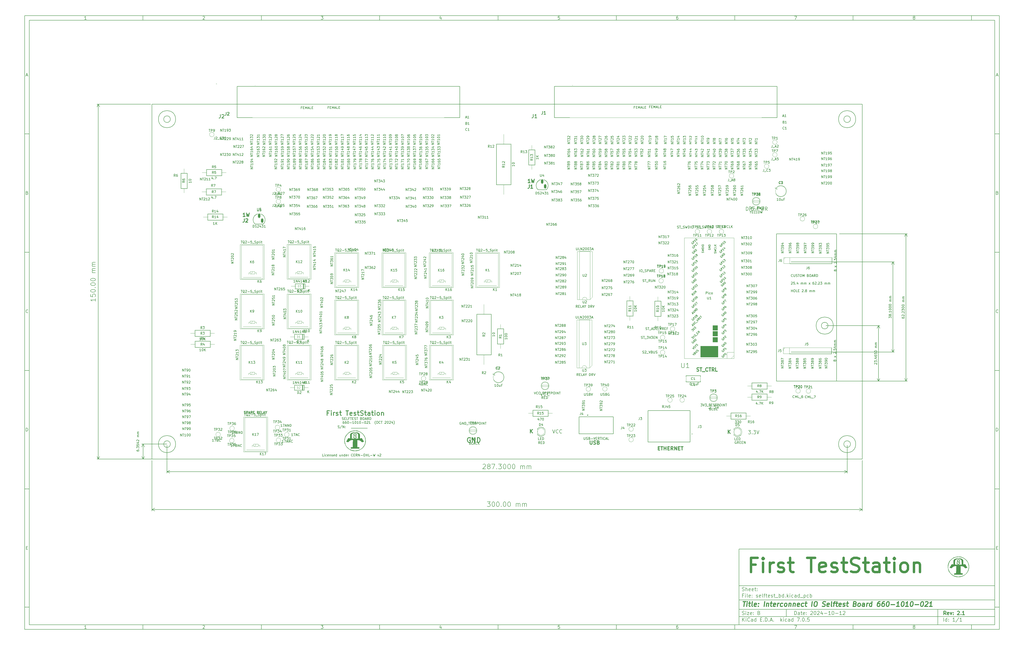
<source format=gto>
G04 #@! TF.GenerationSoftware,KiCad,Pcbnew,7.0.5*
G04 #@! TF.CreationDate,2024-10-12T11:25:08-04:00*
G04 #@! TF.ProjectId,selftest_bd,73656c66-7465-4737-945f-62642e6b6963,2.1*
G04 #@! TF.SameCoordinates,Original*
G04 #@! TF.FileFunction,Legend,Top*
G04 #@! TF.FilePolarity,Positive*
%FSLAX46Y46*%
G04 Gerber Fmt 4.6, Leading zero omitted, Abs format (unit mm)*
G04 Created by KiCad (PCBNEW 7.0.5) date 2024-10-12 11:25:08*
%MOMM*%
%LPD*%
G01*
G04 APERTURE LIST*
G04 Aperture macros list*
%AMRoundRect*
0 Rectangle with rounded corners*
0 $1 Rounding radius*
0 $2 $3 $4 $5 $6 $7 $8 $9 X,Y pos of 4 corners*
0 Add a 4 corners polygon primitive as box body*
4,1,4,$2,$3,$4,$5,$6,$7,$8,$9,$2,$3,0*
0 Add four circle primitives for the rounded corners*
1,1,$1+$1,$2,$3*
1,1,$1+$1,$4,$5*
1,1,$1+$1,$6,$7*
1,1,$1+$1,$8,$9*
0 Add four rect primitives between the rounded corners*
20,1,$1+$1,$2,$3,$4,$5,0*
20,1,$1+$1,$4,$5,$6,$7,0*
20,1,$1+$1,$6,$7,$8,$9,0*
20,1,$1+$1,$8,$9,$2,$3,0*%
G04 Aperture macros list end*
%ADD10C,0.100000*%
%ADD11C,0.150000*%
%ADD12C,0.300000*%
%ADD13C,0.400000*%
%ADD14C,0.200000*%
%ADD15C,0.250000*%
%ADD16C,0.254000*%
%ADD17C,0.120000*%
%ADD18C,0.127000*%
%ADD19C,1.500000*%
%ADD20R,1.800000X1.800000*%
%ADD21C,1.800000*%
%ADD22O,2.300000X1.600000*%
%ADD23R,1.600000X1.600000*%
%ADD24O,1.600000X1.600000*%
%ADD25C,3.250000*%
%ADD26R,1.408000X1.408000*%
%ADD27C,1.408000*%
%ADD28C,2.400000*%
%ADD29C,4.200000*%
%ADD30C,1.600000*%
%ADD31R,1.100000X1.800000*%
%ADD32RoundRect,0.275000X-0.275000X-0.625000X0.275000X-0.625000X0.275000X0.625000X-0.275000X0.625000X0*%
%ADD33R,2.400000X1.600000*%
%ADD34O,2.400000X1.600000*%
%ADD35O,2.400000X2.400000*%
%ADD36C,3.000000*%
%ADD37R,1.428000X1.428000*%
%ADD38C,1.428000*%
%ADD39C,3.346000*%
%ADD40R,1.700000X1.700000*%
%ADD41O,1.700000X1.700000*%
%ADD42O,1.800000X1.800000*%
%ADD43O,1.500000X1.500000*%
%ADD44R,3.500000X1.700000*%
%ADD45R,1.700000X3.500000*%
%ADD46C,1.000000*%
G04 #@! TA.AperFunction,Profile*
%ADD47C,0.160000*%
G04 #@! TD*
%ADD48C,0.135000*%
G04 APERTURE END LIST*
D10*
D11*
X311800000Y-235400000D02*
X419800000Y-235400000D01*
X419800000Y-267400000D01*
X311800000Y-267400000D01*
X311800000Y-235400000D01*
D10*
D11*
X10000000Y-10000000D02*
X421800000Y-10000000D01*
X421800000Y-269400000D01*
X10000000Y-269400000D01*
X10000000Y-10000000D01*
D10*
D11*
X12000000Y-12000000D02*
X419800000Y-12000000D01*
X419800000Y-267400000D01*
X12000000Y-267400000D01*
X12000000Y-12000000D01*
D10*
D11*
X60000000Y-12000000D02*
X60000000Y-10000000D01*
D10*
D11*
X110000000Y-12000000D02*
X110000000Y-10000000D01*
D10*
D11*
X160000000Y-12000000D02*
X160000000Y-10000000D01*
D10*
D11*
X210000000Y-12000000D02*
X210000000Y-10000000D01*
D10*
D11*
X260000000Y-12000000D02*
X260000000Y-10000000D01*
D10*
D11*
X310000000Y-12000000D02*
X310000000Y-10000000D01*
D10*
D11*
X360000000Y-12000000D02*
X360000000Y-10000000D01*
D10*
D11*
X410000000Y-12000000D02*
X410000000Y-10000000D01*
D10*
D11*
X36089160Y-11593604D02*
X35346303Y-11593604D01*
X35717731Y-11593604D02*
X35717731Y-10293604D01*
X35717731Y-10293604D02*
X35593922Y-10479319D01*
X35593922Y-10479319D02*
X35470112Y-10603128D01*
X35470112Y-10603128D02*
X35346303Y-10665033D01*
D10*
D11*
X85346303Y-10417414D02*
X85408207Y-10355509D01*
X85408207Y-10355509D02*
X85532017Y-10293604D01*
X85532017Y-10293604D02*
X85841541Y-10293604D01*
X85841541Y-10293604D02*
X85965350Y-10355509D01*
X85965350Y-10355509D02*
X86027255Y-10417414D01*
X86027255Y-10417414D02*
X86089160Y-10541223D01*
X86089160Y-10541223D02*
X86089160Y-10665033D01*
X86089160Y-10665033D02*
X86027255Y-10850747D01*
X86027255Y-10850747D02*
X85284398Y-11593604D01*
X85284398Y-11593604D02*
X86089160Y-11593604D01*
D10*
D11*
X135284398Y-10293604D02*
X136089160Y-10293604D01*
X136089160Y-10293604D02*
X135655826Y-10788842D01*
X135655826Y-10788842D02*
X135841541Y-10788842D01*
X135841541Y-10788842D02*
X135965350Y-10850747D01*
X135965350Y-10850747D02*
X136027255Y-10912652D01*
X136027255Y-10912652D02*
X136089160Y-11036461D01*
X136089160Y-11036461D02*
X136089160Y-11345985D01*
X136089160Y-11345985D02*
X136027255Y-11469795D01*
X136027255Y-11469795D02*
X135965350Y-11531700D01*
X135965350Y-11531700D02*
X135841541Y-11593604D01*
X135841541Y-11593604D02*
X135470112Y-11593604D01*
X135470112Y-11593604D02*
X135346303Y-11531700D01*
X135346303Y-11531700D02*
X135284398Y-11469795D01*
D10*
D11*
X185965350Y-10726938D02*
X185965350Y-11593604D01*
X185655826Y-10231700D02*
X185346303Y-11160271D01*
X185346303Y-11160271D02*
X186151064Y-11160271D01*
D10*
D11*
X236027255Y-10293604D02*
X235408207Y-10293604D01*
X235408207Y-10293604D02*
X235346303Y-10912652D01*
X235346303Y-10912652D02*
X235408207Y-10850747D01*
X235408207Y-10850747D02*
X235532017Y-10788842D01*
X235532017Y-10788842D02*
X235841541Y-10788842D01*
X235841541Y-10788842D02*
X235965350Y-10850747D01*
X235965350Y-10850747D02*
X236027255Y-10912652D01*
X236027255Y-10912652D02*
X236089160Y-11036461D01*
X236089160Y-11036461D02*
X236089160Y-11345985D01*
X236089160Y-11345985D02*
X236027255Y-11469795D01*
X236027255Y-11469795D02*
X235965350Y-11531700D01*
X235965350Y-11531700D02*
X235841541Y-11593604D01*
X235841541Y-11593604D02*
X235532017Y-11593604D01*
X235532017Y-11593604D02*
X235408207Y-11531700D01*
X235408207Y-11531700D02*
X235346303Y-11469795D01*
D10*
D11*
X285965350Y-10293604D02*
X285717731Y-10293604D01*
X285717731Y-10293604D02*
X285593922Y-10355509D01*
X285593922Y-10355509D02*
X285532017Y-10417414D01*
X285532017Y-10417414D02*
X285408207Y-10603128D01*
X285408207Y-10603128D02*
X285346303Y-10850747D01*
X285346303Y-10850747D02*
X285346303Y-11345985D01*
X285346303Y-11345985D02*
X285408207Y-11469795D01*
X285408207Y-11469795D02*
X285470112Y-11531700D01*
X285470112Y-11531700D02*
X285593922Y-11593604D01*
X285593922Y-11593604D02*
X285841541Y-11593604D01*
X285841541Y-11593604D02*
X285965350Y-11531700D01*
X285965350Y-11531700D02*
X286027255Y-11469795D01*
X286027255Y-11469795D02*
X286089160Y-11345985D01*
X286089160Y-11345985D02*
X286089160Y-11036461D01*
X286089160Y-11036461D02*
X286027255Y-10912652D01*
X286027255Y-10912652D02*
X285965350Y-10850747D01*
X285965350Y-10850747D02*
X285841541Y-10788842D01*
X285841541Y-10788842D02*
X285593922Y-10788842D01*
X285593922Y-10788842D02*
X285470112Y-10850747D01*
X285470112Y-10850747D02*
X285408207Y-10912652D01*
X285408207Y-10912652D02*
X285346303Y-11036461D01*
D10*
D11*
X335284398Y-10293604D02*
X336151064Y-10293604D01*
X336151064Y-10293604D02*
X335593922Y-11593604D01*
D10*
D11*
X385593922Y-10850747D02*
X385470112Y-10788842D01*
X385470112Y-10788842D02*
X385408207Y-10726938D01*
X385408207Y-10726938D02*
X385346303Y-10603128D01*
X385346303Y-10603128D02*
X385346303Y-10541223D01*
X385346303Y-10541223D02*
X385408207Y-10417414D01*
X385408207Y-10417414D02*
X385470112Y-10355509D01*
X385470112Y-10355509D02*
X385593922Y-10293604D01*
X385593922Y-10293604D02*
X385841541Y-10293604D01*
X385841541Y-10293604D02*
X385965350Y-10355509D01*
X385965350Y-10355509D02*
X386027255Y-10417414D01*
X386027255Y-10417414D02*
X386089160Y-10541223D01*
X386089160Y-10541223D02*
X386089160Y-10603128D01*
X386089160Y-10603128D02*
X386027255Y-10726938D01*
X386027255Y-10726938D02*
X385965350Y-10788842D01*
X385965350Y-10788842D02*
X385841541Y-10850747D01*
X385841541Y-10850747D02*
X385593922Y-10850747D01*
X385593922Y-10850747D02*
X385470112Y-10912652D01*
X385470112Y-10912652D02*
X385408207Y-10974557D01*
X385408207Y-10974557D02*
X385346303Y-11098366D01*
X385346303Y-11098366D02*
X385346303Y-11345985D01*
X385346303Y-11345985D02*
X385408207Y-11469795D01*
X385408207Y-11469795D02*
X385470112Y-11531700D01*
X385470112Y-11531700D02*
X385593922Y-11593604D01*
X385593922Y-11593604D02*
X385841541Y-11593604D01*
X385841541Y-11593604D02*
X385965350Y-11531700D01*
X385965350Y-11531700D02*
X386027255Y-11469795D01*
X386027255Y-11469795D02*
X386089160Y-11345985D01*
X386089160Y-11345985D02*
X386089160Y-11098366D01*
X386089160Y-11098366D02*
X386027255Y-10974557D01*
X386027255Y-10974557D02*
X385965350Y-10912652D01*
X385965350Y-10912652D02*
X385841541Y-10850747D01*
D10*
D11*
X60000000Y-267400000D02*
X60000000Y-269400000D01*
D10*
D11*
X110000000Y-267400000D02*
X110000000Y-269400000D01*
D10*
D11*
X160000000Y-267400000D02*
X160000000Y-269400000D01*
D10*
D11*
X210000000Y-267400000D02*
X210000000Y-269400000D01*
D10*
D11*
X260000000Y-267400000D02*
X260000000Y-269400000D01*
D10*
D11*
X310000000Y-267400000D02*
X310000000Y-269400000D01*
D10*
D11*
X360000000Y-267400000D02*
X360000000Y-269400000D01*
D10*
D11*
X410000000Y-267400000D02*
X410000000Y-269400000D01*
D10*
D11*
X36089160Y-268993604D02*
X35346303Y-268993604D01*
X35717731Y-268993604D02*
X35717731Y-267693604D01*
X35717731Y-267693604D02*
X35593922Y-267879319D01*
X35593922Y-267879319D02*
X35470112Y-268003128D01*
X35470112Y-268003128D02*
X35346303Y-268065033D01*
D10*
D11*
X85346303Y-267817414D02*
X85408207Y-267755509D01*
X85408207Y-267755509D02*
X85532017Y-267693604D01*
X85532017Y-267693604D02*
X85841541Y-267693604D01*
X85841541Y-267693604D02*
X85965350Y-267755509D01*
X85965350Y-267755509D02*
X86027255Y-267817414D01*
X86027255Y-267817414D02*
X86089160Y-267941223D01*
X86089160Y-267941223D02*
X86089160Y-268065033D01*
X86089160Y-268065033D02*
X86027255Y-268250747D01*
X86027255Y-268250747D02*
X85284398Y-268993604D01*
X85284398Y-268993604D02*
X86089160Y-268993604D01*
D10*
D11*
X135284398Y-267693604D02*
X136089160Y-267693604D01*
X136089160Y-267693604D02*
X135655826Y-268188842D01*
X135655826Y-268188842D02*
X135841541Y-268188842D01*
X135841541Y-268188842D02*
X135965350Y-268250747D01*
X135965350Y-268250747D02*
X136027255Y-268312652D01*
X136027255Y-268312652D02*
X136089160Y-268436461D01*
X136089160Y-268436461D02*
X136089160Y-268745985D01*
X136089160Y-268745985D02*
X136027255Y-268869795D01*
X136027255Y-268869795D02*
X135965350Y-268931700D01*
X135965350Y-268931700D02*
X135841541Y-268993604D01*
X135841541Y-268993604D02*
X135470112Y-268993604D01*
X135470112Y-268993604D02*
X135346303Y-268931700D01*
X135346303Y-268931700D02*
X135284398Y-268869795D01*
D10*
D11*
X185965350Y-268126938D02*
X185965350Y-268993604D01*
X185655826Y-267631700D02*
X185346303Y-268560271D01*
X185346303Y-268560271D02*
X186151064Y-268560271D01*
D10*
D11*
X236027255Y-267693604D02*
X235408207Y-267693604D01*
X235408207Y-267693604D02*
X235346303Y-268312652D01*
X235346303Y-268312652D02*
X235408207Y-268250747D01*
X235408207Y-268250747D02*
X235532017Y-268188842D01*
X235532017Y-268188842D02*
X235841541Y-268188842D01*
X235841541Y-268188842D02*
X235965350Y-268250747D01*
X235965350Y-268250747D02*
X236027255Y-268312652D01*
X236027255Y-268312652D02*
X236089160Y-268436461D01*
X236089160Y-268436461D02*
X236089160Y-268745985D01*
X236089160Y-268745985D02*
X236027255Y-268869795D01*
X236027255Y-268869795D02*
X235965350Y-268931700D01*
X235965350Y-268931700D02*
X235841541Y-268993604D01*
X235841541Y-268993604D02*
X235532017Y-268993604D01*
X235532017Y-268993604D02*
X235408207Y-268931700D01*
X235408207Y-268931700D02*
X235346303Y-268869795D01*
D10*
D11*
X285965350Y-267693604D02*
X285717731Y-267693604D01*
X285717731Y-267693604D02*
X285593922Y-267755509D01*
X285593922Y-267755509D02*
X285532017Y-267817414D01*
X285532017Y-267817414D02*
X285408207Y-268003128D01*
X285408207Y-268003128D02*
X285346303Y-268250747D01*
X285346303Y-268250747D02*
X285346303Y-268745985D01*
X285346303Y-268745985D02*
X285408207Y-268869795D01*
X285408207Y-268869795D02*
X285470112Y-268931700D01*
X285470112Y-268931700D02*
X285593922Y-268993604D01*
X285593922Y-268993604D02*
X285841541Y-268993604D01*
X285841541Y-268993604D02*
X285965350Y-268931700D01*
X285965350Y-268931700D02*
X286027255Y-268869795D01*
X286027255Y-268869795D02*
X286089160Y-268745985D01*
X286089160Y-268745985D02*
X286089160Y-268436461D01*
X286089160Y-268436461D02*
X286027255Y-268312652D01*
X286027255Y-268312652D02*
X285965350Y-268250747D01*
X285965350Y-268250747D02*
X285841541Y-268188842D01*
X285841541Y-268188842D02*
X285593922Y-268188842D01*
X285593922Y-268188842D02*
X285470112Y-268250747D01*
X285470112Y-268250747D02*
X285408207Y-268312652D01*
X285408207Y-268312652D02*
X285346303Y-268436461D01*
D10*
D11*
X335284398Y-267693604D02*
X336151064Y-267693604D01*
X336151064Y-267693604D02*
X335593922Y-268993604D01*
D10*
D11*
X385593922Y-268250747D02*
X385470112Y-268188842D01*
X385470112Y-268188842D02*
X385408207Y-268126938D01*
X385408207Y-268126938D02*
X385346303Y-268003128D01*
X385346303Y-268003128D02*
X385346303Y-267941223D01*
X385346303Y-267941223D02*
X385408207Y-267817414D01*
X385408207Y-267817414D02*
X385470112Y-267755509D01*
X385470112Y-267755509D02*
X385593922Y-267693604D01*
X385593922Y-267693604D02*
X385841541Y-267693604D01*
X385841541Y-267693604D02*
X385965350Y-267755509D01*
X385965350Y-267755509D02*
X386027255Y-267817414D01*
X386027255Y-267817414D02*
X386089160Y-267941223D01*
X386089160Y-267941223D02*
X386089160Y-268003128D01*
X386089160Y-268003128D02*
X386027255Y-268126938D01*
X386027255Y-268126938D02*
X385965350Y-268188842D01*
X385965350Y-268188842D02*
X385841541Y-268250747D01*
X385841541Y-268250747D02*
X385593922Y-268250747D01*
X385593922Y-268250747D02*
X385470112Y-268312652D01*
X385470112Y-268312652D02*
X385408207Y-268374557D01*
X385408207Y-268374557D02*
X385346303Y-268498366D01*
X385346303Y-268498366D02*
X385346303Y-268745985D01*
X385346303Y-268745985D02*
X385408207Y-268869795D01*
X385408207Y-268869795D02*
X385470112Y-268931700D01*
X385470112Y-268931700D02*
X385593922Y-268993604D01*
X385593922Y-268993604D02*
X385841541Y-268993604D01*
X385841541Y-268993604D02*
X385965350Y-268931700D01*
X385965350Y-268931700D02*
X386027255Y-268869795D01*
X386027255Y-268869795D02*
X386089160Y-268745985D01*
X386089160Y-268745985D02*
X386089160Y-268498366D01*
X386089160Y-268498366D02*
X386027255Y-268374557D01*
X386027255Y-268374557D02*
X385965350Y-268312652D01*
X385965350Y-268312652D02*
X385841541Y-268250747D01*
D10*
D11*
X10000000Y-60000000D02*
X12000000Y-60000000D01*
D10*
D11*
X10000000Y-110000000D02*
X12000000Y-110000000D01*
D10*
D11*
X10000000Y-160000000D02*
X12000000Y-160000000D01*
D10*
D11*
X10000000Y-210000000D02*
X12000000Y-210000000D01*
D10*
D11*
X10000000Y-260000000D02*
X12000000Y-260000000D01*
D10*
D11*
X10690476Y-35222176D02*
X11309523Y-35222176D01*
X10566666Y-35593604D02*
X10999999Y-34293604D01*
X10999999Y-34293604D02*
X11433333Y-35593604D01*
D10*
D11*
X11092857Y-84912652D02*
X11278571Y-84974557D01*
X11278571Y-84974557D02*
X11340476Y-85036461D01*
X11340476Y-85036461D02*
X11402380Y-85160271D01*
X11402380Y-85160271D02*
X11402380Y-85345985D01*
X11402380Y-85345985D02*
X11340476Y-85469795D01*
X11340476Y-85469795D02*
X11278571Y-85531700D01*
X11278571Y-85531700D02*
X11154761Y-85593604D01*
X11154761Y-85593604D02*
X10659523Y-85593604D01*
X10659523Y-85593604D02*
X10659523Y-84293604D01*
X10659523Y-84293604D02*
X11092857Y-84293604D01*
X11092857Y-84293604D02*
X11216666Y-84355509D01*
X11216666Y-84355509D02*
X11278571Y-84417414D01*
X11278571Y-84417414D02*
X11340476Y-84541223D01*
X11340476Y-84541223D02*
X11340476Y-84665033D01*
X11340476Y-84665033D02*
X11278571Y-84788842D01*
X11278571Y-84788842D02*
X11216666Y-84850747D01*
X11216666Y-84850747D02*
X11092857Y-84912652D01*
X11092857Y-84912652D02*
X10659523Y-84912652D01*
D10*
D11*
X11402380Y-135469795D02*
X11340476Y-135531700D01*
X11340476Y-135531700D02*
X11154761Y-135593604D01*
X11154761Y-135593604D02*
X11030952Y-135593604D01*
X11030952Y-135593604D02*
X10845238Y-135531700D01*
X10845238Y-135531700D02*
X10721428Y-135407890D01*
X10721428Y-135407890D02*
X10659523Y-135284080D01*
X10659523Y-135284080D02*
X10597619Y-135036461D01*
X10597619Y-135036461D02*
X10597619Y-134850747D01*
X10597619Y-134850747D02*
X10659523Y-134603128D01*
X10659523Y-134603128D02*
X10721428Y-134479319D01*
X10721428Y-134479319D02*
X10845238Y-134355509D01*
X10845238Y-134355509D02*
X11030952Y-134293604D01*
X11030952Y-134293604D02*
X11154761Y-134293604D01*
X11154761Y-134293604D02*
X11340476Y-134355509D01*
X11340476Y-134355509D02*
X11402380Y-134417414D01*
D10*
D11*
X10659523Y-185593604D02*
X10659523Y-184293604D01*
X10659523Y-184293604D02*
X10969047Y-184293604D01*
X10969047Y-184293604D02*
X11154761Y-184355509D01*
X11154761Y-184355509D02*
X11278571Y-184479319D01*
X11278571Y-184479319D02*
X11340476Y-184603128D01*
X11340476Y-184603128D02*
X11402380Y-184850747D01*
X11402380Y-184850747D02*
X11402380Y-185036461D01*
X11402380Y-185036461D02*
X11340476Y-185284080D01*
X11340476Y-185284080D02*
X11278571Y-185407890D01*
X11278571Y-185407890D02*
X11154761Y-185531700D01*
X11154761Y-185531700D02*
X10969047Y-185593604D01*
X10969047Y-185593604D02*
X10659523Y-185593604D01*
D10*
D11*
X10721428Y-234912652D02*
X11154762Y-234912652D01*
X11340476Y-235593604D02*
X10721428Y-235593604D01*
X10721428Y-235593604D02*
X10721428Y-234293604D01*
X10721428Y-234293604D02*
X11340476Y-234293604D01*
D10*
D11*
X421800000Y-60000000D02*
X419800000Y-60000000D01*
D10*
D11*
X421800000Y-110000000D02*
X419800000Y-110000000D01*
D10*
D11*
X421800000Y-160000000D02*
X419800000Y-160000000D01*
D10*
D11*
X421800000Y-210000000D02*
X419800000Y-210000000D01*
D10*
D11*
X421800000Y-260000000D02*
X419800000Y-260000000D01*
D10*
D11*
X420490476Y-35222176D02*
X421109523Y-35222176D01*
X420366666Y-35593604D02*
X420799999Y-34293604D01*
X420799999Y-34293604D02*
X421233333Y-35593604D01*
D10*
D11*
X420892857Y-84912652D02*
X421078571Y-84974557D01*
X421078571Y-84974557D02*
X421140476Y-85036461D01*
X421140476Y-85036461D02*
X421202380Y-85160271D01*
X421202380Y-85160271D02*
X421202380Y-85345985D01*
X421202380Y-85345985D02*
X421140476Y-85469795D01*
X421140476Y-85469795D02*
X421078571Y-85531700D01*
X421078571Y-85531700D02*
X420954761Y-85593604D01*
X420954761Y-85593604D02*
X420459523Y-85593604D01*
X420459523Y-85593604D02*
X420459523Y-84293604D01*
X420459523Y-84293604D02*
X420892857Y-84293604D01*
X420892857Y-84293604D02*
X421016666Y-84355509D01*
X421016666Y-84355509D02*
X421078571Y-84417414D01*
X421078571Y-84417414D02*
X421140476Y-84541223D01*
X421140476Y-84541223D02*
X421140476Y-84665033D01*
X421140476Y-84665033D02*
X421078571Y-84788842D01*
X421078571Y-84788842D02*
X421016666Y-84850747D01*
X421016666Y-84850747D02*
X420892857Y-84912652D01*
X420892857Y-84912652D02*
X420459523Y-84912652D01*
D10*
D11*
X421202380Y-135469795D02*
X421140476Y-135531700D01*
X421140476Y-135531700D02*
X420954761Y-135593604D01*
X420954761Y-135593604D02*
X420830952Y-135593604D01*
X420830952Y-135593604D02*
X420645238Y-135531700D01*
X420645238Y-135531700D02*
X420521428Y-135407890D01*
X420521428Y-135407890D02*
X420459523Y-135284080D01*
X420459523Y-135284080D02*
X420397619Y-135036461D01*
X420397619Y-135036461D02*
X420397619Y-134850747D01*
X420397619Y-134850747D02*
X420459523Y-134603128D01*
X420459523Y-134603128D02*
X420521428Y-134479319D01*
X420521428Y-134479319D02*
X420645238Y-134355509D01*
X420645238Y-134355509D02*
X420830952Y-134293604D01*
X420830952Y-134293604D02*
X420954761Y-134293604D01*
X420954761Y-134293604D02*
X421140476Y-134355509D01*
X421140476Y-134355509D02*
X421202380Y-134417414D01*
D10*
D11*
X420459523Y-185593604D02*
X420459523Y-184293604D01*
X420459523Y-184293604D02*
X420769047Y-184293604D01*
X420769047Y-184293604D02*
X420954761Y-184355509D01*
X420954761Y-184355509D02*
X421078571Y-184479319D01*
X421078571Y-184479319D02*
X421140476Y-184603128D01*
X421140476Y-184603128D02*
X421202380Y-184850747D01*
X421202380Y-184850747D02*
X421202380Y-185036461D01*
X421202380Y-185036461D02*
X421140476Y-185284080D01*
X421140476Y-185284080D02*
X421078571Y-185407890D01*
X421078571Y-185407890D02*
X420954761Y-185531700D01*
X420954761Y-185531700D02*
X420769047Y-185593604D01*
X420769047Y-185593604D02*
X420459523Y-185593604D01*
D10*
D11*
X420521428Y-234912652D02*
X420954762Y-234912652D01*
X421140476Y-235593604D02*
X420521428Y-235593604D01*
X420521428Y-235593604D02*
X420521428Y-234293604D01*
X420521428Y-234293604D02*
X421140476Y-234293604D01*
D10*
D11*
X335255826Y-263186128D02*
X335255826Y-261686128D01*
X335255826Y-261686128D02*
X335612969Y-261686128D01*
X335612969Y-261686128D02*
X335827255Y-261757557D01*
X335827255Y-261757557D02*
X335970112Y-261900414D01*
X335970112Y-261900414D02*
X336041541Y-262043271D01*
X336041541Y-262043271D02*
X336112969Y-262328985D01*
X336112969Y-262328985D02*
X336112969Y-262543271D01*
X336112969Y-262543271D02*
X336041541Y-262828985D01*
X336041541Y-262828985D02*
X335970112Y-262971842D01*
X335970112Y-262971842D02*
X335827255Y-263114700D01*
X335827255Y-263114700D02*
X335612969Y-263186128D01*
X335612969Y-263186128D02*
X335255826Y-263186128D01*
X337398684Y-263186128D02*
X337398684Y-262400414D01*
X337398684Y-262400414D02*
X337327255Y-262257557D01*
X337327255Y-262257557D02*
X337184398Y-262186128D01*
X337184398Y-262186128D02*
X336898684Y-262186128D01*
X336898684Y-262186128D02*
X336755826Y-262257557D01*
X337398684Y-263114700D02*
X337255826Y-263186128D01*
X337255826Y-263186128D02*
X336898684Y-263186128D01*
X336898684Y-263186128D02*
X336755826Y-263114700D01*
X336755826Y-263114700D02*
X336684398Y-262971842D01*
X336684398Y-262971842D02*
X336684398Y-262828985D01*
X336684398Y-262828985D02*
X336755826Y-262686128D01*
X336755826Y-262686128D02*
X336898684Y-262614700D01*
X336898684Y-262614700D02*
X337255826Y-262614700D01*
X337255826Y-262614700D02*
X337398684Y-262543271D01*
X337898684Y-262186128D02*
X338470112Y-262186128D01*
X338112969Y-261686128D02*
X338112969Y-262971842D01*
X338112969Y-262971842D02*
X338184398Y-263114700D01*
X338184398Y-263114700D02*
X338327255Y-263186128D01*
X338327255Y-263186128D02*
X338470112Y-263186128D01*
X339541541Y-263114700D02*
X339398684Y-263186128D01*
X339398684Y-263186128D02*
X339112970Y-263186128D01*
X339112970Y-263186128D02*
X338970112Y-263114700D01*
X338970112Y-263114700D02*
X338898684Y-262971842D01*
X338898684Y-262971842D02*
X338898684Y-262400414D01*
X338898684Y-262400414D02*
X338970112Y-262257557D01*
X338970112Y-262257557D02*
X339112970Y-262186128D01*
X339112970Y-262186128D02*
X339398684Y-262186128D01*
X339398684Y-262186128D02*
X339541541Y-262257557D01*
X339541541Y-262257557D02*
X339612970Y-262400414D01*
X339612970Y-262400414D02*
X339612970Y-262543271D01*
X339612970Y-262543271D02*
X338898684Y-262686128D01*
X340255826Y-263043271D02*
X340327255Y-263114700D01*
X340327255Y-263114700D02*
X340255826Y-263186128D01*
X340255826Y-263186128D02*
X340184398Y-263114700D01*
X340184398Y-263114700D02*
X340255826Y-263043271D01*
X340255826Y-263043271D02*
X340255826Y-263186128D01*
X340255826Y-262257557D02*
X340327255Y-262328985D01*
X340327255Y-262328985D02*
X340255826Y-262400414D01*
X340255826Y-262400414D02*
X340184398Y-262328985D01*
X340184398Y-262328985D02*
X340255826Y-262257557D01*
X340255826Y-262257557D02*
X340255826Y-262400414D01*
X342041541Y-261828985D02*
X342112969Y-261757557D01*
X342112969Y-261757557D02*
X342255827Y-261686128D01*
X342255827Y-261686128D02*
X342612969Y-261686128D01*
X342612969Y-261686128D02*
X342755827Y-261757557D01*
X342755827Y-261757557D02*
X342827255Y-261828985D01*
X342827255Y-261828985D02*
X342898684Y-261971842D01*
X342898684Y-261971842D02*
X342898684Y-262114700D01*
X342898684Y-262114700D02*
X342827255Y-262328985D01*
X342827255Y-262328985D02*
X341970112Y-263186128D01*
X341970112Y-263186128D02*
X342898684Y-263186128D01*
X343827255Y-261686128D02*
X343970112Y-261686128D01*
X343970112Y-261686128D02*
X344112969Y-261757557D01*
X344112969Y-261757557D02*
X344184398Y-261828985D01*
X344184398Y-261828985D02*
X344255826Y-261971842D01*
X344255826Y-261971842D02*
X344327255Y-262257557D01*
X344327255Y-262257557D02*
X344327255Y-262614700D01*
X344327255Y-262614700D02*
X344255826Y-262900414D01*
X344255826Y-262900414D02*
X344184398Y-263043271D01*
X344184398Y-263043271D02*
X344112969Y-263114700D01*
X344112969Y-263114700D02*
X343970112Y-263186128D01*
X343970112Y-263186128D02*
X343827255Y-263186128D01*
X343827255Y-263186128D02*
X343684398Y-263114700D01*
X343684398Y-263114700D02*
X343612969Y-263043271D01*
X343612969Y-263043271D02*
X343541540Y-262900414D01*
X343541540Y-262900414D02*
X343470112Y-262614700D01*
X343470112Y-262614700D02*
X343470112Y-262257557D01*
X343470112Y-262257557D02*
X343541540Y-261971842D01*
X343541540Y-261971842D02*
X343612969Y-261828985D01*
X343612969Y-261828985D02*
X343684398Y-261757557D01*
X343684398Y-261757557D02*
X343827255Y-261686128D01*
X344898683Y-261828985D02*
X344970111Y-261757557D01*
X344970111Y-261757557D02*
X345112969Y-261686128D01*
X345112969Y-261686128D02*
X345470111Y-261686128D01*
X345470111Y-261686128D02*
X345612969Y-261757557D01*
X345612969Y-261757557D02*
X345684397Y-261828985D01*
X345684397Y-261828985D02*
X345755826Y-261971842D01*
X345755826Y-261971842D02*
X345755826Y-262114700D01*
X345755826Y-262114700D02*
X345684397Y-262328985D01*
X345684397Y-262328985D02*
X344827254Y-263186128D01*
X344827254Y-263186128D02*
X345755826Y-263186128D01*
X347041540Y-262186128D02*
X347041540Y-263186128D01*
X346684397Y-261614700D02*
X346327254Y-262686128D01*
X346327254Y-262686128D02*
X347255825Y-262686128D01*
X347827253Y-262614700D02*
X348970111Y-262614700D01*
X350470111Y-263186128D02*
X349612968Y-263186128D01*
X350041539Y-263186128D02*
X350041539Y-261686128D01*
X350041539Y-261686128D02*
X349898682Y-261900414D01*
X349898682Y-261900414D02*
X349755825Y-262043271D01*
X349755825Y-262043271D02*
X349612968Y-262114700D01*
X351398682Y-261686128D02*
X351541539Y-261686128D01*
X351541539Y-261686128D02*
X351684396Y-261757557D01*
X351684396Y-261757557D02*
X351755825Y-261828985D01*
X351755825Y-261828985D02*
X351827253Y-261971842D01*
X351827253Y-261971842D02*
X351898682Y-262257557D01*
X351898682Y-262257557D02*
X351898682Y-262614700D01*
X351898682Y-262614700D02*
X351827253Y-262900414D01*
X351827253Y-262900414D02*
X351755825Y-263043271D01*
X351755825Y-263043271D02*
X351684396Y-263114700D01*
X351684396Y-263114700D02*
X351541539Y-263186128D01*
X351541539Y-263186128D02*
X351398682Y-263186128D01*
X351398682Y-263186128D02*
X351255825Y-263114700D01*
X351255825Y-263114700D02*
X351184396Y-263043271D01*
X351184396Y-263043271D02*
X351112967Y-262900414D01*
X351112967Y-262900414D02*
X351041539Y-262614700D01*
X351041539Y-262614700D02*
X351041539Y-262257557D01*
X351041539Y-262257557D02*
X351112967Y-261971842D01*
X351112967Y-261971842D02*
X351184396Y-261828985D01*
X351184396Y-261828985D02*
X351255825Y-261757557D01*
X351255825Y-261757557D02*
X351398682Y-261686128D01*
X352541538Y-262614700D02*
X353684396Y-262614700D01*
X355184396Y-263186128D02*
X354327253Y-263186128D01*
X354755824Y-263186128D02*
X354755824Y-261686128D01*
X354755824Y-261686128D02*
X354612967Y-261900414D01*
X354612967Y-261900414D02*
X354470110Y-262043271D01*
X354470110Y-262043271D02*
X354327253Y-262114700D01*
X355755824Y-261828985D02*
X355827252Y-261757557D01*
X355827252Y-261757557D02*
X355970110Y-261686128D01*
X355970110Y-261686128D02*
X356327252Y-261686128D01*
X356327252Y-261686128D02*
X356470110Y-261757557D01*
X356470110Y-261757557D02*
X356541538Y-261828985D01*
X356541538Y-261828985D02*
X356612967Y-261971842D01*
X356612967Y-261971842D02*
X356612967Y-262114700D01*
X356612967Y-262114700D02*
X356541538Y-262328985D01*
X356541538Y-262328985D02*
X355684395Y-263186128D01*
X355684395Y-263186128D02*
X356612967Y-263186128D01*
D10*
D11*
X311800000Y-263900000D02*
X419800000Y-263900000D01*
D10*
D11*
X313255826Y-265986128D02*
X313255826Y-264486128D01*
X314112969Y-265986128D02*
X313470112Y-265128985D01*
X314112969Y-264486128D02*
X313255826Y-265343271D01*
X314755826Y-265986128D02*
X314755826Y-264986128D01*
X314755826Y-264486128D02*
X314684398Y-264557557D01*
X314684398Y-264557557D02*
X314755826Y-264628985D01*
X314755826Y-264628985D02*
X314827255Y-264557557D01*
X314827255Y-264557557D02*
X314755826Y-264486128D01*
X314755826Y-264486128D02*
X314755826Y-264628985D01*
X316327255Y-265843271D02*
X316255827Y-265914700D01*
X316255827Y-265914700D02*
X316041541Y-265986128D01*
X316041541Y-265986128D02*
X315898684Y-265986128D01*
X315898684Y-265986128D02*
X315684398Y-265914700D01*
X315684398Y-265914700D02*
X315541541Y-265771842D01*
X315541541Y-265771842D02*
X315470112Y-265628985D01*
X315470112Y-265628985D02*
X315398684Y-265343271D01*
X315398684Y-265343271D02*
X315398684Y-265128985D01*
X315398684Y-265128985D02*
X315470112Y-264843271D01*
X315470112Y-264843271D02*
X315541541Y-264700414D01*
X315541541Y-264700414D02*
X315684398Y-264557557D01*
X315684398Y-264557557D02*
X315898684Y-264486128D01*
X315898684Y-264486128D02*
X316041541Y-264486128D01*
X316041541Y-264486128D02*
X316255827Y-264557557D01*
X316255827Y-264557557D02*
X316327255Y-264628985D01*
X317612970Y-265986128D02*
X317612970Y-265200414D01*
X317612970Y-265200414D02*
X317541541Y-265057557D01*
X317541541Y-265057557D02*
X317398684Y-264986128D01*
X317398684Y-264986128D02*
X317112970Y-264986128D01*
X317112970Y-264986128D02*
X316970112Y-265057557D01*
X317612970Y-265914700D02*
X317470112Y-265986128D01*
X317470112Y-265986128D02*
X317112970Y-265986128D01*
X317112970Y-265986128D02*
X316970112Y-265914700D01*
X316970112Y-265914700D02*
X316898684Y-265771842D01*
X316898684Y-265771842D02*
X316898684Y-265628985D01*
X316898684Y-265628985D02*
X316970112Y-265486128D01*
X316970112Y-265486128D02*
X317112970Y-265414700D01*
X317112970Y-265414700D02*
X317470112Y-265414700D01*
X317470112Y-265414700D02*
X317612970Y-265343271D01*
X318970113Y-265986128D02*
X318970113Y-264486128D01*
X318970113Y-265914700D02*
X318827255Y-265986128D01*
X318827255Y-265986128D02*
X318541541Y-265986128D01*
X318541541Y-265986128D02*
X318398684Y-265914700D01*
X318398684Y-265914700D02*
X318327255Y-265843271D01*
X318327255Y-265843271D02*
X318255827Y-265700414D01*
X318255827Y-265700414D02*
X318255827Y-265271842D01*
X318255827Y-265271842D02*
X318327255Y-265128985D01*
X318327255Y-265128985D02*
X318398684Y-265057557D01*
X318398684Y-265057557D02*
X318541541Y-264986128D01*
X318541541Y-264986128D02*
X318827255Y-264986128D01*
X318827255Y-264986128D02*
X318970113Y-265057557D01*
X320827255Y-265200414D02*
X321327255Y-265200414D01*
X321541541Y-265986128D02*
X320827255Y-265986128D01*
X320827255Y-265986128D02*
X320827255Y-264486128D01*
X320827255Y-264486128D02*
X321541541Y-264486128D01*
X322184398Y-265843271D02*
X322255827Y-265914700D01*
X322255827Y-265914700D02*
X322184398Y-265986128D01*
X322184398Y-265986128D02*
X322112970Y-265914700D01*
X322112970Y-265914700D02*
X322184398Y-265843271D01*
X322184398Y-265843271D02*
X322184398Y-265986128D01*
X322898684Y-265986128D02*
X322898684Y-264486128D01*
X322898684Y-264486128D02*
X323255827Y-264486128D01*
X323255827Y-264486128D02*
X323470113Y-264557557D01*
X323470113Y-264557557D02*
X323612970Y-264700414D01*
X323612970Y-264700414D02*
X323684399Y-264843271D01*
X323684399Y-264843271D02*
X323755827Y-265128985D01*
X323755827Y-265128985D02*
X323755827Y-265343271D01*
X323755827Y-265343271D02*
X323684399Y-265628985D01*
X323684399Y-265628985D02*
X323612970Y-265771842D01*
X323612970Y-265771842D02*
X323470113Y-265914700D01*
X323470113Y-265914700D02*
X323255827Y-265986128D01*
X323255827Y-265986128D02*
X322898684Y-265986128D01*
X324398684Y-265843271D02*
X324470113Y-265914700D01*
X324470113Y-265914700D02*
X324398684Y-265986128D01*
X324398684Y-265986128D02*
X324327256Y-265914700D01*
X324327256Y-265914700D02*
X324398684Y-265843271D01*
X324398684Y-265843271D02*
X324398684Y-265986128D01*
X325041542Y-265557557D02*
X325755828Y-265557557D01*
X324898685Y-265986128D02*
X325398685Y-264486128D01*
X325398685Y-264486128D02*
X325898685Y-265986128D01*
X326398684Y-265843271D02*
X326470113Y-265914700D01*
X326470113Y-265914700D02*
X326398684Y-265986128D01*
X326398684Y-265986128D02*
X326327256Y-265914700D01*
X326327256Y-265914700D02*
X326398684Y-265843271D01*
X326398684Y-265843271D02*
X326398684Y-265986128D01*
X329398684Y-265986128D02*
X329398684Y-264486128D01*
X329541542Y-265414700D02*
X329970113Y-265986128D01*
X329970113Y-264986128D02*
X329398684Y-265557557D01*
X330612970Y-265986128D02*
X330612970Y-264986128D01*
X330612970Y-264486128D02*
X330541542Y-264557557D01*
X330541542Y-264557557D02*
X330612970Y-264628985D01*
X330612970Y-264628985D02*
X330684399Y-264557557D01*
X330684399Y-264557557D02*
X330612970Y-264486128D01*
X330612970Y-264486128D02*
X330612970Y-264628985D01*
X331970114Y-265914700D02*
X331827256Y-265986128D01*
X331827256Y-265986128D02*
X331541542Y-265986128D01*
X331541542Y-265986128D02*
X331398685Y-265914700D01*
X331398685Y-265914700D02*
X331327256Y-265843271D01*
X331327256Y-265843271D02*
X331255828Y-265700414D01*
X331255828Y-265700414D02*
X331255828Y-265271842D01*
X331255828Y-265271842D02*
X331327256Y-265128985D01*
X331327256Y-265128985D02*
X331398685Y-265057557D01*
X331398685Y-265057557D02*
X331541542Y-264986128D01*
X331541542Y-264986128D02*
X331827256Y-264986128D01*
X331827256Y-264986128D02*
X331970114Y-265057557D01*
X333255828Y-265986128D02*
X333255828Y-265200414D01*
X333255828Y-265200414D02*
X333184399Y-265057557D01*
X333184399Y-265057557D02*
X333041542Y-264986128D01*
X333041542Y-264986128D02*
X332755828Y-264986128D01*
X332755828Y-264986128D02*
X332612970Y-265057557D01*
X333255828Y-265914700D02*
X333112970Y-265986128D01*
X333112970Y-265986128D02*
X332755828Y-265986128D01*
X332755828Y-265986128D02*
X332612970Y-265914700D01*
X332612970Y-265914700D02*
X332541542Y-265771842D01*
X332541542Y-265771842D02*
X332541542Y-265628985D01*
X332541542Y-265628985D02*
X332612970Y-265486128D01*
X332612970Y-265486128D02*
X332755828Y-265414700D01*
X332755828Y-265414700D02*
X333112970Y-265414700D01*
X333112970Y-265414700D02*
X333255828Y-265343271D01*
X334612971Y-265986128D02*
X334612971Y-264486128D01*
X334612971Y-265914700D02*
X334470113Y-265986128D01*
X334470113Y-265986128D02*
X334184399Y-265986128D01*
X334184399Y-265986128D02*
X334041542Y-265914700D01*
X334041542Y-265914700D02*
X333970113Y-265843271D01*
X333970113Y-265843271D02*
X333898685Y-265700414D01*
X333898685Y-265700414D02*
X333898685Y-265271842D01*
X333898685Y-265271842D02*
X333970113Y-265128985D01*
X333970113Y-265128985D02*
X334041542Y-265057557D01*
X334041542Y-265057557D02*
X334184399Y-264986128D01*
X334184399Y-264986128D02*
X334470113Y-264986128D01*
X334470113Y-264986128D02*
X334612971Y-265057557D01*
X336327256Y-264486128D02*
X337327256Y-264486128D01*
X337327256Y-264486128D02*
X336684399Y-265986128D01*
X337898684Y-265843271D02*
X337970113Y-265914700D01*
X337970113Y-265914700D02*
X337898684Y-265986128D01*
X337898684Y-265986128D02*
X337827256Y-265914700D01*
X337827256Y-265914700D02*
X337898684Y-265843271D01*
X337898684Y-265843271D02*
X337898684Y-265986128D01*
X338898685Y-264486128D02*
X339041542Y-264486128D01*
X339041542Y-264486128D02*
X339184399Y-264557557D01*
X339184399Y-264557557D02*
X339255828Y-264628985D01*
X339255828Y-264628985D02*
X339327256Y-264771842D01*
X339327256Y-264771842D02*
X339398685Y-265057557D01*
X339398685Y-265057557D02*
X339398685Y-265414700D01*
X339398685Y-265414700D02*
X339327256Y-265700414D01*
X339327256Y-265700414D02*
X339255828Y-265843271D01*
X339255828Y-265843271D02*
X339184399Y-265914700D01*
X339184399Y-265914700D02*
X339041542Y-265986128D01*
X339041542Y-265986128D02*
X338898685Y-265986128D01*
X338898685Y-265986128D02*
X338755828Y-265914700D01*
X338755828Y-265914700D02*
X338684399Y-265843271D01*
X338684399Y-265843271D02*
X338612970Y-265700414D01*
X338612970Y-265700414D02*
X338541542Y-265414700D01*
X338541542Y-265414700D02*
X338541542Y-265057557D01*
X338541542Y-265057557D02*
X338612970Y-264771842D01*
X338612970Y-264771842D02*
X338684399Y-264628985D01*
X338684399Y-264628985D02*
X338755828Y-264557557D01*
X338755828Y-264557557D02*
X338898685Y-264486128D01*
X340041541Y-265843271D02*
X340112970Y-265914700D01*
X340112970Y-265914700D02*
X340041541Y-265986128D01*
X340041541Y-265986128D02*
X339970113Y-265914700D01*
X339970113Y-265914700D02*
X340041541Y-265843271D01*
X340041541Y-265843271D02*
X340041541Y-265986128D01*
X341470113Y-264486128D02*
X340755827Y-264486128D01*
X340755827Y-264486128D02*
X340684399Y-265200414D01*
X340684399Y-265200414D02*
X340755827Y-265128985D01*
X340755827Y-265128985D02*
X340898685Y-265057557D01*
X340898685Y-265057557D02*
X341255827Y-265057557D01*
X341255827Y-265057557D02*
X341398685Y-265128985D01*
X341398685Y-265128985D02*
X341470113Y-265200414D01*
X341470113Y-265200414D02*
X341541542Y-265343271D01*
X341541542Y-265343271D02*
X341541542Y-265700414D01*
X341541542Y-265700414D02*
X341470113Y-265843271D01*
X341470113Y-265843271D02*
X341398685Y-265914700D01*
X341398685Y-265914700D02*
X341255827Y-265986128D01*
X341255827Y-265986128D02*
X340898685Y-265986128D01*
X340898685Y-265986128D02*
X340755827Y-265914700D01*
X340755827Y-265914700D02*
X340684399Y-265843271D01*
D10*
D11*
X311800000Y-260900000D02*
X419800000Y-260900000D01*
D10*
D12*
X399211653Y-263178328D02*
X398711653Y-262464042D01*
X398354510Y-263178328D02*
X398354510Y-261678328D01*
X398354510Y-261678328D02*
X398925939Y-261678328D01*
X398925939Y-261678328D02*
X399068796Y-261749757D01*
X399068796Y-261749757D02*
X399140225Y-261821185D01*
X399140225Y-261821185D02*
X399211653Y-261964042D01*
X399211653Y-261964042D02*
X399211653Y-262178328D01*
X399211653Y-262178328D02*
X399140225Y-262321185D01*
X399140225Y-262321185D02*
X399068796Y-262392614D01*
X399068796Y-262392614D02*
X398925939Y-262464042D01*
X398925939Y-262464042D02*
X398354510Y-262464042D01*
X400425939Y-263106900D02*
X400283082Y-263178328D01*
X400283082Y-263178328D02*
X399997368Y-263178328D01*
X399997368Y-263178328D02*
X399854510Y-263106900D01*
X399854510Y-263106900D02*
X399783082Y-262964042D01*
X399783082Y-262964042D02*
X399783082Y-262392614D01*
X399783082Y-262392614D02*
X399854510Y-262249757D01*
X399854510Y-262249757D02*
X399997368Y-262178328D01*
X399997368Y-262178328D02*
X400283082Y-262178328D01*
X400283082Y-262178328D02*
X400425939Y-262249757D01*
X400425939Y-262249757D02*
X400497368Y-262392614D01*
X400497368Y-262392614D02*
X400497368Y-262535471D01*
X400497368Y-262535471D02*
X399783082Y-262678328D01*
X400997367Y-262178328D02*
X401354510Y-263178328D01*
X401354510Y-263178328D02*
X401711653Y-262178328D01*
X402283081Y-263035471D02*
X402354510Y-263106900D01*
X402354510Y-263106900D02*
X402283081Y-263178328D01*
X402283081Y-263178328D02*
X402211653Y-263106900D01*
X402211653Y-263106900D02*
X402283081Y-263035471D01*
X402283081Y-263035471D02*
X402283081Y-263178328D01*
X402283081Y-262249757D02*
X402354510Y-262321185D01*
X402354510Y-262321185D02*
X402283081Y-262392614D01*
X402283081Y-262392614D02*
X402211653Y-262321185D01*
X402211653Y-262321185D02*
X402283081Y-262249757D01*
X402283081Y-262249757D02*
X402283081Y-262392614D01*
X404068796Y-261821185D02*
X404140224Y-261749757D01*
X404140224Y-261749757D02*
X404283082Y-261678328D01*
X404283082Y-261678328D02*
X404640224Y-261678328D01*
X404640224Y-261678328D02*
X404783082Y-261749757D01*
X404783082Y-261749757D02*
X404854510Y-261821185D01*
X404854510Y-261821185D02*
X404925939Y-261964042D01*
X404925939Y-261964042D02*
X404925939Y-262106900D01*
X404925939Y-262106900D02*
X404854510Y-262321185D01*
X404854510Y-262321185D02*
X403997367Y-263178328D01*
X403997367Y-263178328D02*
X404925939Y-263178328D01*
X405568795Y-263035471D02*
X405640224Y-263106900D01*
X405640224Y-263106900D02*
X405568795Y-263178328D01*
X405568795Y-263178328D02*
X405497367Y-263106900D01*
X405497367Y-263106900D02*
X405568795Y-263035471D01*
X405568795Y-263035471D02*
X405568795Y-263178328D01*
X407068796Y-263178328D02*
X406211653Y-263178328D01*
X406640224Y-263178328D02*
X406640224Y-261678328D01*
X406640224Y-261678328D02*
X406497367Y-261892614D01*
X406497367Y-261892614D02*
X406354510Y-262035471D01*
X406354510Y-262035471D02*
X406211653Y-262106900D01*
D10*
D11*
X313184398Y-263114700D02*
X313398684Y-263186128D01*
X313398684Y-263186128D02*
X313755826Y-263186128D01*
X313755826Y-263186128D02*
X313898684Y-263114700D01*
X313898684Y-263114700D02*
X313970112Y-263043271D01*
X313970112Y-263043271D02*
X314041541Y-262900414D01*
X314041541Y-262900414D02*
X314041541Y-262757557D01*
X314041541Y-262757557D02*
X313970112Y-262614700D01*
X313970112Y-262614700D02*
X313898684Y-262543271D01*
X313898684Y-262543271D02*
X313755826Y-262471842D01*
X313755826Y-262471842D02*
X313470112Y-262400414D01*
X313470112Y-262400414D02*
X313327255Y-262328985D01*
X313327255Y-262328985D02*
X313255826Y-262257557D01*
X313255826Y-262257557D02*
X313184398Y-262114700D01*
X313184398Y-262114700D02*
X313184398Y-261971842D01*
X313184398Y-261971842D02*
X313255826Y-261828985D01*
X313255826Y-261828985D02*
X313327255Y-261757557D01*
X313327255Y-261757557D02*
X313470112Y-261686128D01*
X313470112Y-261686128D02*
X313827255Y-261686128D01*
X313827255Y-261686128D02*
X314041541Y-261757557D01*
X314684397Y-263186128D02*
X314684397Y-262186128D01*
X314684397Y-261686128D02*
X314612969Y-261757557D01*
X314612969Y-261757557D02*
X314684397Y-261828985D01*
X314684397Y-261828985D02*
X314755826Y-261757557D01*
X314755826Y-261757557D02*
X314684397Y-261686128D01*
X314684397Y-261686128D02*
X314684397Y-261828985D01*
X315255826Y-262186128D02*
X316041541Y-262186128D01*
X316041541Y-262186128D02*
X315255826Y-263186128D01*
X315255826Y-263186128D02*
X316041541Y-263186128D01*
X317184398Y-263114700D02*
X317041541Y-263186128D01*
X317041541Y-263186128D02*
X316755827Y-263186128D01*
X316755827Y-263186128D02*
X316612969Y-263114700D01*
X316612969Y-263114700D02*
X316541541Y-262971842D01*
X316541541Y-262971842D02*
X316541541Y-262400414D01*
X316541541Y-262400414D02*
X316612969Y-262257557D01*
X316612969Y-262257557D02*
X316755827Y-262186128D01*
X316755827Y-262186128D02*
X317041541Y-262186128D01*
X317041541Y-262186128D02*
X317184398Y-262257557D01*
X317184398Y-262257557D02*
X317255827Y-262400414D01*
X317255827Y-262400414D02*
X317255827Y-262543271D01*
X317255827Y-262543271D02*
X316541541Y-262686128D01*
X317898683Y-263043271D02*
X317970112Y-263114700D01*
X317970112Y-263114700D02*
X317898683Y-263186128D01*
X317898683Y-263186128D02*
X317827255Y-263114700D01*
X317827255Y-263114700D02*
X317898683Y-263043271D01*
X317898683Y-263043271D02*
X317898683Y-263186128D01*
X317898683Y-262257557D02*
X317970112Y-262328985D01*
X317970112Y-262328985D02*
X317898683Y-262400414D01*
X317898683Y-262400414D02*
X317827255Y-262328985D01*
X317827255Y-262328985D02*
X317898683Y-262257557D01*
X317898683Y-262257557D02*
X317898683Y-262400414D01*
X320255826Y-262400414D02*
X320470112Y-262471842D01*
X320470112Y-262471842D02*
X320541541Y-262543271D01*
X320541541Y-262543271D02*
X320612969Y-262686128D01*
X320612969Y-262686128D02*
X320612969Y-262900414D01*
X320612969Y-262900414D02*
X320541541Y-263043271D01*
X320541541Y-263043271D02*
X320470112Y-263114700D01*
X320470112Y-263114700D02*
X320327255Y-263186128D01*
X320327255Y-263186128D02*
X319755826Y-263186128D01*
X319755826Y-263186128D02*
X319755826Y-261686128D01*
X319755826Y-261686128D02*
X320255826Y-261686128D01*
X320255826Y-261686128D02*
X320398684Y-261757557D01*
X320398684Y-261757557D02*
X320470112Y-261828985D01*
X320470112Y-261828985D02*
X320541541Y-261971842D01*
X320541541Y-261971842D02*
X320541541Y-262114700D01*
X320541541Y-262114700D02*
X320470112Y-262257557D01*
X320470112Y-262257557D02*
X320398684Y-262328985D01*
X320398684Y-262328985D02*
X320255826Y-262400414D01*
X320255826Y-262400414D02*
X319755826Y-262400414D01*
D10*
D11*
X398255826Y-265986128D02*
X398255826Y-264486128D01*
X399612970Y-265986128D02*
X399612970Y-264486128D01*
X399612970Y-265914700D02*
X399470112Y-265986128D01*
X399470112Y-265986128D02*
X399184398Y-265986128D01*
X399184398Y-265986128D02*
X399041541Y-265914700D01*
X399041541Y-265914700D02*
X398970112Y-265843271D01*
X398970112Y-265843271D02*
X398898684Y-265700414D01*
X398898684Y-265700414D02*
X398898684Y-265271842D01*
X398898684Y-265271842D02*
X398970112Y-265128985D01*
X398970112Y-265128985D02*
X399041541Y-265057557D01*
X399041541Y-265057557D02*
X399184398Y-264986128D01*
X399184398Y-264986128D02*
X399470112Y-264986128D01*
X399470112Y-264986128D02*
X399612970Y-265057557D01*
X400327255Y-265843271D02*
X400398684Y-265914700D01*
X400398684Y-265914700D02*
X400327255Y-265986128D01*
X400327255Y-265986128D02*
X400255827Y-265914700D01*
X400255827Y-265914700D02*
X400327255Y-265843271D01*
X400327255Y-265843271D02*
X400327255Y-265986128D01*
X400327255Y-265057557D02*
X400398684Y-265128985D01*
X400398684Y-265128985D02*
X400327255Y-265200414D01*
X400327255Y-265200414D02*
X400255827Y-265128985D01*
X400255827Y-265128985D02*
X400327255Y-265057557D01*
X400327255Y-265057557D02*
X400327255Y-265200414D01*
X402970113Y-265986128D02*
X402112970Y-265986128D01*
X402541541Y-265986128D02*
X402541541Y-264486128D01*
X402541541Y-264486128D02*
X402398684Y-264700414D01*
X402398684Y-264700414D02*
X402255827Y-264843271D01*
X402255827Y-264843271D02*
X402112970Y-264914700D01*
X404684398Y-264414700D02*
X403398684Y-266343271D01*
X405970113Y-265986128D02*
X405112970Y-265986128D01*
X405541541Y-265986128D02*
X405541541Y-264486128D01*
X405541541Y-264486128D02*
X405398684Y-264700414D01*
X405398684Y-264700414D02*
X405255827Y-264843271D01*
X405255827Y-264843271D02*
X405112970Y-264914700D01*
D10*
D11*
X311800000Y-256900000D02*
X419800000Y-256900000D01*
D10*
D13*
X313491728Y-257604438D02*
X314634585Y-257604438D01*
X313813157Y-259604438D02*
X314063157Y-257604438D01*
X315051252Y-259604438D02*
X315217919Y-258271104D01*
X315301252Y-257604438D02*
X315194109Y-257699676D01*
X315194109Y-257699676D02*
X315277443Y-257794914D01*
X315277443Y-257794914D02*
X315384586Y-257699676D01*
X315384586Y-257699676D02*
X315301252Y-257604438D01*
X315301252Y-257604438D02*
X315277443Y-257794914D01*
X315884586Y-258271104D02*
X316646490Y-258271104D01*
X316253633Y-257604438D02*
X316039348Y-259318723D01*
X316039348Y-259318723D02*
X316110776Y-259509200D01*
X316110776Y-259509200D02*
X316289348Y-259604438D01*
X316289348Y-259604438D02*
X316479824Y-259604438D01*
X317432205Y-259604438D02*
X317253633Y-259509200D01*
X317253633Y-259509200D02*
X317182205Y-259318723D01*
X317182205Y-259318723D02*
X317396490Y-257604438D01*
X318967919Y-259509200D02*
X318765538Y-259604438D01*
X318765538Y-259604438D02*
X318384585Y-259604438D01*
X318384585Y-259604438D02*
X318206014Y-259509200D01*
X318206014Y-259509200D02*
X318134585Y-259318723D01*
X318134585Y-259318723D02*
X318229824Y-258556819D01*
X318229824Y-258556819D02*
X318348871Y-258366342D01*
X318348871Y-258366342D02*
X318551252Y-258271104D01*
X318551252Y-258271104D02*
X318932204Y-258271104D01*
X318932204Y-258271104D02*
X319110776Y-258366342D01*
X319110776Y-258366342D02*
X319182204Y-258556819D01*
X319182204Y-258556819D02*
X319158395Y-258747295D01*
X319158395Y-258747295D02*
X318182204Y-258937771D01*
X319932205Y-259413961D02*
X320015538Y-259509200D01*
X320015538Y-259509200D02*
X319908395Y-259604438D01*
X319908395Y-259604438D02*
X319825062Y-259509200D01*
X319825062Y-259509200D02*
X319932205Y-259413961D01*
X319932205Y-259413961D02*
X319908395Y-259604438D01*
X320063157Y-258366342D02*
X320146490Y-258461580D01*
X320146490Y-258461580D02*
X320039348Y-258556819D01*
X320039348Y-258556819D02*
X319956014Y-258461580D01*
X319956014Y-258461580D02*
X320063157Y-258366342D01*
X320063157Y-258366342D02*
X320039348Y-258556819D01*
X322384586Y-259604438D02*
X322634586Y-257604438D01*
X323503634Y-258271104D02*
X323336967Y-259604438D01*
X323479824Y-258461580D02*
X323586967Y-258366342D01*
X323586967Y-258366342D02*
X323789348Y-258271104D01*
X323789348Y-258271104D02*
X324075062Y-258271104D01*
X324075062Y-258271104D02*
X324253634Y-258366342D01*
X324253634Y-258366342D02*
X324325062Y-258556819D01*
X324325062Y-258556819D02*
X324194110Y-259604438D01*
X325027444Y-258271104D02*
X325789348Y-258271104D01*
X325396491Y-257604438D02*
X325182206Y-259318723D01*
X325182206Y-259318723D02*
X325253634Y-259509200D01*
X325253634Y-259509200D02*
X325432206Y-259604438D01*
X325432206Y-259604438D02*
X325622682Y-259604438D01*
X327063158Y-259509200D02*
X326860777Y-259604438D01*
X326860777Y-259604438D02*
X326479824Y-259604438D01*
X326479824Y-259604438D02*
X326301253Y-259509200D01*
X326301253Y-259509200D02*
X326229824Y-259318723D01*
X326229824Y-259318723D02*
X326325063Y-258556819D01*
X326325063Y-258556819D02*
X326444110Y-258366342D01*
X326444110Y-258366342D02*
X326646491Y-258271104D01*
X326646491Y-258271104D02*
X327027443Y-258271104D01*
X327027443Y-258271104D02*
X327206015Y-258366342D01*
X327206015Y-258366342D02*
X327277443Y-258556819D01*
X327277443Y-258556819D02*
X327253634Y-258747295D01*
X327253634Y-258747295D02*
X326277443Y-258937771D01*
X328003634Y-259604438D02*
X328170301Y-258271104D01*
X328122682Y-258652057D02*
X328241729Y-258461580D01*
X328241729Y-258461580D02*
X328348872Y-258366342D01*
X328348872Y-258366342D02*
X328551253Y-258271104D01*
X328551253Y-258271104D02*
X328741729Y-258271104D01*
X330110777Y-259509200D02*
X329908396Y-259604438D01*
X329908396Y-259604438D02*
X329527444Y-259604438D01*
X329527444Y-259604438D02*
X329348872Y-259509200D01*
X329348872Y-259509200D02*
X329265539Y-259413961D01*
X329265539Y-259413961D02*
X329194110Y-259223485D01*
X329194110Y-259223485D02*
X329265539Y-258652057D01*
X329265539Y-258652057D02*
X329384586Y-258461580D01*
X329384586Y-258461580D02*
X329491729Y-258366342D01*
X329491729Y-258366342D02*
X329694110Y-258271104D01*
X329694110Y-258271104D02*
X330075063Y-258271104D01*
X330075063Y-258271104D02*
X330253634Y-258366342D01*
X331241730Y-259604438D02*
X331063158Y-259509200D01*
X331063158Y-259509200D02*
X330979825Y-259413961D01*
X330979825Y-259413961D02*
X330908396Y-259223485D01*
X330908396Y-259223485D02*
X330979825Y-258652057D01*
X330979825Y-258652057D02*
X331098872Y-258461580D01*
X331098872Y-258461580D02*
X331206015Y-258366342D01*
X331206015Y-258366342D02*
X331408396Y-258271104D01*
X331408396Y-258271104D02*
X331694110Y-258271104D01*
X331694110Y-258271104D02*
X331872682Y-258366342D01*
X331872682Y-258366342D02*
X331956015Y-258461580D01*
X331956015Y-258461580D02*
X332027444Y-258652057D01*
X332027444Y-258652057D02*
X331956015Y-259223485D01*
X331956015Y-259223485D02*
X331836968Y-259413961D01*
X331836968Y-259413961D02*
X331729825Y-259509200D01*
X331729825Y-259509200D02*
X331527444Y-259604438D01*
X331527444Y-259604438D02*
X331241730Y-259604438D01*
X332932206Y-258271104D02*
X332765539Y-259604438D01*
X332908396Y-258461580D02*
X333015539Y-258366342D01*
X333015539Y-258366342D02*
X333217920Y-258271104D01*
X333217920Y-258271104D02*
X333503634Y-258271104D01*
X333503634Y-258271104D02*
X333682206Y-258366342D01*
X333682206Y-258366342D02*
X333753634Y-258556819D01*
X333753634Y-258556819D02*
X333622682Y-259604438D01*
X334741730Y-258271104D02*
X334575063Y-259604438D01*
X334717920Y-258461580D02*
X334825063Y-258366342D01*
X334825063Y-258366342D02*
X335027444Y-258271104D01*
X335027444Y-258271104D02*
X335313158Y-258271104D01*
X335313158Y-258271104D02*
X335491730Y-258366342D01*
X335491730Y-258366342D02*
X335563158Y-258556819D01*
X335563158Y-258556819D02*
X335432206Y-259604438D01*
X337158397Y-259509200D02*
X336956016Y-259604438D01*
X336956016Y-259604438D02*
X336575063Y-259604438D01*
X336575063Y-259604438D02*
X336396492Y-259509200D01*
X336396492Y-259509200D02*
X336325063Y-259318723D01*
X336325063Y-259318723D02*
X336420302Y-258556819D01*
X336420302Y-258556819D02*
X336539349Y-258366342D01*
X336539349Y-258366342D02*
X336741730Y-258271104D01*
X336741730Y-258271104D02*
X337122682Y-258271104D01*
X337122682Y-258271104D02*
X337301254Y-258366342D01*
X337301254Y-258366342D02*
X337372682Y-258556819D01*
X337372682Y-258556819D02*
X337348873Y-258747295D01*
X337348873Y-258747295D02*
X336372682Y-258937771D01*
X338967921Y-259509200D02*
X338765540Y-259604438D01*
X338765540Y-259604438D02*
X338384588Y-259604438D01*
X338384588Y-259604438D02*
X338206016Y-259509200D01*
X338206016Y-259509200D02*
X338122683Y-259413961D01*
X338122683Y-259413961D02*
X338051254Y-259223485D01*
X338051254Y-259223485D02*
X338122683Y-258652057D01*
X338122683Y-258652057D02*
X338241730Y-258461580D01*
X338241730Y-258461580D02*
X338348873Y-258366342D01*
X338348873Y-258366342D02*
X338551254Y-258271104D01*
X338551254Y-258271104D02*
X338932207Y-258271104D01*
X338932207Y-258271104D02*
X339110778Y-258366342D01*
X339694112Y-258271104D02*
X340456016Y-258271104D01*
X340063159Y-257604438D02*
X339848874Y-259318723D01*
X339848874Y-259318723D02*
X339920302Y-259509200D01*
X339920302Y-259509200D02*
X340098874Y-259604438D01*
X340098874Y-259604438D02*
X340289350Y-259604438D01*
X342479826Y-259604438D02*
X342729826Y-257604438D01*
X344063160Y-257604438D02*
X344444112Y-257604438D01*
X344444112Y-257604438D02*
X344622683Y-257699676D01*
X344622683Y-257699676D02*
X344789350Y-257890152D01*
X344789350Y-257890152D02*
X344836969Y-258271104D01*
X344836969Y-258271104D02*
X344753636Y-258937771D01*
X344753636Y-258937771D02*
X344610779Y-259318723D01*
X344610779Y-259318723D02*
X344396493Y-259509200D01*
X344396493Y-259509200D02*
X344194112Y-259604438D01*
X344194112Y-259604438D02*
X343813160Y-259604438D01*
X343813160Y-259604438D02*
X343634588Y-259509200D01*
X343634588Y-259509200D02*
X343467922Y-259318723D01*
X343467922Y-259318723D02*
X343420302Y-258937771D01*
X343420302Y-258937771D02*
X343503636Y-258271104D01*
X343503636Y-258271104D02*
X343646493Y-257890152D01*
X343646493Y-257890152D02*
X343860779Y-257699676D01*
X343860779Y-257699676D02*
X344063160Y-257604438D01*
X346967922Y-259509200D02*
X347241731Y-259604438D01*
X347241731Y-259604438D02*
X347717922Y-259604438D01*
X347717922Y-259604438D02*
X347920303Y-259509200D01*
X347920303Y-259509200D02*
X348027446Y-259413961D01*
X348027446Y-259413961D02*
X348146493Y-259223485D01*
X348146493Y-259223485D02*
X348170303Y-259033009D01*
X348170303Y-259033009D02*
X348098874Y-258842533D01*
X348098874Y-258842533D02*
X348015541Y-258747295D01*
X348015541Y-258747295D02*
X347836970Y-258652057D01*
X347836970Y-258652057D02*
X347467922Y-258556819D01*
X347467922Y-258556819D02*
X347289350Y-258461580D01*
X347289350Y-258461580D02*
X347206017Y-258366342D01*
X347206017Y-258366342D02*
X347134589Y-258175866D01*
X347134589Y-258175866D02*
X347158398Y-257985390D01*
X347158398Y-257985390D02*
X347277446Y-257794914D01*
X347277446Y-257794914D02*
X347384589Y-257699676D01*
X347384589Y-257699676D02*
X347586970Y-257604438D01*
X347586970Y-257604438D02*
X348063160Y-257604438D01*
X348063160Y-257604438D02*
X348336970Y-257699676D01*
X349729827Y-259509200D02*
X349527446Y-259604438D01*
X349527446Y-259604438D02*
X349146493Y-259604438D01*
X349146493Y-259604438D02*
X348967922Y-259509200D01*
X348967922Y-259509200D02*
X348896493Y-259318723D01*
X348896493Y-259318723D02*
X348991732Y-258556819D01*
X348991732Y-258556819D02*
X349110779Y-258366342D01*
X349110779Y-258366342D02*
X349313160Y-258271104D01*
X349313160Y-258271104D02*
X349694112Y-258271104D01*
X349694112Y-258271104D02*
X349872684Y-258366342D01*
X349872684Y-258366342D02*
X349944112Y-258556819D01*
X349944112Y-258556819D02*
X349920303Y-258747295D01*
X349920303Y-258747295D02*
X348944112Y-258937771D01*
X350956018Y-259604438D02*
X350777446Y-259509200D01*
X350777446Y-259509200D02*
X350706018Y-259318723D01*
X350706018Y-259318723D02*
X350920303Y-257604438D01*
X351598875Y-258271104D02*
X352360779Y-258271104D01*
X351717922Y-259604438D02*
X351932208Y-257890152D01*
X351932208Y-257890152D02*
X352051256Y-257699676D01*
X352051256Y-257699676D02*
X352253637Y-257604438D01*
X352253637Y-257604438D02*
X352444113Y-257604438D01*
X352741732Y-258271104D02*
X353503636Y-258271104D01*
X353110779Y-257604438D02*
X352896494Y-259318723D01*
X352896494Y-259318723D02*
X352967922Y-259509200D01*
X352967922Y-259509200D02*
X353146494Y-259604438D01*
X353146494Y-259604438D02*
X353336970Y-259604438D01*
X354777446Y-259509200D02*
X354575065Y-259604438D01*
X354575065Y-259604438D02*
X354194112Y-259604438D01*
X354194112Y-259604438D02*
X354015541Y-259509200D01*
X354015541Y-259509200D02*
X353944112Y-259318723D01*
X353944112Y-259318723D02*
X354039351Y-258556819D01*
X354039351Y-258556819D02*
X354158398Y-258366342D01*
X354158398Y-258366342D02*
X354360779Y-258271104D01*
X354360779Y-258271104D02*
X354741731Y-258271104D01*
X354741731Y-258271104D02*
X354920303Y-258366342D01*
X354920303Y-258366342D02*
X354991731Y-258556819D01*
X354991731Y-258556819D02*
X354967922Y-258747295D01*
X354967922Y-258747295D02*
X353991731Y-258937771D01*
X355634589Y-259509200D02*
X355813160Y-259604438D01*
X355813160Y-259604438D02*
X356194113Y-259604438D01*
X356194113Y-259604438D02*
X356396494Y-259509200D01*
X356396494Y-259509200D02*
X356515541Y-259318723D01*
X356515541Y-259318723D02*
X356527446Y-259223485D01*
X356527446Y-259223485D02*
X356456017Y-259033009D01*
X356456017Y-259033009D02*
X356277446Y-258937771D01*
X356277446Y-258937771D02*
X355991732Y-258937771D01*
X355991732Y-258937771D02*
X355813160Y-258842533D01*
X355813160Y-258842533D02*
X355741732Y-258652057D01*
X355741732Y-258652057D02*
X355753637Y-258556819D01*
X355753637Y-258556819D02*
X355872684Y-258366342D01*
X355872684Y-258366342D02*
X356075065Y-258271104D01*
X356075065Y-258271104D02*
X356360779Y-258271104D01*
X356360779Y-258271104D02*
X356539351Y-258366342D01*
X357217923Y-258271104D02*
X357979827Y-258271104D01*
X357586970Y-257604438D02*
X357372685Y-259318723D01*
X357372685Y-259318723D02*
X357444113Y-259509200D01*
X357444113Y-259509200D02*
X357622685Y-259604438D01*
X357622685Y-259604438D02*
X357813161Y-259604438D01*
X360801256Y-258556819D02*
X361075066Y-258652057D01*
X361075066Y-258652057D02*
X361158399Y-258747295D01*
X361158399Y-258747295D02*
X361229828Y-258937771D01*
X361229828Y-258937771D02*
X361194113Y-259223485D01*
X361194113Y-259223485D02*
X361075066Y-259413961D01*
X361075066Y-259413961D02*
X360967923Y-259509200D01*
X360967923Y-259509200D02*
X360765542Y-259604438D01*
X360765542Y-259604438D02*
X360003637Y-259604438D01*
X360003637Y-259604438D02*
X360253637Y-257604438D01*
X360253637Y-257604438D02*
X360920304Y-257604438D01*
X360920304Y-257604438D02*
X361098875Y-257699676D01*
X361098875Y-257699676D02*
X361182209Y-257794914D01*
X361182209Y-257794914D02*
X361253637Y-257985390D01*
X361253637Y-257985390D02*
X361229828Y-258175866D01*
X361229828Y-258175866D02*
X361110780Y-258366342D01*
X361110780Y-258366342D02*
X361003637Y-258461580D01*
X361003637Y-258461580D02*
X360801256Y-258556819D01*
X360801256Y-258556819D02*
X360134590Y-258556819D01*
X362289352Y-259604438D02*
X362110780Y-259509200D01*
X362110780Y-259509200D02*
X362027447Y-259413961D01*
X362027447Y-259413961D02*
X361956018Y-259223485D01*
X361956018Y-259223485D02*
X362027447Y-258652057D01*
X362027447Y-258652057D02*
X362146494Y-258461580D01*
X362146494Y-258461580D02*
X362253637Y-258366342D01*
X362253637Y-258366342D02*
X362456018Y-258271104D01*
X362456018Y-258271104D02*
X362741732Y-258271104D01*
X362741732Y-258271104D02*
X362920304Y-258366342D01*
X362920304Y-258366342D02*
X363003637Y-258461580D01*
X363003637Y-258461580D02*
X363075066Y-258652057D01*
X363075066Y-258652057D02*
X363003637Y-259223485D01*
X363003637Y-259223485D02*
X362884590Y-259413961D01*
X362884590Y-259413961D02*
X362777447Y-259509200D01*
X362777447Y-259509200D02*
X362575066Y-259604438D01*
X362575066Y-259604438D02*
X362289352Y-259604438D01*
X364670304Y-259604438D02*
X364801256Y-258556819D01*
X364801256Y-258556819D02*
X364729828Y-258366342D01*
X364729828Y-258366342D02*
X364551256Y-258271104D01*
X364551256Y-258271104D02*
X364170304Y-258271104D01*
X364170304Y-258271104D02*
X363967923Y-258366342D01*
X364682209Y-259509200D02*
X364479828Y-259604438D01*
X364479828Y-259604438D02*
X364003637Y-259604438D01*
X364003637Y-259604438D02*
X363825066Y-259509200D01*
X363825066Y-259509200D02*
X363753637Y-259318723D01*
X363753637Y-259318723D02*
X363777447Y-259128247D01*
X363777447Y-259128247D02*
X363896495Y-258937771D01*
X363896495Y-258937771D02*
X364098876Y-258842533D01*
X364098876Y-258842533D02*
X364575066Y-258842533D01*
X364575066Y-258842533D02*
X364777447Y-258747295D01*
X365622685Y-259604438D02*
X365789352Y-258271104D01*
X365741733Y-258652057D02*
X365860780Y-258461580D01*
X365860780Y-258461580D02*
X365967923Y-258366342D01*
X365967923Y-258366342D02*
X366170304Y-258271104D01*
X366170304Y-258271104D02*
X366360780Y-258271104D01*
X367717923Y-259604438D02*
X367967923Y-257604438D01*
X367729828Y-259509200D02*
X367527447Y-259604438D01*
X367527447Y-259604438D02*
X367146495Y-259604438D01*
X367146495Y-259604438D02*
X366967923Y-259509200D01*
X366967923Y-259509200D02*
X366884590Y-259413961D01*
X366884590Y-259413961D02*
X366813161Y-259223485D01*
X366813161Y-259223485D02*
X366884590Y-258652057D01*
X366884590Y-258652057D02*
X367003637Y-258461580D01*
X367003637Y-258461580D02*
X367110780Y-258366342D01*
X367110780Y-258366342D02*
X367313161Y-258271104D01*
X367313161Y-258271104D02*
X367694114Y-258271104D01*
X367694114Y-258271104D02*
X367872685Y-258366342D01*
X371301257Y-257604438D02*
X370920305Y-257604438D01*
X370920305Y-257604438D02*
X370717924Y-257699676D01*
X370717924Y-257699676D02*
X370610781Y-257794914D01*
X370610781Y-257794914D02*
X370384590Y-258080628D01*
X370384590Y-258080628D02*
X370241733Y-258461580D01*
X370241733Y-258461580D02*
X370146495Y-259223485D01*
X370146495Y-259223485D02*
X370217924Y-259413961D01*
X370217924Y-259413961D02*
X370301257Y-259509200D01*
X370301257Y-259509200D02*
X370479829Y-259604438D01*
X370479829Y-259604438D02*
X370860781Y-259604438D01*
X370860781Y-259604438D02*
X371063162Y-259509200D01*
X371063162Y-259509200D02*
X371170305Y-259413961D01*
X371170305Y-259413961D02*
X371289352Y-259223485D01*
X371289352Y-259223485D02*
X371348876Y-258747295D01*
X371348876Y-258747295D02*
X371277448Y-258556819D01*
X371277448Y-258556819D02*
X371194114Y-258461580D01*
X371194114Y-258461580D02*
X371015543Y-258366342D01*
X371015543Y-258366342D02*
X370634590Y-258366342D01*
X370634590Y-258366342D02*
X370432209Y-258461580D01*
X370432209Y-258461580D02*
X370325067Y-258556819D01*
X370325067Y-258556819D02*
X370206019Y-258747295D01*
X373206019Y-257604438D02*
X372825067Y-257604438D01*
X372825067Y-257604438D02*
X372622686Y-257699676D01*
X372622686Y-257699676D02*
X372515543Y-257794914D01*
X372515543Y-257794914D02*
X372289352Y-258080628D01*
X372289352Y-258080628D02*
X372146495Y-258461580D01*
X372146495Y-258461580D02*
X372051257Y-259223485D01*
X372051257Y-259223485D02*
X372122686Y-259413961D01*
X372122686Y-259413961D02*
X372206019Y-259509200D01*
X372206019Y-259509200D02*
X372384591Y-259604438D01*
X372384591Y-259604438D02*
X372765543Y-259604438D01*
X372765543Y-259604438D02*
X372967924Y-259509200D01*
X372967924Y-259509200D02*
X373075067Y-259413961D01*
X373075067Y-259413961D02*
X373194114Y-259223485D01*
X373194114Y-259223485D02*
X373253638Y-258747295D01*
X373253638Y-258747295D02*
X373182210Y-258556819D01*
X373182210Y-258556819D02*
X373098876Y-258461580D01*
X373098876Y-258461580D02*
X372920305Y-258366342D01*
X372920305Y-258366342D02*
X372539352Y-258366342D01*
X372539352Y-258366342D02*
X372336971Y-258461580D01*
X372336971Y-258461580D02*
X372229829Y-258556819D01*
X372229829Y-258556819D02*
X372110781Y-258747295D01*
X374634591Y-257604438D02*
X374825067Y-257604438D01*
X374825067Y-257604438D02*
X375003638Y-257699676D01*
X375003638Y-257699676D02*
X375086972Y-257794914D01*
X375086972Y-257794914D02*
X375158400Y-257985390D01*
X375158400Y-257985390D02*
X375206019Y-258366342D01*
X375206019Y-258366342D02*
X375146495Y-258842533D01*
X375146495Y-258842533D02*
X375003638Y-259223485D01*
X375003638Y-259223485D02*
X374884591Y-259413961D01*
X374884591Y-259413961D02*
X374777448Y-259509200D01*
X374777448Y-259509200D02*
X374575067Y-259604438D01*
X374575067Y-259604438D02*
X374384591Y-259604438D01*
X374384591Y-259604438D02*
X374206019Y-259509200D01*
X374206019Y-259509200D02*
X374122686Y-259413961D01*
X374122686Y-259413961D02*
X374051257Y-259223485D01*
X374051257Y-259223485D02*
X374003638Y-258842533D01*
X374003638Y-258842533D02*
X374063162Y-258366342D01*
X374063162Y-258366342D02*
X374206019Y-257985390D01*
X374206019Y-257985390D02*
X374325067Y-257794914D01*
X374325067Y-257794914D02*
X374432210Y-257699676D01*
X374432210Y-257699676D02*
X374634591Y-257604438D01*
X376003638Y-258842533D02*
X377527448Y-258842533D01*
X379432209Y-259604438D02*
X378289352Y-259604438D01*
X378860781Y-259604438D02*
X379110781Y-257604438D01*
X379110781Y-257604438D02*
X378884590Y-257890152D01*
X378884590Y-257890152D02*
X378670305Y-258080628D01*
X378670305Y-258080628D02*
X378467924Y-258175866D01*
X380920305Y-257604438D02*
X381110781Y-257604438D01*
X381110781Y-257604438D02*
X381289352Y-257699676D01*
X381289352Y-257699676D02*
X381372686Y-257794914D01*
X381372686Y-257794914D02*
X381444114Y-257985390D01*
X381444114Y-257985390D02*
X381491733Y-258366342D01*
X381491733Y-258366342D02*
X381432209Y-258842533D01*
X381432209Y-258842533D02*
X381289352Y-259223485D01*
X381289352Y-259223485D02*
X381170305Y-259413961D01*
X381170305Y-259413961D02*
X381063162Y-259509200D01*
X381063162Y-259509200D02*
X380860781Y-259604438D01*
X380860781Y-259604438D02*
X380670305Y-259604438D01*
X380670305Y-259604438D02*
X380491733Y-259509200D01*
X380491733Y-259509200D02*
X380408400Y-259413961D01*
X380408400Y-259413961D02*
X380336971Y-259223485D01*
X380336971Y-259223485D02*
X380289352Y-258842533D01*
X380289352Y-258842533D02*
X380348876Y-258366342D01*
X380348876Y-258366342D02*
X380491733Y-257985390D01*
X380491733Y-257985390D02*
X380610781Y-257794914D01*
X380610781Y-257794914D02*
X380717924Y-257699676D01*
X380717924Y-257699676D02*
X380920305Y-257604438D01*
X383241733Y-259604438D02*
X382098876Y-259604438D01*
X382670305Y-259604438D02*
X382920305Y-257604438D01*
X382920305Y-257604438D02*
X382694114Y-257890152D01*
X382694114Y-257890152D02*
X382479829Y-258080628D01*
X382479829Y-258080628D02*
X382277448Y-258175866D01*
X384729829Y-257604438D02*
X384920305Y-257604438D01*
X384920305Y-257604438D02*
X385098876Y-257699676D01*
X385098876Y-257699676D02*
X385182210Y-257794914D01*
X385182210Y-257794914D02*
X385253638Y-257985390D01*
X385253638Y-257985390D02*
X385301257Y-258366342D01*
X385301257Y-258366342D02*
X385241733Y-258842533D01*
X385241733Y-258842533D02*
X385098876Y-259223485D01*
X385098876Y-259223485D02*
X384979829Y-259413961D01*
X384979829Y-259413961D02*
X384872686Y-259509200D01*
X384872686Y-259509200D02*
X384670305Y-259604438D01*
X384670305Y-259604438D02*
X384479829Y-259604438D01*
X384479829Y-259604438D02*
X384301257Y-259509200D01*
X384301257Y-259509200D02*
X384217924Y-259413961D01*
X384217924Y-259413961D02*
X384146495Y-259223485D01*
X384146495Y-259223485D02*
X384098876Y-258842533D01*
X384098876Y-258842533D02*
X384158400Y-258366342D01*
X384158400Y-258366342D02*
X384301257Y-257985390D01*
X384301257Y-257985390D02*
X384420305Y-257794914D01*
X384420305Y-257794914D02*
X384527448Y-257699676D01*
X384527448Y-257699676D02*
X384729829Y-257604438D01*
X386098876Y-258842533D02*
X387622686Y-258842533D01*
X389110781Y-257604438D02*
X389301257Y-257604438D01*
X389301257Y-257604438D02*
X389479828Y-257699676D01*
X389479828Y-257699676D02*
X389563162Y-257794914D01*
X389563162Y-257794914D02*
X389634590Y-257985390D01*
X389634590Y-257985390D02*
X389682209Y-258366342D01*
X389682209Y-258366342D02*
X389622685Y-258842533D01*
X389622685Y-258842533D02*
X389479828Y-259223485D01*
X389479828Y-259223485D02*
X389360781Y-259413961D01*
X389360781Y-259413961D02*
X389253638Y-259509200D01*
X389253638Y-259509200D02*
X389051257Y-259604438D01*
X389051257Y-259604438D02*
X388860781Y-259604438D01*
X388860781Y-259604438D02*
X388682209Y-259509200D01*
X388682209Y-259509200D02*
X388598876Y-259413961D01*
X388598876Y-259413961D02*
X388527447Y-259223485D01*
X388527447Y-259223485D02*
X388479828Y-258842533D01*
X388479828Y-258842533D02*
X388539352Y-258366342D01*
X388539352Y-258366342D02*
X388682209Y-257985390D01*
X388682209Y-257985390D02*
X388801257Y-257794914D01*
X388801257Y-257794914D02*
X388908400Y-257699676D01*
X388908400Y-257699676D02*
X389110781Y-257604438D01*
X390515543Y-257794914D02*
X390622685Y-257699676D01*
X390622685Y-257699676D02*
X390825066Y-257604438D01*
X390825066Y-257604438D02*
X391301257Y-257604438D01*
X391301257Y-257604438D02*
X391479828Y-257699676D01*
X391479828Y-257699676D02*
X391563162Y-257794914D01*
X391563162Y-257794914D02*
X391634590Y-257985390D01*
X391634590Y-257985390D02*
X391610781Y-258175866D01*
X391610781Y-258175866D02*
X391479828Y-258461580D01*
X391479828Y-258461580D02*
X390194114Y-259604438D01*
X390194114Y-259604438D02*
X391432209Y-259604438D01*
X393336971Y-259604438D02*
X392194114Y-259604438D01*
X392765543Y-259604438D02*
X393015543Y-257604438D01*
X393015543Y-257604438D02*
X392789352Y-257890152D01*
X392789352Y-257890152D02*
X392575067Y-258080628D01*
X392575067Y-258080628D02*
X392372686Y-258175866D01*
D10*
D11*
X313755826Y-255000414D02*
X313255826Y-255000414D01*
X313255826Y-255786128D02*
X313255826Y-254286128D01*
X313255826Y-254286128D02*
X313970112Y-254286128D01*
X314541540Y-255786128D02*
X314541540Y-254786128D01*
X314541540Y-254286128D02*
X314470112Y-254357557D01*
X314470112Y-254357557D02*
X314541540Y-254428985D01*
X314541540Y-254428985D02*
X314612969Y-254357557D01*
X314612969Y-254357557D02*
X314541540Y-254286128D01*
X314541540Y-254286128D02*
X314541540Y-254428985D01*
X315470112Y-255786128D02*
X315327255Y-255714700D01*
X315327255Y-255714700D02*
X315255826Y-255571842D01*
X315255826Y-255571842D02*
X315255826Y-254286128D01*
X316612969Y-255714700D02*
X316470112Y-255786128D01*
X316470112Y-255786128D02*
X316184398Y-255786128D01*
X316184398Y-255786128D02*
X316041540Y-255714700D01*
X316041540Y-255714700D02*
X315970112Y-255571842D01*
X315970112Y-255571842D02*
X315970112Y-255000414D01*
X315970112Y-255000414D02*
X316041540Y-254857557D01*
X316041540Y-254857557D02*
X316184398Y-254786128D01*
X316184398Y-254786128D02*
X316470112Y-254786128D01*
X316470112Y-254786128D02*
X316612969Y-254857557D01*
X316612969Y-254857557D02*
X316684398Y-255000414D01*
X316684398Y-255000414D02*
X316684398Y-255143271D01*
X316684398Y-255143271D02*
X315970112Y-255286128D01*
X317327254Y-255643271D02*
X317398683Y-255714700D01*
X317398683Y-255714700D02*
X317327254Y-255786128D01*
X317327254Y-255786128D02*
X317255826Y-255714700D01*
X317255826Y-255714700D02*
X317327254Y-255643271D01*
X317327254Y-255643271D02*
X317327254Y-255786128D01*
X317327254Y-254857557D02*
X317398683Y-254928985D01*
X317398683Y-254928985D02*
X317327254Y-255000414D01*
X317327254Y-255000414D02*
X317255826Y-254928985D01*
X317255826Y-254928985D02*
X317327254Y-254857557D01*
X317327254Y-254857557D02*
X317327254Y-255000414D01*
X319112969Y-255714700D02*
X319255826Y-255786128D01*
X319255826Y-255786128D02*
X319541540Y-255786128D01*
X319541540Y-255786128D02*
X319684397Y-255714700D01*
X319684397Y-255714700D02*
X319755826Y-255571842D01*
X319755826Y-255571842D02*
X319755826Y-255500414D01*
X319755826Y-255500414D02*
X319684397Y-255357557D01*
X319684397Y-255357557D02*
X319541540Y-255286128D01*
X319541540Y-255286128D02*
X319327255Y-255286128D01*
X319327255Y-255286128D02*
X319184397Y-255214700D01*
X319184397Y-255214700D02*
X319112969Y-255071842D01*
X319112969Y-255071842D02*
X319112969Y-255000414D01*
X319112969Y-255000414D02*
X319184397Y-254857557D01*
X319184397Y-254857557D02*
X319327255Y-254786128D01*
X319327255Y-254786128D02*
X319541540Y-254786128D01*
X319541540Y-254786128D02*
X319684397Y-254857557D01*
X320970112Y-255714700D02*
X320827255Y-255786128D01*
X320827255Y-255786128D02*
X320541541Y-255786128D01*
X320541541Y-255786128D02*
X320398683Y-255714700D01*
X320398683Y-255714700D02*
X320327255Y-255571842D01*
X320327255Y-255571842D02*
X320327255Y-255000414D01*
X320327255Y-255000414D02*
X320398683Y-254857557D01*
X320398683Y-254857557D02*
X320541541Y-254786128D01*
X320541541Y-254786128D02*
X320827255Y-254786128D01*
X320827255Y-254786128D02*
X320970112Y-254857557D01*
X320970112Y-254857557D02*
X321041541Y-255000414D01*
X321041541Y-255000414D02*
X321041541Y-255143271D01*
X321041541Y-255143271D02*
X320327255Y-255286128D01*
X321898683Y-255786128D02*
X321755826Y-255714700D01*
X321755826Y-255714700D02*
X321684397Y-255571842D01*
X321684397Y-255571842D02*
X321684397Y-254286128D01*
X322255826Y-254786128D02*
X322827254Y-254786128D01*
X322470111Y-255786128D02*
X322470111Y-254500414D01*
X322470111Y-254500414D02*
X322541540Y-254357557D01*
X322541540Y-254357557D02*
X322684397Y-254286128D01*
X322684397Y-254286128D02*
X322827254Y-254286128D01*
X323112969Y-254786128D02*
X323684397Y-254786128D01*
X323327254Y-254286128D02*
X323327254Y-255571842D01*
X323327254Y-255571842D02*
X323398683Y-255714700D01*
X323398683Y-255714700D02*
X323541540Y-255786128D01*
X323541540Y-255786128D02*
X323684397Y-255786128D01*
X324755826Y-255714700D02*
X324612969Y-255786128D01*
X324612969Y-255786128D02*
X324327255Y-255786128D01*
X324327255Y-255786128D02*
X324184397Y-255714700D01*
X324184397Y-255714700D02*
X324112969Y-255571842D01*
X324112969Y-255571842D02*
X324112969Y-255000414D01*
X324112969Y-255000414D02*
X324184397Y-254857557D01*
X324184397Y-254857557D02*
X324327255Y-254786128D01*
X324327255Y-254786128D02*
X324612969Y-254786128D01*
X324612969Y-254786128D02*
X324755826Y-254857557D01*
X324755826Y-254857557D02*
X324827255Y-255000414D01*
X324827255Y-255000414D02*
X324827255Y-255143271D01*
X324827255Y-255143271D02*
X324112969Y-255286128D01*
X325398683Y-255714700D02*
X325541540Y-255786128D01*
X325541540Y-255786128D02*
X325827254Y-255786128D01*
X325827254Y-255786128D02*
X325970111Y-255714700D01*
X325970111Y-255714700D02*
X326041540Y-255571842D01*
X326041540Y-255571842D02*
X326041540Y-255500414D01*
X326041540Y-255500414D02*
X325970111Y-255357557D01*
X325970111Y-255357557D02*
X325827254Y-255286128D01*
X325827254Y-255286128D02*
X325612969Y-255286128D01*
X325612969Y-255286128D02*
X325470111Y-255214700D01*
X325470111Y-255214700D02*
X325398683Y-255071842D01*
X325398683Y-255071842D02*
X325398683Y-255000414D01*
X325398683Y-255000414D02*
X325470111Y-254857557D01*
X325470111Y-254857557D02*
X325612969Y-254786128D01*
X325612969Y-254786128D02*
X325827254Y-254786128D01*
X325827254Y-254786128D02*
X325970111Y-254857557D01*
X326470112Y-254786128D02*
X327041540Y-254786128D01*
X326684397Y-254286128D02*
X326684397Y-255571842D01*
X326684397Y-255571842D02*
X326755826Y-255714700D01*
X326755826Y-255714700D02*
X326898683Y-255786128D01*
X326898683Y-255786128D02*
X327041540Y-255786128D01*
X327184398Y-255928985D02*
X328327255Y-255928985D01*
X328684397Y-255786128D02*
X328684397Y-254286128D01*
X328684397Y-254857557D02*
X328827255Y-254786128D01*
X328827255Y-254786128D02*
X329112969Y-254786128D01*
X329112969Y-254786128D02*
X329255826Y-254857557D01*
X329255826Y-254857557D02*
X329327255Y-254928985D01*
X329327255Y-254928985D02*
X329398683Y-255071842D01*
X329398683Y-255071842D02*
X329398683Y-255500414D01*
X329398683Y-255500414D02*
X329327255Y-255643271D01*
X329327255Y-255643271D02*
X329255826Y-255714700D01*
X329255826Y-255714700D02*
X329112969Y-255786128D01*
X329112969Y-255786128D02*
X328827255Y-255786128D01*
X328827255Y-255786128D02*
X328684397Y-255714700D01*
X330684398Y-255786128D02*
X330684398Y-254286128D01*
X330684398Y-255714700D02*
X330541540Y-255786128D01*
X330541540Y-255786128D02*
X330255826Y-255786128D01*
X330255826Y-255786128D02*
X330112969Y-255714700D01*
X330112969Y-255714700D02*
X330041540Y-255643271D01*
X330041540Y-255643271D02*
X329970112Y-255500414D01*
X329970112Y-255500414D02*
X329970112Y-255071842D01*
X329970112Y-255071842D02*
X330041540Y-254928985D01*
X330041540Y-254928985D02*
X330112969Y-254857557D01*
X330112969Y-254857557D02*
X330255826Y-254786128D01*
X330255826Y-254786128D02*
X330541540Y-254786128D01*
X330541540Y-254786128D02*
X330684398Y-254857557D01*
X331398683Y-255643271D02*
X331470112Y-255714700D01*
X331470112Y-255714700D02*
X331398683Y-255786128D01*
X331398683Y-255786128D02*
X331327255Y-255714700D01*
X331327255Y-255714700D02*
X331398683Y-255643271D01*
X331398683Y-255643271D02*
X331398683Y-255786128D01*
X332112969Y-255786128D02*
X332112969Y-254286128D01*
X332255827Y-255214700D02*
X332684398Y-255786128D01*
X332684398Y-254786128D02*
X332112969Y-255357557D01*
X333327255Y-255786128D02*
X333327255Y-254786128D01*
X333327255Y-254286128D02*
X333255827Y-254357557D01*
X333255827Y-254357557D02*
X333327255Y-254428985D01*
X333327255Y-254428985D02*
X333398684Y-254357557D01*
X333398684Y-254357557D02*
X333327255Y-254286128D01*
X333327255Y-254286128D02*
X333327255Y-254428985D01*
X334684399Y-255714700D02*
X334541541Y-255786128D01*
X334541541Y-255786128D02*
X334255827Y-255786128D01*
X334255827Y-255786128D02*
X334112970Y-255714700D01*
X334112970Y-255714700D02*
X334041541Y-255643271D01*
X334041541Y-255643271D02*
X333970113Y-255500414D01*
X333970113Y-255500414D02*
X333970113Y-255071842D01*
X333970113Y-255071842D02*
X334041541Y-254928985D01*
X334041541Y-254928985D02*
X334112970Y-254857557D01*
X334112970Y-254857557D02*
X334255827Y-254786128D01*
X334255827Y-254786128D02*
X334541541Y-254786128D01*
X334541541Y-254786128D02*
X334684399Y-254857557D01*
X335970113Y-255786128D02*
X335970113Y-255000414D01*
X335970113Y-255000414D02*
X335898684Y-254857557D01*
X335898684Y-254857557D02*
X335755827Y-254786128D01*
X335755827Y-254786128D02*
X335470113Y-254786128D01*
X335470113Y-254786128D02*
X335327255Y-254857557D01*
X335970113Y-255714700D02*
X335827255Y-255786128D01*
X335827255Y-255786128D02*
X335470113Y-255786128D01*
X335470113Y-255786128D02*
X335327255Y-255714700D01*
X335327255Y-255714700D02*
X335255827Y-255571842D01*
X335255827Y-255571842D02*
X335255827Y-255428985D01*
X335255827Y-255428985D02*
X335327255Y-255286128D01*
X335327255Y-255286128D02*
X335470113Y-255214700D01*
X335470113Y-255214700D02*
X335827255Y-255214700D01*
X335827255Y-255214700D02*
X335970113Y-255143271D01*
X337327256Y-255786128D02*
X337327256Y-254286128D01*
X337327256Y-255714700D02*
X337184398Y-255786128D01*
X337184398Y-255786128D02*
X336898684Y-255786128D01*
X336898684Y-255786128D02*
X336755827Y-255714700D01*
X336755827Y-255714700D02*
X336684398Y-255643271D01*
X336684398Y-255643271D02*
X336612970Y-255500414D01*
X336612970Y-255500414D02*
X336612970Y-255071842D01*
X336612970Y-255071842D02*
X336684398Y-254928985D01*
X336684398Y-254928985D02*
X336755827Y-254857557D01*
X336755827Y-254857557D02*
X336898684Y-254786128D01*
X336898684Y-254786128D02*
X337184398Y-254786128D01*
X337184398Y-254786128D02*
X337327256Y-254857557D01*
X337684399Y-255928985D02*
X338827256Y-255928985D01*
X339184398Y-254786128D02*
X339184398Y-256286128D01*
X339184398Y-254857557D02*
X339327256Y-254786128D01*
X339327256Y-254786128D02*
X339612970Y-254786128D01*
X339612970Y-254786128D02*
X339755827Y-254857557D01*
X339755827Y-254857557D02*
X339827256Y-254928985D01*
X339827256Y-254928985D02*
X339898684Y-255071842D01*
X339898684Y-255071842D02*
X339898684Y-255500414D01*
X339898684Y-255500414D02*
X339827256Y-255643271D01*
X339827256Y-255643271D02*
X339755827Y-255714700D01*
X339755827Y-255714700D02*
X339612970Y-255786128D01*
X339612970Y-255786128D02*
X339327256Y-255786128D01*
X339327256Y-255786128D02*
X339184398Y-255714700D01*
X341184399Y-255714700D02*
X341041541Y-255786128D01*
X341041541Y-255786128D02*
X340755827Y-255786128D01*
X340755827Y-255786128D02*
X340612970Y-255714700D01*
X340612970Y-255714700D02*
X340541541Y-255643271D01*
X340541541Y-255643271D02*
X340470113Y-255500414D01*
X340470113Y-255500414D02*
X340470113Y-255071842D01*
X340470113Y-255071842D02*
X340541541Y-254928985D01*
X340541541Y-254928985D02*
X340612970Y-254857557D01*
X340612970Y-254857557D02*
X340755827Y-254786128D01*
X340755827Y-254786128D02*
X341041541Y-254786128D01*
X341041541Y-254786128D02*
X341184399Y-254857557D01*
X341827255Y-255786128D02*
X341827255Y-254286128D01*
X341827255Y-254857557D02*
X341970113Y-254786128D01*
X341970113Y-254786128D02*
X342255827Y-254786128D01*
X342255827Y-254786128D02*
X342398684Y-254857557D01*
X342398684Y-254857557D02*
X342470113Y-254928985D01*
X342470113Y-254928985D02*
X342541541Y-255071842D01*
X342541541Y-255071842D02*
X342541541Y-255500414D01*
X342541541Y-255500414D02*
X342470113Y-255643271D01*
X342470113Y-255643271D02*
X342398684Y-255714700D01*
X342398684Y-255714700D02*
X342255827Y-255786128D01*
X342255827Y-255786128D02*
X341970113Y-255786128D01*
X341970113Y-255786128D02*
X341827255Y-255714700D01*
D10*
D11*
X311800000Y-250900000D02*
X419800000Y-250900000D01*
D10*
D11*
X313184398Y-253014700D02*
X313398684Y-253086128D01*
X313398684Y-253086128D02*
X313755826Y-253086128D01*
X313755826Y-253086128D02*
X313898684Y-253014700D01*
X313898684Y-253014700D02*
X313970112Y-252943271D01*
X313970112Y-252943271D02*
X314041541Y-252800414D01*
X314041541Y-252800414D02*
X314041541Y-252657557D01*
X314041541Y-252657557D02*
X313970112Y-252514700D01*
X313970112Y-252514700D02*
X313898684Y-252443271D01*
X313898684Y-252443271D02*
X313755826Y-252371842D01*
X313755826Y-252371842D02*
X313470112Y-252300414D01*
X313470112Y-252300414D02*
X313327255Y-252228985D01*
X313327255Y-252228985D02*
X313255826Y-252157557D01*
X313255826Y-252157557D02*
X313184398Y-252014700D01*
X313184398Y-252014700D02*
X313184398Y-251871842D01*
X313184398Y-251871842D02*
X313255826Y-251728985D01*
X313255826Y-251728985D02*
X313327255Y-251657557D01*
X313327255Y-251657557D02*
X313470112Y-251586128D01*
X313470112Y-251586128D02*
X313827255Y-251586128D01*
X313827255Y-251586128D02*
X314041541Y-251657557D01*
X314684397Y-253086128D02*
X314684397Y-251586128D01*
X315327255Y-253086128D02*
X315327255Y-252300414D01*
X315327255Y-252300414D02*
X315255826Y-252157557D01*
X315255826Y-252157557D02*
X315112969Y-252086128D01*
X315112969Y-252086128D02*
X314898683Y-252086128D01*
X314898683Y-252086128D02*
X314755826Y-252157557D01*
X314755826Y-252157557D02*
X314684397Y-252228985D01*
X316612969Y-253014700D02*
X316470112Y-253086128D01*
X316470112Y-253086128D02*
X316184398Y-253086128D01*
X316184398Y-253086128D02*
X316041540Y-253014700D01*
X316041540Y-253014700D02*
X315970112Y-252871842D01*
X315970112Y-252871842D02*
X315970112Y-252300414D01*
X315970112Y-252300414D02*
X316041540Y-252157557D01*
X316041540Y-252157557D02*
X316184398Y-252086128D01*
X316184398Y-252086128D02*
X316470112Y-252086128D01*
X316470112Y-252086128D02*
X316612969Y-252157557D01*
X316612969Y-252157557D02*
X316684398Y-252300414D01*
X316684398Y-252300414D02*
X316684398Y-252443271D01*
X316684398Y-252443271D02*
X315970112Y-252586128D01*
X317898683Y-253014700D02*
X317755826Y-253086128D01*
X317755826Y-253086128D02*
X317470112Y-253086128D01*
X317470112Y-253086128D02*
X317327254Y-253014700D01*
X317327254Y-253014700D02*
X317255826Y-252871842D01*
X317255826Y-252871842D02*
X317255826Y-252300414D01*
X317255826Y-252300414D02*
X317327254Y-252157557D01*
X317327254Y-252157557D02*
X317470112Y-252086128D01*
X317470112Y-252086128D02*
X317755826Y-252086128D01*
X317755826Y-252086128D02*
X317898683Y-252157557D01*
X317898683Y-252157557D02*
X317970112Y-252300414D01*
X317970112Y-252300414D02*
X317970112Y-252443271D01*
X317970112Y-252443271D02*
X317255826Y-252586128D01*
X318398683Y-252086128D02*
X318970111Y-252086128D01*
X318612968Y-251586128D02*
X318612968Y-252871842D01*
X318612968Y-252871842D02*
X318684397Y-253014700D01*
X318684397Y-253014700D02*
X318827254Y-253086128D01*
X318827254Y-253086128D02*
X318970111Y-253086128D01*
X319470111Y-252943271D02*
X319541540Y-253014700D01*
X319541540Y-253014700D02*
X319470111Y-253086128D01*
X319470111Y-253086128D02*
X319398683Y-253014700D01*
X319398683Y-253014700D02*
X319470111Y-252943271D01*
X319470111Y-252943271D02*
X319470111Y-253086128D01*
X319470111Y-252157557D02*
X319541540Y-252228985D01*
X319541540Y-252228985D02*
X319470111Y-252300414D01*
X319470111Y-252300414D02*
X319398683Y-252228985D01*
X319398683Y-252228985D02*
X319470111Y-252157557D01*
X319470111Y-252157557D02*
X319470111Y-252300414D01*
D10*
D12*
D10*
D11*
D10*
D11*
D10*
D11*
D10*
D11*
D10*
D11*
X331800000Y-260900000D02*
X331800000Y-263900000D01*
D10*
D11*
X395800000Y-260900000D02*
X395800000Y-267400000D01*
X361099500Y-53780000D02*
G75*
G03*
X361099500Y-53780000I-3619500J0D01*
G01*
X327583800Y-102260400D02*
X352983800Y-102260400D01*
X352983800Y-164490400D01*
X327583800Y-164490400D01*
X327583800Y-102260400D01*
X351619500Y-141000000D02*
G75*
G03*
X351619500Y-141000000I-3619500J0D01*
G01*
X73799500Y-191080000D02*
G75*
G03*
X73799500Y-191080000I-3619500J0D01*
G01*
X73799500Y-53780000D02*
G75*
G03*
X73799500Y-53780000I-3619500J0D01*
G01*
X361099500Y-191080000D02*
G75*
G03*
X361099500Y-191080000I-3619500J0D01*
G01*
D14*
X315788463Y-185326228D02*
X316717035Y-185326228D01*
X316717035Y-185326228D02*
X316217035Y-185897657D01*
X316217035Y-185897657D02*
X316431320Y-185897657D01*
X316431320Y-185897657D02*
X316574178Y-185969085D01*
X316574178Y-185969085D02*
X316645606Y-186040514D01*
X316645606Y-186040514D02*
X316717035Y-186183371D01*
X316717035Y-186183371D02*
X316717035Y-186540514D01*
X316717035Y-186540514D02*
X316645606Y-186683371D01*
X316645606Y-186683371D02*
X316574178Y-186754800D01*
X316574178Y-186754800D02*
X316431320Y-186826228D01*
X316431320Y-186826228D02*
X316002749Y-186826228D01*
X316002749Y-186826228D02*
X315859892Y-186754800D01*
X315859892Y-186754800D02*
X315788463Y-186683371D01*
X317359891Y-186683371D02*
X317431320Y-186754800D01*
X317431320Y-186754800D02*
X317359891Y-186826228D01*
X317359891Y-186826228D02*
X317288463Y-186754800D01*
X317288463Y-186754800D02*
X317359891Y-186683371D01*
X317359891Y-186683371D02*
X317359891Y-186826228D01*
X317931320Y-185326228D02*
X318859892Y-185326228D01*
X318859892Y-185326228D02*
X318359892Y-185897657D01*
X318359892Y-185897657D02*
X318574177Y-185897657D01*
X318574177Y-185897657D02*
X318717035Y-185969085D01*
X318717035Y-185969085D02*
X318788463Y-186040514D01*
X318788463Y-186040514D02*
X318859892Y-186183371D01*
X318859892Y-186183371D02*
X318859892Y-186540514D01*
X318859892Y-186540514D02*
X318788463Y-186683371D01*
X318788463Y-186683371D02*
X318717035Y-186754800D01*
X318717035Y-186754800D02*
X318574177Y-186826228D01*
X318574177Y-186826228D02*
X318145606Y-186826228D01*
X318145606Y-186826228D02*
X318002749Y-186754800D01*
X318002749Y-186754800D02*
X317931320Y-186683371D01*
X319288463Y-185326228D02*
X319788463Y-186826228D01*
X319788463Y-186826228D02*
X320288463Y-185326228D01*
X314813720Y-92389028D02*
X314813720Y-90889028D01*
X314813720Y-90889028D02*
X315170863Y-90889028D01*
X315170863Y-90889028D02*
X315385149Y-90960457D01*
X315385149Y-90960457D02*
X315528006Y-91103314D01*
X315528006Y-91103314D02*
X315599435Y-91246171D01*
X315599435Y-91246171D02*
X315670863Y-91531885D01*
X315670863Y-91531885D02*
X315670863Y-91746171D01*
X315670863Y-91746171D02*
X315599435Y-92031885D01*
X315599435Y-92031885D02*
X315528006Y-92174742D01*
X315528006Y-92174742D02*
X315385149Y-92317600D01*
X315385149Y-92317600D02*
X315170863Y-92389028D01*
X315170863Y-92389028D02*
X314813720Y-92389028D01*
X316313720Y-92389028D02*
X316313720Y-90889028D01*
X317813721Y-90960457D02*
X317670864Y-90889028D01*
X317670864Y-90889028D02*
X317456578Y-90889028D01*
X317456578Y-90889028D02*
X317242292Y-90960457D01*
X317242292Y-90960457D02*
X317099435Y-91103314D01*
X317099435Y-91103314D02*
X317028006Y-91246171D01*
X317028006Y-91246171D02*
X316956578Y-91531885D01*
X316956578Y-91531885D02*
X316956578Y-91746171D01*
X316956578Y-91746171D02*
X317028006Y-92031885D01*
X317028006Y-92031885D02*
X317099435Y-92174742D01*
X317099435Y-92174742D02*
X317242292Y-92317600D01*
X317242292Y-92317600D02*
X317456578Y-92389028D01*
X317456578Y-92389028D02*
X317599435Y-92389028D01*
X317599435Y-92389028D02*
X317813721Y-92317600D01*
X317813721Y-92317600D02*
X317885149Y-92246171D01*
X317885149Y-92246171D02*
X317885149Y-91746171D01*
X317885149Y-91746171D02*
X317599435Y-91746171D01*
X318170864Y-92531885D02*
X319313721Y-92531885D01*
X319670863Y-92389028D02*
X319670863Y-90889028D01*
X319670863Y-90889028D02*
X320242292Y-90889028D01*
X320242292Y-90889028D02*
X320385149Y-90960457D01*
X320385149Y-90960457D02*
X320456578Y-91031885D01*
X320456578Y-91031885D02*
X320528006Y-91174742D01*
X320528006Y-91174742D02*
X320528006Y-91389028D01*
X320528006Y-91389028D02*
X320456578Y-91531885D01*
X320456578Y-91531885D02*
X320385149Y-91603314D01*
X320385149Y-91603314D02*
X320242292Y-91674742D01*
X320242292Y-91674742D02*
X319670863Y-91674742D01*
X321028006Y-90889028D02*
X321385149Y-92389028D01*
X321385149Y-92389028D02*
X321670863Y-91317600D01*
X321670863Y-91317600D02*
X321956578Y-92389028D01*
X321956578Y-92389028D02*
X322313721Y-90889028D01*
X323742292Y-92389028D02*
X323242292Y-91674742D01*
X322885149Y-92389028D02*
X322885149Y-90889028D01*
X322885149Y-90889028D02*
X323456578Y-90889028D01*
X323456578Y-90889028D02*
X323599435Y-90960457D01*
X323599435Y-90960457D02*
X323670864Y-91031885D01*
X323670864Y-91031885D02*
X323742292Y-91174742D01*
X323742292Y-91174742D02*
X323742292Y-91389028D01*
X323742292Y-91389028D02*
X323670864Y-91531885D01*
X323670864Y-91531885D02*
X323599435Y-91603314D01*
X323599435Y-91603314D02*
X323456578Y-91674742D01*
X323456578Y-91674742D02*
X322885149Y-91674742D01*
D11*
X330899407Y-57948645D02*
X330851788Y-57996265D01*
X330851788Y-57996265D02*
X330708931Y-58043884D01*
X330708931Y-58043884D02*
X330613693Y-58043884D01*
X330613693Y-58043884D02*
X330470836Y-57996265D01*
X330470836Y-57996265D02*
X330375598Y-57901026D01*
X330375598Y-57901026D02*
X330327979Y-57805788D01*
X330327979Y-57805788D02*
X330280360Y-57615312D01*
X330280360Y-57615312D02*
X330280360Y-57472455D01*
X330280360Y-57472455D02*
X330327979Y-57281979D01*
X330327979Y-57281979D02*
X330375598Y-57186741D01*
X330375598Y-57186741D02*
X330470836Y-57091503D01*
X330470836Y-57091503D02*
X330613693Y-57043884D01*
X330613693Y-57043884D02*
X330708931Y-57043884D01*
X330708931Y-57043884D02*
X330851788Y-57091503D01*
X330851788Y-57091503D02*
X330899407Y-57139122D01*
X331851788Y-58043884D02*
X331280360Y-58043884D01*
X331566074Y-58043884D02*
X331566074Y-57043884D01*
X331566074Y-57043884D02*
X331470836Y-57186741D01*
X331470836Y-57186741D02*
X331375598Y-57281979D01*
X331375598Y-57281979D02*
X331280360Y-57329598D01*
X243910007Y-162201219D02*
X243576674Y-161725028D01*
X243338579Y-162201219D02*
X243338579Y-161201219D01*
X243338579Y-161201219D02*
X243719531Y-161201219D01*
X243719531Y-161201219D02*
X243814769Y-161248838D01*
X243814769Y-161248838D02*
X243862388Y-161296457D01*
X243862388Y-161296457D02*
X243910007Y-161391695D01*
X243910007Y-161391695D02*
X243910007Y-161534552D01*
X243910007Y-161534552D02*
X243862388Y-161629790D01*
X243862388Y-161629790D02*
X243814769Y-161677409D01*
X243814769Y-161677409D02*
X243719531Y-161725028D01*
X243719531Y-161725028D02*
X243338579Y-161725028D01*
X244338579Y-161677409D02*
X244671912Y-161677409D01*
X244814769Y-162201219D02*
X244338579Y-162201219D01*
X244338579Y-162201219D02*
X244338579Y-161201219D01*
X244338579Y-161201219D02*
X244814769Y-161201219D01*
X245719531Y-162201219D02*
X245243341Y-162201219D01*
X245243341Y-162201219D02*
X245243341Y-161201219D01*
X246005246Y-161915504D02*
X246481436Y-161915504D01*
X245910008Y-162201219D02*
X246243341Y-161201219D01*
X246243341Y-161201219D02*
X246576674Y-162201219D01*
X247100484Y-161725028D02*
X247100484Y-162201219D01*
X246767151Y-161201219D02*
X247100484Y-161725028D01*
X247100484Y-161725028D02*
X247433817Y-161201219D01*
X248529056Y-162201219D02*
X248529056Y-161201219D01*
X248529056Y-161201219D02*
X248767151Y-161201219D01*
X248767151Y-161201219D02*
X248910008Y-161248838D01*
X248910008Y-161248838D02*
X249005246Y-161344076D01*
X249005246Y-161344076D02*
X249052865Y-161439314D01*
X249052865Y-161439314D02*
X249100484Y-161629790D01*
X249100484Y-161629790D02*
X249100484Y-161772647D01*
X249100484Y-161772647D02*
X249052865Y-161963123D01*
X249052865Y-161963123D02*
X249005246Y-162058361D01*
X249005246Y-162058361D02*
X248910008Y-162153600D01*
X248910008Y-162153600D02*
X248767151Y-162201219D01*
X248767151Y-162201219D02*
X248529056Y-162201219D01*
X250100484Y-162201219D02*
X249767151Y-161725028D01*
X249529056Y-162201219D02*
X249529056Y-161201219D01*
X249529056Y-161201219D02*
X249910008Y-161201219D01*
X249910008Y-161201219D02*
X250005246Y-161248838D01*
X250005246Y-161248838D02*
X250052865Y-161296457D01*
X250052865Y-161296457D02*
X250100484Y-161391695D01*
X250100484Y-161391695D02*
X250100484Y-161534552D01*
X250100484Y-161534552D02*
X250052865Y-161629790D01*
X250052865Y-161629790D02*
X250005246Y-161677409D01*
X250005246Y-161677409D02*
X249910008Y-161725028D01*
X249910008Y-161725028D02*
X249529056Y-161725028D01*
X250386199Y-161201219D02*
X250719532Y-162201219D01*
X250719532Y-162201219D02*
X251052865Y-161201219D01*
X196907807Y-58503245D02*
X196860188Y-58550865D01*
X196860188Y-58550865D02*
X196717331Y-58598484D01*
X196717331Y-58598484D02*
X196622093Y-58598484D01*
X196622093Y-58598484D02*
X196479236Y-58550865D01*
X196479236Y-58550865D02*
X196383998Y-58455626D01*
X196383998Y-58455626D02*
X196336379Y-58360388D01*
X196336379Y-58360388D02*
X196288760Y-58169912D01*
X196288760Y-58169912D02*
X196288760Y-58027055D01*
X196288760Y-58027055D02*
X196336379Y-57836579D01*
X196336379Y-57836579D02*
X196383998Y-57741341D01*
X196383998Y-57741341D02*
X196479236Y-57646103D01*
X196479236Y-57646103D02*
X196622093Y-57598484D01*
X196622093Y-57598484D02*
X196717331Y-57598484D01*
X196717331Y-57598484D02*
X196860188Y-57646103D01*
X196860188Y-57646103D02*
X196907807Y-57693722D01*
X197860188Y-58598484D02*
X197288760Y-58598484D01*
X197574474Y-58598484D02*
X197574474Y-57598484D01*
X197574474Y-57598484D02*
X197479236Y-57741341D01*
X197479236Y-57741341D02*
X197383998Y-57836579D01*
X197383998Y-57836579D02*
X197288760Y-57884198D01*
X142370942Y-184201600D02*
X142513799Y-184249219D01*
X142513799Y-184249219D02*
X142751894Y-184249219D01*
X142751894Y-184249219D02*
X142847132Y-184201600D01*
X142847132Y-184201600D02*
X142894751Y-184153980D01*
X142894751Y-184153980D02*
X142942370Y-184058742D01*
X142942370Y-184058742D02*
X142942370Y-183963504D01*
X142942370Y-183963504D02*
X142894751Y-183868266D01*
X142894751Y-183868266D02*
X142847132Y-183820647D01*
X142847132Y-183820647D02*
X142751894Y-183773028D01*
X142751894Y-183773028D02*
X142561418Y-183725409D01*
X142561418Y-183725409D02*
X142466180Y-183677790D01*
X142466180Y-183677790D02*
X142418561Y-183630171D01*
X142418561Y-183630171D02*
X142370942Y-183534933D01*
X142370942Y-183534933D02*
X142370942Y-183439695D01*
X142370942Y-183439695D02*
X142418561Y-183344457D01*
X142418561Y-183344457D02*
X142466180Y-183296838D01*
X142466180Y-183296838D02*
X142561418Y-183249219D01*
X142561418Y-183249219D02*
X142799513Y-183249219D01*
X142799513Y-183249219D02*
X142942370Y-183296838D01*
X144085227Y-183201600D02*
X143228085Y-184487314D01*
X144418561Y-184249219D02*
X144418561Y-183249219D01*
X144418561Y-183249219D02*
X144989989Y-184249219D01*
X144989989Y-184249219D02*
X144989989Y-183249219D01*
X145466180Y-184153980D02*
X145513799Y-184201600D01*
X145513799Y-184201600D02*
X145466180Y-184249219D01*
X145466180Y-184249219D02*
X145418561Y-184201600D01*
X145418561Y-184201600D02*
X145466180Y-184153980D01*
X145466180Y-184153980D02*
X145466180Y-184249219D01*
X145466180Y-183630171D02*
X145513799Y-183677790D01*
X145513799Y-183677790D02*
X145466180Y-183725409D01*
X145466180Y-183725409D02*
X145418561Y-183677790D01*
X145418561Y-183677790D02*
X145466180Y-183630171D01*
X145466180Y-183630171D02*
X145466180Y-183725409D01*
X147989990Y-184344457D02*
X148751894Y-184344457D01*
X148751895Y-184344457D02*
X149513799Y-184344457D01*
X149513800Y-184344457D02*
X150275704Y-184344457D01*
X150275705Y-184344457D02*
X151037609Y-184344457D01*
X151037610Y-184344457D02*
X151799514Y-184344457D01*
X151799515Y-184344457D02*
X152561419Y-184344457D01*
X152561420Y-184344457D02*
X153323324Y-184344457D01*
X153323325Y-184344457D02*
X154085229Y-184344457D01*
X154085230Y-184344457D02*
X154847134Y-184344457D01*
D14*
X298897463Y-174531228D02*
X299826035Y-174531228D01*
X299826035Y-174531228D02*
X299326035Y-175102657D01*
X299326035Y-175102657D02*
X299540320Y-175102657D01*
X299540320Y-175102657D02*
X299683178Y-175174085D01*
X299683178Y-175174085D02*
X299754606Y-175245514D01*
X299754606Y-175245514D02*
X299826035Y-175388371D01*
X299826035Y-175388371D02*
X299826035Y-175745514D01*
X299826035Y-175745514D02*
X299754606Y-175888371D01*
X299754606Y-175888371D02*
X299683178Y-175959800D01*
X299683178Y-175959800D02*
X299540320Y-176031228D01*
X299540320Y-176031228D02*
X299111749Y-176031228D01*
X299111749Y-176031228D02*
X298968892Y-175959800D01*
X298968892Y-175959800D02*
X298897463Y-175888371D01*
X300468891Y-175888371D02*
X300540320Y-175959800D01*
X300540320Y-175959800D02*
X300468891Y-176031228D01*
X300468891Y-176031228D02*
X300397463Y-175959800D01*
X300397463Y-175959800D02*
X300468891Y-175888371D01*
X300468891Y-175888371D02*
X300468891Y-176031228D01*
X301040320Y-174531228D02*
X301968892Y-174531228D01*
X301968892Y-174531228D02*
X301468892Y-175102657D01*
X301468892Y-175102657D02*
X301683177Y-175102657D01*
X301683177Y-175102657D02*
X301826035Y-175174085D01*
X301826035Y-175174085D02*
X301897463Y-175245514D01*
X301897463Y-175245514D02*
X301968892Y-175388371D01*
X301968892Y-175388371D02*
X301968892Y-175745514D01*
X301968892Y-175745514D02*
X301897463Y-175888371D01*
X301897463Y-175888371D02*
X301826035Y-175959800D01*
X301826035Y-175959800D02*
X301683177Y-176031228D01*
X301683177Y-176031228D02*
X301254606Y-176031228D01*
X301254606Y-176031228D02*
X301111749Y-175959800D01*
X301111749Y-175959800D02*
X301040320Y-175888371D01*
X302397463Y-174531228D02*
X302897463Y-176031228D01*
X302897463Y-176031228D02*
X303397463Y-174531228D01*
D11*
X267794533Y-48735074D02*
X267461200Y-48735074D01*
X267461200Y-49258884D02*
X267461200Y-48258884D01*
X267461200Y-48258884D02*
X267937390Y-48258884D01*
X268318343Y-48735074D02*
X268651676Y-48735074D01*
X268794533Y-49258884D02*
X268318343Y-49258884D01*
X268318343Y-49258884D02*
X268318343Y-48258884D01*
X268318343Y-48258884D02*
X268794533Y-48258884D01*
X269223105Y-49258884D02*
X269223105Y-48258884D01*
X269223105Y-48258884D02*
X269556438Y-48973169D01*
X269556438Y-48973169D02*
X269889771Y-48258884D01*
X269889771Y-48258884D02*
X269889771Y-49258884D01*
X270318343Y-48973169D02*
X270794533Y-48973169D01*
X270223105Y-49258884D02*
X270556438Y-48258884D01*
X270556438Y-48258884D02*
X270889771Y-49258884D01*
X271699295Y-49258884D02*
X271223105Y-49258884D01*
X271223105Y-49258884D02*
X271223105Y-48258884D01*
X272032629Y-48735074D02*
X272365962Y-48735074D01*
X272508819Y-49258884D02*
X272032629Y-49258884D01*
X272032629Y-49258884D02*
X272032629Y-48258884D01*
X272032629Y-48258884D02*
X272508819Y-48258884D01*
X330280360Y-52518169D02*
X330756550Y-52518169D01*
X330185122Y-52803884D02*
X330518455Y-51803884D01*
X330518455Y-51803884D02*
X330851788Y-52803884D01*
X331708931Y-52803884D02*
X331137503Y-52803884D01*
X331423217Y-52803884D02*
X331423217Y-51803884D01*
X331423217Y-51803884D02*
X331327979Y-51946741D01*
X331327979Y-51946741D02*
X331232741Y-52041979D01*
X331232741Y-52041979D02*
X331137503Y-52089598D01*
D12*
X277643110Y-192817114D02*
X278143110Y-192817114D01*
X278357396Y-193602828D02*
X277643110Y-193602828D01*
X277643110Y-193602828D02*
X277643110Y-192102828D01*
X277643110Y-192102828D02*
X278357396Y-192102828D01*
X278785968Y-192102828D02*
X279643111Y-192102828D01*
X279214539Y-193602828D02*
X279214539Y-192102828D01*
X280143110Y-193602828D02*
X280143110Y-192102828D01*
X280143110Y-192817114D02*
X281000253Y-192817114D01*
X281000253Y-193602828D02*
X281000253Y-192102828D01*
X281714539Y-192817114D02*
X282214539Y-192817114D01*
X282428825Y-193602828D02*
X281714539Y-193602828D01*
X281714539Y-193602828D02*
X281714539Y-192102828D01*
X281714539Y-192102828D02*
X282428825Y-192102828D01*
X283928825Y-193602828D02*
X283428825Y-192888542D01*
X283071682Y-193602828D02*
X283071682Y-192102828D01*
X283071682Y-192102828D02*
X283643111Y-192102828D01*
X283643111Y-192102828D02*
X283785968Y-192174257D01*
X283785968Y-192174257D02*
X283857397Y-192245685D01*
X283857397Y-192245685D02*
X283928825Y-192388542D01*
X283928825Y-192388542D02*
X283928825Y-192602828D01*
X283928825Y-192602828D02*
X283857397Y-192745685D01*
X283857397Y-192745685D02*
X283785968Y-192817114D01*
X283785968Y-192817114D02*
X283643111Y-192888542D01*
X283643111Y-192888542D02*
X283071682Y-192888542D01*
X284571682Y-193602828D02*
X284571682Y-192102828D01*
X284571682Y-192102828D02*
X285428825Y-193602828D01*
X285428825Y-193602828D02*
X285428825Y-192102828D01*
X286143111Y-192817114D02*
X286643111Y-192817114D01*
X286857397Y-193602828D02*
X286143111Y-193602828D01*
X286143111Y-193602828D02*
X286143111Y-192102828D01*
X286143111Y-192102828D02*
X286857397Y-192102828D01*
X287285969Y-192102828D02*
X288143112Y-192102828D01*
X287714540Y-193602828D02*
X287714540Y-192102828D01*
D11*
X330661312Y-55010074D02*
X330804169Y-55057693D01*
X330804169Y-55057693D02*
X330851788Y-55105312D01*
X330851788Y-55105312D02*
X330899407Y-55200550D01*
X330899407Y-55200550D02*
X330899407Y-55343407D01*
X330899407Y-55343407D02*
X330851788Y-55438645D01*
X330851788Y-55438645D02*
X330804169Y-55486265D01*
X330804169Y-55486265D02*
X330708931Y-55533884D01*
X330708931Y-55533884D02*
X330327979Y-55533884D01*
X330327979Y-55533884D02*
X330327979Y-54533884D01*
X330327979Y-54533884D02*
X330661312Y-54533884D01*
X330661312Y-54533884D02*
X330756550Y-54581503D01*
X330756550Y-54581503D02*
X330804169Y-54629122D01*
X330804169Y-54629122D02*
X330851788Y-54724360D01*
X330851788Y-54724360D02*
X330851788Y-54819598D01*
X330851788Y-54819598D02*
X330804169Y-54914836D01*
X330804169Y-54914836D02*
X330756550Y-54962455D01*
X330756550Y-54962455D02*
X330661312Y-55010074D01*
X330661312Y-55010074D02*
X330327979Y-55010074D01*
X331851788Y-55533884D02*
X331280360Y-55533884D01*
X331566074Y-55533884D02*
X331566074Y-54533884D01*
X331566074Y-54533884D02*
X331470836Y-54676741D01*
X331470836Y-54676741D02*
X331375598Y-54771979D01*
X331375598Y-54771979D02*
X331280360Y-54819598D01*
X334461007Y-120258380D02*
X334413388Y-120306000D01*
X334413388Y-120306000D02*
X334270531Y-120353619D01*
X334270531Y-120353619D02*
X334175293Y-120353619D01*
X334175293Y-120353619D02*
X334032436Y-120306000D01*
X334032436Y-120306000D02*
X333937198Y-120210761D01*
X333937198Y-120210761D02*
X333889579Y-120115523D01*
X333889579Y-120115523D02*
X333841960Y-119925047D01*
X333841960Y-119925047D02*
X333841960Y-119782190D01*
X333841960Y-119782190D02*
X333889579Y-119591714D01*
X333889579Y-119591714D02*
X333937198Y-119496476D01*
X333937198Y-119496476D02*
X334032436Y-119401238D01*
X334032436Y-119401238D02*
X334175293Y-119353619D01*
X334175293Y-119353619D02*
X334270531Y-119353619D01*
X334270531Y-119353619D02*
X334413388Y-119401238D01*
X334413388Y-119401238D02*
X334461007Y-119448857D01*
X334889579Y-119353619D02*
X334889579Y-120163142D01*
X334889579Y-120163142D02*
X334937198Y-120258380D01*
X334937198Y-120258380D02*
X334984817Y-120306000D01*
X334984817Y-120306000D02*
X335080055Y-120353619D01*
X335080055Y-120353619D02*
X335270531Y-120353619D01*
X335270531Y-120353619D02*
X335365769Y-120306000D01*
X335365769Y-120306000D02*
X335413388Y-120258380D01*
X335413388Y-120258380D02*
X335461007Y-120163142D01*
X335461007Y-120163142D02*
X335461007Y-119353619D01*
X335889579Y-120306000D02*
X336032436Y-120353619D01*
X336032436Y-120353619D02*
X336270531Y-120353619D01*
X336270531Y-120353619D02*
X336365769Y-120306000D01*
X336365769Y-120306000D02*
X336413388Y-120258380D01*
X336413388Y-120258380D02*
X336461007Y-120163142D01*
X336461007Y-120163142D02*
X336461007Y-120067904D01*
X336461007Y-120067904D02*
X336413388Y-119972666D01*
X336413388Y-119972666D02*
X336365769Y-119925047D01*
X336365769Y-119925047D02*
X336270531Y-119877428D01*
X336270531Y-119877428D02*
X336080055Y-119829809D01*
X336080055Y-119829809D02*
X335984817Y-119782190D01*
X335984817Y-119782190D02*
X335937198Y-119734571D01*
X335937198Y-119734571D02*
X335889579Y-119639333D01*
X335889579Y-119639333D02*
X335889579Y-119544095D01*
X335889579Y-119544095D02*
X335937198Y-119448857D01*
X335937198Y-119448857D02*
X335984817Y-119401238D01*
X335984817Y-119401238D02*
X336080055Y-119353619D01*
X336080055Y-119353619D02*
X336318150Y-119353619D01*
X336318150Y-119353619D02*
X336461007Y-119401238D01*
X336746722Y-119353619D02*
X337318150Y-119353619D01*
X337032436Y-120353619D02*
X337032436Y-119353619D01*
X337841960Y-119353619D02*
X338032436Y-119353619D01*
X338032436Y-119353619D02*
X338127674Y-119401238D01*
X338127674Y-119401238D02*
X338222912Y-119496476D01*
X338222912Y-119496476D02*
X338270531Y-119686952D01*
X338270531Y-119686952D02*
X338270531Y-120020285D01*
X338270531Y-120020285D02*
X338222912Y-120210761D01*
X338222912Y-120210761D02*
X338127674Y-120306000D01*
X338127674Y-120306000D02*
X338032436Y-120353619D01*
X338032436Y-120353619D02*
X337841960Y-120353619D01*
X337841960Y-120353619D02*
X337746722Y-120306000D01*
X337746722Y-120306000D02*
X337651484Y-120210761D01*
X337651484Y-120210761D02*
X337603865Y-120020285D01*
X337603865Y-120020285D02*
X337603865Y-119686952D01*
X337603865Y-119686952D02*
X337651484Y-119496476D01*
X337651484Y-119496476D02*
X337746722Y-119401238D01*
X337746722Y-119401238D02*
X337841960Y-119353619D01*
X338699103Y-120353619D02*
X338699103Y-119353619D01*
X338699103Y-119353619D02*
X339032436Y-120067904D01*
X339032436Y-120067904D02*
X339365769Y-119353619D01*
X339365769Y-119353619D02*
X339365769Y-120353619D01*
X340937198Y-119829809D02*
X341080055Y-119877428D01*
X341080055Y-119877428D02*
X341127674Y-119925047D01*
X341127674Y-119925047D02*
X341175293Y-120020285D01*
X341175293Y-120020285D02*
X341175293Y-120163142D01*
X341175293Y-120163142D02*
X341127674Y-120258380D01*
X341127674Y-120258380D02*
X341080055Y-120306000D01*
X341080055Y-120306000D02*
X340984817Y-120353619D01*
X340984817Y-120353619D02*
X340603865Y-120353619D01*
X340603865Y-120353619D02*
X340603865Y-119353619D01*
X340603865Y-119353619D02*
X340937198Y-119353619D01*
X340937198Y-119353619D02*
X341032436Y-119401238D01*
X341032436Y-119401238D02*
X341080055Y-119448857D01*
X341080055Y-119448857D02*
X341127674Y-119544095D01*
X341127674Y-119544095D02*
X341127674Y-119639333D01*
X341127674Y-119639333D02*
X341080055Y-119734571D01*
X341080055Y-119734571D02*
X341032436Y-119782190D01*
X341032436Y-119782190D02*
X340937198Y-119829809D01*
X340937198Y-119829809D02*
X340603865Y-119829809D01*
X341794341Y-119353619D02*
X341984817Y-119353619D01*
X341984817Y-119353619D02*
X342080055Y-119401238D01*
X342080055Y-119401238D02*
X342175293Y-119496476D01*
X342175293Y-119496476D02*
X342222912Y-119686952D01*
X342222912Y-119686952D02*
X342222912Y-120020285D01*
X342222912Y-120020285D02*
X342175293Y-120210761D01*
X342175293Y-120210761D02*
X342080055Y-120306000D01*
X342080055Y-120306000D02*
X341984817Y-120353619D01*
X341984817Y-120353619D02*
X341794341Y-120353619D01*
X341794341Y-120353619D02*
X341699103Y-120306000D01*
X341699103Y-120306000D02*
X341603865Y-120210761D01*
X341603865Y-120210761D02*
X341556246Y-120020285D01*
X341556246Y-120020285D02*
X341556246Y-119686952D01*
X341556246Y-119686952D02*
X341603865Y-119496476D01*
X341603865Y-119496476D02*
X341699103Y-119401238D01*
X341699103Y-119401238D02*
X341794341Y-119353619D01*
X342603865Y-120067904D02*
X343080055Y-120067904D01*
X342508627Y-120353619D02*
X342841960Y-119353619D01*
X342841960Y-119353619D02*
X343175293Y-120353619D01*
X344080055Y-120353619D02*
X343746722Y-119877428D01*
X343508627Y-120353619D02*
X343508627Y-119353619D01*
X343508627Y-119353619D02*
X343889579Y-119353619D01*
X343889579Y-119353619D02*
X343984817Y-119401238D01*
X343984817Y-119401238D02*
X344032436Y-119448857D01*
X344032436Y-119448857D02*
X344080055Y-119544095D01*
X344080055Y-119544095D02*
X344080055Y-119686952D01*
X344080055Y-119686952D02*
X344032436Y-119782190D01*
X344032436Y-119782190D02*
X343984817Y-119829809D01*
X343984817Y-119829809D02*
X343889579Y-119877428D01*
X343889579Y-119877428D02*
X343508627Y-119877428D01*
X344508627Y-120353619D02*
X344508627Y-119353619D01*
X344508627Y-119353619D02*
X344746722Y-119353619D01*
X344746722Y-119353619D02*
X344889579Y-119401238D01*
X344889579Y-119401238D02*
X344984817Y-119496476D01*
X344984817Y-119496476D02*
X345032436Y-119591714D01*
X345032436Y-119591714D02*
X345080055Y-119782190D01*
X345080055Y-119782190D02*
X345080055Y-119925047D01*
X345080055Y-119925047D02*
X345032436Y-120115523D01*
X345032436Y-120115523D02*
X344984817Y-120210761D01*
X344984817Y-120210761D02*
X344889579Y-120306000D01*
X344889579Y-120306000D02*
X344746722Y-120353619D01*
X344746722Y-120353619D02*
X344508627Y-120353619D01*
X333841960Y-122668857D02*
X333889579Y-122621238D01*
X333889579Y-122621238D02*
X333984817Y-122573619D01*
X333984817Y-122573619D02*
X334222912Y-122573619D01*
X334222912Y-122573619D02*
X334318150Y-122621238D01*
X334318150Y-122621238D02*
X334365769Y-122668857D01*
X334365769Y-122668857D02*
X334413388Y-122764095D01*
X334413388Y-122764095D02*
X334413388Y-122859333D01*
X334413388Y-122859333D02*
X334365769Y-123002190D01*
X334365769Y-123002190D02*
X333794341Y-123573619D01*
X333794341Y-123573619D02*
X334413388Y-123573619D01*
X335318150Y-122573619D02*
X334841960Y-122573619D01*
X334841960Y-122573619D02*
X334794341Y-123049809D01*
X334794341Y-123049809D02*
X334841960Y-123002190D01*
X334841960Y-123002190D02*
X334937198Y-122954571D01*
X334937198Y-122954571D02*
X335175293Y-122954571D01*
X335175293Y-122954571D02*
X335270531Y-123002190D01*
X335270531Y-123002190D02*
X335318150Y-123049809D01*
X335318150Y-123049809D02*
X335365769Y-123145047D01*
X335365769Y-123145047D02*
X335365769Y-123383142D01*
X335365769Y-123383142D02*
X335318150Y-123478380D01*
X335318150Y-123478380D02*
X335270531Y-123526000D01*
X335270531Y-123526000D02*
X335175293Y-123573619D01*
X335175293Y-123573619D02*
X334937198Y-123573619D01*
X334937198Y-123573619D02*
X334841960Y-123526000D01*
X334841960Y-123526000D02*
X334794341Y-123478380D01*
X335794341Y-123478380D02*
X335841960Y-123526000D01*
X335841960Y-123526000D02*
X335794341Y-123573619D01*
X335794341Y-123573619D02*
X335746722Y-123526000D01*
X335746722Y-123526000D02*
X335794341Y-123478380D01*
X335794341Y-123478380D02*
X335794341Y-123573619D01*
X336699102Y-122906952D02*
X336699102Y-123573619D01*
X336461007Y-122526000D02*
X336222912Y-123240285D01*
X336222912Y-123240285D02*
X336841959Y-123240285D01*
X337984817Y-123573619D02*
X337984817Y-122906952D01*
X337984817Y-123002190D02*
X338032436Y-122954571D01*
X338032436Y-122954571D02*
X338127674Y-122906952D01*
X338127674Y-122906952D02*
X338270531Y-122906952D01*
X338270531Y-122906952D02*
X338365769Y-122954571D01*
X338365769Y-122954571D02*
X338413388Y-123049809D01*
X338413388Y-123049809D02*
X338413388Y-123573619D01*
X338413388Y-123049809D02*
X338461007Y-122954571D01*
X338461007Y-122954571D02*
X338556245Y-122906952D01*
X338556245Y-122906952D02*
X338699102Y-122906952D01*
X338699102Y-122906952D02*
X338794341Y-122954571D01*
X338794341Y-122954571D02*
X338841960Y-123049809D01*
X338841960Y-123049809D02*
X338841960Y-123573619D01*
X339318150Y-123573619D02*
X339318150Y-122906952D01*
X339318150Y-123002190D02*
X339365769Y-122954571D01*
X339365769Y-122954571D02*
X339461007Y-122906952D01*
X339461007Y-122906952D02*
X339603864Y-122906952D01*
X339603864Y-122906952D02*
X339699102Y-122954571D01*
X339699102Y-122954571D02*
X339746721Y-123049809D01*
X339746721Y-123049809D02*
X339746721Y-123573619D01*
X339746721Y-123049809D02*
X339794340Y-122954571D01*
X339794340Y-122954571D02*
X339889578Y-122906952D01*
X339889578Y-122906952D02*
X340032435Y-122906952D01*
X340032435Y-122906952D02*
X340127674Y-122954571D01*
X340127674Y-122954571D02*
X340175293Y-123049809D01*
X340175293Y-123049809D02*
X340175293Y-123573619D01*
X341318150Y-123573619D02*
X341841959Y-122906952D01*
X341318150Y-122906952D02*
X341841959Y-123573619D01*
X343413388Y-122573619D02*
X343222912Y-122573619D01*
X343222912Y-122573619D02*
X343127674Y-122621238D01*
X343127674Y-122621238D02*
X343080055Y-122668857D01*
X343080055Y-122668857D02*
X342984817Y-122811714D01*
X342984817Y-122811714D02*
X342937198Y-123002190D01*
X342937198Y-123002190D02*
X342937198Y-123383142D01*
X342937198Y-123383142D02*
X342984817Y-123478380D01*
X342984817Y-123478380D02*
X343032436Y-123526000D01*
X343032436Y-123526000D02*
X343127674Y-123573619D01*
X343127674Y-123573619D02*
X343318150Y-123573619D01*
X343318150Y-123573619D02*
X343413388Y-123526000D01*
X343413388Y-123526000D02*
X343461007Y-123478380D01*
X343461007Y-123478380D02*
X343508626Y-123383142D01*
X343508626Y-123383142D02*
X343508626Y-123145047D01*
X343508626Y-123145047D02*
X343461007Y-123049809D01*
X343461007Y-123049809D02*
X343413388Y-123002190D01*
X343413388Y-123002190D02*
X343318150Y-122954571D01*
X343318150Y-122954571D02*
X343127674Y-122954571D01*
X343127674Y-122954571D02*
X343032436Y-123002190D01*
X343032436Y-123002190D02*
X342984817Y-123049809D01*
X342984817Y-123049809D02*
X342937198Y-123145047D01*
X343889579Y-122668857D02*
X343937198Y-122621238D01*
X343937198Y-122621238D02*
X344032436Y-122573619D01*
X344032436Y-122573619D02*
X344270531Y-122573619D01*
X344270531Y-122573619D02*
X344365769Y-122621238D01*
X344365769Y-122621238D02*
X344413388Y-122668857D01*
X344413388Y-122668857D02*
X344461007Y-122764095D01*
X344461007Y-122764095D02*
X344461007Y-122859333D01*
X344461007Y-122859333D02*
X344413388Y-123002190D01*
X344413388Y-123002190D02*
X343841960Y-123573619D01*
X343841960Y-123573619D02*
X344461007Y-123573619D01*
X344889579Y-123478380D02*
X344937198Y-123526000D01*
X344937198Y-123526000D02*
X344889579Y-123573619D01*
X344889579Y-123573619D02*
X344841960Y-123526000D01*
X344841960Y-123526000D02*
X344889579Y-123478380D01*
X344889579Y-123478380D02*
X344889579Y-123573619D01*
X345318150Y-122668857D02*
X345365769Y-122621238D01*
X345365769Y-122621238D02*
X345461007Y-122573619D01*
X345461007Y-122573619D02*
X345699102Y-122573619D01*
X345699102Y-122573619D02*
X345794340Y-122621238D01*
X345794340Y-122621238D02*
X345841959Y-122668857D01*
X345841959Y-122668857D02*
X345889578Y-122764095D01*
X345889578Y-122764095D02*
X345889578Y-122859333D01*
X345889578Y-122859333D02*
X345841959Y-123002190D01*
X345841959Y-123002190D02*
X345270531Y-123573619D01*
X345270531Y-123573619D02*
X345889578Y-123573619D01*
X346222912Y-122573619D02*
X346841959Y-122573619D01*
X346841959Y-122573619D02*
X346508626Y-122954571D01*
X346508626Y-122954571D02*
X346651483Y-122954571D01*
X346651483Y-122954571D02*
X346746721Y-123002190D01*
X346746721Y-123002190D02*
X346794340Y-123049809D01*
X346794340Y-123049809D02*
X346841959Y-123145047D01*
X346841959Y-123145047D02*
X346841959Y-123383142D01*
X346841959Y-123383142D02*
X346794340Y-123478380D01*
X346794340Y-123478380D02*
X346746721Y-123526000D01*
X346746721Y-123526000D02*
X346651483Y-123573619D01*
X346651483Y-123573619D02*
X346365769Y-123573619D01*
X346365769Y-123573619D02*
X346270531Y-123526000D01*
X346270531Y-123526000D02*
X346222912Y-123478380D01*
X348032436Y-123573619D02*
X348032436Y-122906952D01*
X348032436Y-123002190D02*
X348080055Y-122954571D01*
X348080055Y-122954571D02*
X348175293Y-122906952D01*
X348175293Y-122906952D02*
X348318150Y-122906952D01*
X348318150Y-122906952D02*
X348413388Y-122954571D01*
X348413388Y-122954571D02*
X348461007Y-123049809D01*
X348461007Y-123049809D02*
X348461007Y-123573619D01*
X348461007Y-123049809D02*
X348508626Y-122954571D01*
X348508626Y-122954571D02*
X348603864Y-122906952D01*
X348603864Y-122906952D02*
X348746721Y-122906952D01*
X348746721Y-122906952D02*
X348841960Y-122954571D01*
X348841960Y-122954571D02*
X348889579Y-123049809D01*
X348889579Y-123049809D02*
X348889579Y-123573619D01*
X349365769Y-123573619D02*
X349365769Y-122906952D01*
X349365769Y-123002190D02*
X349413388Y-122954571D01*
X349413388Y-122954571D02*
X349508626Y-122906952D01*
X349508626Y-122906952D02*
X349651483Y-122906952D01*
X349651483Y-122906952D02*
X349746721Y-122954571D01*
X349746721Y-122954571D02*
X349794340Y-123049809D01*
X349794340Y-123049809D02*
X349794340Y-123573619D01*
X349794340Y-123049809D02*
X349841959Y-122954571D01*
X349841959Y-122954571D02*
X349937197Y-122906952D01*
X349937197Y-122906952D02*
X350080054Y-122906952D01*
X350080054Y-122906952D02*
X350175293Y-122954571D01*
X350175293Y-122954571D02*
X350222912Y-123049809D01*
X350222912Y-123049809D02*
X350222912Y-123573619D01*
X333889579Y-126793619D02*
X333889579Y-125793619D01*
X333889579Y-126269809D02*
X334461007Y-126269809D01*
X334461007Y-126793619D02*
X334461007Y-125793619D01*
X335127674Y-125793619D02*
X335318150Y-125793619D01*
X335318150Y-125793619D02*
X335413388Y-125841238D01*
X335413388Y-125841238D02*
X335508626Y-125936476D01*
X335508626Y-125936476D02*
X335556245Y-126126952D01*
X335556245Y-126126952D02*
X335556245Y-126460285D01*
X335556245Y-126460285D02*
X335508626Y-126650761D01*
X335508626Y-126650761D02*
X335413388Y-126746000D01*
X335413388Y-126746000D02*
X335318150Y-126793619D01*
X335318150Y-126793619D02*
X335127674Y-126793619D01*
X335127674Y-126793619D02*
X335032436Y-126746000D01*
X335032436Y-126746000D02*
X334937198Y-126650761D01*
X334937198Y-126650761D02*
X334889579Y-126460285D01*
X334889579Y-126460285D02*
X334889579Y-126126952D01*
X334889579Y-126126952D02*
X334937198Y-125936476D01*
X334937198Y-125936476D02*
X335032436Y-125841238D01*
X335032436Y-125841238D02*
X335127674Y-125793619D01*
X336461007Y-126793619D02*
X335984817Y-126793619D01*
X335984817Y-126793619D02*
X335984817Y-125793619D01*
X336794341Y-126269809D02*
X337127674Y-126269809D01*
X337270531Y-126793619D02*
X336794341Y-126793619D01*
X336794341Y-126793619D02*
X336794341Y-125793619D01*
X336794341Y-125793619D02*
X337270531Y-125793619D01*
X338413389Y-125888857D02*
X338461008Y-125841238D01*
X338461008Y-125841238D02*
X338556246Y-125793619D01*
X338556246Y-125793619D02*
X338794341Y-125793619D01*
X338794341Y-125793619D02*
X338889579Y-125841238D01*
X338889579Y-125841238D02*
X338937198Y-125888857D01*
X338937198Y-125888857D02*
X338984817Y-125984095D01*
X338984817Y-125984095D02*
X338984817Y-126079333D01*
X338984817Y-126079333D02*
X338937198Y-126222190D01*
X338937198Y-126222190D02*
X338365770Y-126793619D01*
X338365770Y-126793619D02*
X338984817Y-126793619D01*
X339413389Y-126698380D02*
X339461008Y-126746000D01*
X339461008Y-126746000D02*
X339413389Y-126793619D01*
X339413389Y-126793619D02*
X339365770Y-126746000D01*
X339365770Y-126746000D02*
X339413389Y-126698380D01*
X339413389Y-126698380D02*
X339413389Y-126793619D01*
X340032436Y-126222190D02*
X339937198Y-126174571D01*
X339937198Y-126174571D02*
X339889579Y-126126952D01*
X339889579Y-126126952D02*
X339841960Y-126031714D01*
X339841960Y-126031714D02*
X339841960Y-125984095D01*
X339841960Y-125984095D02*
X339889579Y-125888857D01*
X339889579Y-125888857D02*
X339937198Y-125841238D01*
X339937198Y-125841238D02*
X340032436Y-125793619D01*
X340032436Y-125793619D02*
X340222912Y-125793619D01*
X340222912Y-125793619D02*
X340318150Y-125841238D01*
X340318150Y-125841238D02*
X340365769Y-125888857D01*
X340365769Y-125888857D02*
X340413388Y-125984095D01*
X340413388Y-125984095D02*
X340413388Y-126031714D01*
X340413388Y-126031714D02*
X340365769Y-126126952D01*
X340365769Y-126126952D02*
X340318150Y-126174571D01*
X340318150Y-126174571D02*
X340222912Y-126222190D01*
X340222912Y-126222190D02*
X340032436Y-126222190D01*
X340032436Y-126222190D02*
X339937198Y-126269809D01*
X339937198Y-126269809D02*
X339889579Y-126317428D01*
X339889579Y-126317428D02*
X339841960Y-126412666D01*
X339841960Y-126412666D02*
X339841960Y-126603142D01*
X339841960Y-126603142D02*
X339889579Y-126698380D01*
X339889579Y-126698380D02*
X339937198Y-126746000D01*
X339937198Y-126746000D02*
X340032436Y-126793619D01*
X340032436Y-126793619D02*
X340222912Y-126793619D01*
X340222912Y-126793619D02*
X340318150Y-126746000D01*
X340318150Y-126746000D02*
X340365769Y-126698380D01*
X340365769Y-126698380D02*
X340413388Y-126603142D01*
X340413388Y-126603142D02*
X340413388Y-126412666D01*
X340413388Y-126412666D02*
X340365769Y-126317428D01*
X340365769Y-126317428D02*
X340318150Y-126269809D01*
X340318150Y-126269809D02*
X340222912Y-126222190D01*
X341603865Y-126793619D02*
X341603865Y-126126952D01*
X341603865Y-126222190D02*
X341651484Y-126174571D01*
X341651484Y-126174571D02*
X341746722Y-126126952D01*
X341746722Y-126126952D02*
X341889579Y-126126952D01*
X341889579Y-126126952D02*
X341984817Y-126174571D01*
X341984817Y-126174571D02*
X342032436Y-126269809D01*
X342032436Y-126269809D02*
X342032436Y-126793619D01*
X342032436Y-126269809D02*
X342080055Y-126174571D01*
X342080055Y-126174571D02*
X342175293Y-126126952D01*
X342175293Y-126126952D02*
X342318150Y-126126952D01*
X342318150Y-126126952D02*
X342413389Y-126174571D01*
X342413389Y-126174571D02*
X342461008Y-126269809D01*
X342461008Y-126269809D02*
X342461008Y-126793619D01*
X342937198Y-126793619D02*
X342937198Y-126126952D01*
X342937198Y-126222190D02*
X342984817Y-126174571D01*
X342984817Y-126174571D02*
X343080055Y-126126952D01*
X343080055Y-126126952D02*
X343222912Y-126126952D01*
X343222912Y-126126952D02*
X343318150Y-126174571D01*
X343318150Y-126174571D02*
X343365769Y-126269809D01*
X343365769Y-126269809D02*
X343365769Y-126793619D01*
X343365769Y-126269809D02*
X343413388Y-126174571D01*
X343413388Y-126174571D02*
X343508626Y-126126952D01*
X343508626Y-126126952D02*
X343651483Y-126126952D01*
X343651483Y-126126952D02*
X343746722Y-126174571D01*
X343746722Y-126174571D02*
X343794341Y-126269809D01*
X343794341Y-126269809D02*
X343794341Y-126793619D01*
D14*
X227883835Y-169171828D02*
X228383835Y-170671828D01*
X228383835Y-170671828D02*
X228883835Y-169171828D01*
X230240977Y-170528971D02*
X230169549Y-170600400D01*
X230169549Y-170600400D02*
X229955263Y-170671828D01*
X229955263Y-170671828D02*
X229812406Y-170671828D01*
X229812406Y-170671828D02*
X229598120Y-170600400D01*
X229598120Y-170600400D02*
X229455263Y-170457542D01*
X229455263Y-170457542D02*
X229383834Y-170314685D01*
X229383834Y-170314685D02*
X229312406Y-170028971D01*
X229312406Y-170028971D02*
X229312406Y-169814685D01*
X229312406Y-169814685D02*
X229383834Y-169528971D01*
X229383834Y-169528971D02*
X229455263Y-169386114D01*
X229455263Y-169386114D02*
X229598120Y-169243257D01*
X229598120Y-169243257D02*
X229812406Y-169171828D01*
X229812406Y-169171828D02*
X229955263Y-169171828D01*
X229955263Y-169171828D02*
X230169549Y-169243257D01*
X230169549Y-169243257D02*
X230240977Y-169314685D01*
X231740977Y-170528971D02*
X231669549Y-170600400D01*
X231669549Y-170600400D02*
X231455263Y-170671828D01*
X231455263Y-170671828D02*
X231312406Y-170671828D01*
X231312406Y-170671828D02*
X231098120Y-170600400D01*
X231098120Y-170600400D02*
X230955263Y-170457542D01*
X230955263Y-170457542D02*
X230883834Y-170314685D01*
X230883834Y-170314685D02*
X230812406Y-170028971D01*
X230812406Y-170028971D02*
X230812406Y-169814685D01*
X230812406Y-169814685D02*
X230883834Y-169528971D01*
X230883834Y-169528971D02*
X230955263Y-169386114D01*
X230955263Y-169386114D02*
X231098120Y-169243257D01*
X231098120Y-169243257D02*
X231312406Y-169171828D01*
X231312406Y-169171828D02*
X231455263Y-169171828D01*
X231455263Y-169171828D02*
X231669549Y-169243257D01*
X231669549Y-169243257D02*
X231740977Y-169314685D01*
D11*
X127122933Y-48909674D02*
X126789600Y-48909674D01*
X126789600Y-49433484D02*
X126789600Y-48433484D01*
X126789600Y-48433484D02*
X127265790Y-48433484D01*
X127646743Y-48909674D02*
X127980076Y-48909674D01*
X128122933Y-49433484D02*
X127646743Y-49433484D01*
X127646743Y-49433484D02*
X127646743Y-48433484D01*
X127646743Y-48433484D02*
X128122933Y-48433484D01*
X128551505Y-49433484D02*
X128551505Y-48433484D01*
X128551505Y-48433484D02*
X128884838Y-49147769D01*
X128884838Y-49147769D02*
X129218171Y-48433484D01*
X129218171Y-48433484D02*
X129218171Y-49433484D01*
X129646743Y-49147769D02*
X130122933Y-49147769D01*
X129551505Y-49433484D02*
X129884838Y-48433484D01*
X129884838Y-48433484D02*
X130218171Y-49433484D01*
X131027695Y-49433484D02*
X130551505Y-49433484D01*
X130551505Y-49433484D02*
X130551505Y-48433484D01*
X131361029Y-48909674D02*
X131694362Y-48909674D01*
X131837219Y-49433484D02*
X131361029Y-49433484D01*
X131361029Y-49433484D02*
X131361029Y-48433484D01*
X131361029Y-48433484D02*
X131837219Y-48433484D01*
D12*
X103168825Y-94921828D02*
X102311682Y-94921828D01*
X102740253Y-94921828D02*
X102740253Y-93421828D01*
X102740253Y-93421828D02*
X102597396Y-93636114D01*
X102597396Y-93636114D02*
X102454539Y-93778971D01*
X102454539Y-93778971D02*
X102311682Y-93850400D01*
X103668824Y-93421828D02*
X104025967Y-94921828D01*
X104025967Y-94921828D02*
X104311681Y-93850400D01*
X104311681Y-93850400D02*
X104597396Y-94921828D01*
X104597396Y-94921828D02*
X104954539Y-93421828D01*
X102811682Y-95836828D02*
X102811682Y-96908257D01*
X102811682Y-96908257D02*
X102740253Y-97122542D01*
X102740253Y-97122542D02*
X102597396Y-97265400D01*
X102597396Y-97265400D02*
X102383110Y-97336828D01*
X102383110Y-97336828D02*
X102240253Y-97336828D01*
X103454539Y-95979685D02*
X103525967Y-95908257D01*
X103525967Y-95908257D02*
X103668825Y-95836828D01*
X103668825Y-95836828D02*
X104025967Y-95836828D01*
X104025967Y-95836828D02*
X104168825Y-95908257D01*
X104168825Y-95908257D02*
X104240253Y-95979685D01*
X104240253Y-95979685D02*
X104311682Y-96122542D01*
X104311682Y-96122542D02*
X104311682Y-96265400D01*
X104311682Y-96265400D02*
X104240253Y-96479685D01*
X104240253Y-96479685D02*
X103383110Y-97336828D01*
X103383110Y-97336828D02*
X104311682Y-97336828D01*
D11*
X243554407Y-133372219D02*
X243221074Y-132896028D01*
X242982979Y-133372219D02*
X242982979Y-132372219D01*
X242982979Y-132372219D02*
X243363931Y-132372219D01*
X243363931Y-132372219D02*
X243459169Y-132419838D01*
X243459169Y-132419838D02*
X243506788Y-132467457D01*
X243506788Y-132467457D02*
X243554407Y-132562695D01*
X243554407Y-132562695D02*
X243554407Y-132705552D01*
X243554407Y-132705552D02*
X243506788Y-132800790D01*
X243506788Y-132800790D02*
X243459169Y-132848409D01*
X243459169Y-132848409D02*
X243363931Y-132896028D01*
X243363931Y-132896028D02*
X242982979Y-132896028D01*
X243982979Y-132848409D02*
X244316312Y-132848409D01*
X244459169Y-133372219D02*
X243982979Y-133372219D01*
X243982979Y-133372219D02*
X243982979Y-132372219D01*
X243982979Y-132372219D02*
X244459169Y-132372219D01*
X245363931Y-133372219D02*
X244887741Y-133372219D01*
X244887741Y-133372219D02*
X244887741Y-132372219D01*
X245649646Y-133086504D02*
X246125836Y-133086504D01*
X245554408Y-133372219D02*
X245887741Y-132372219D01*
X245887741Y-132372219D02*
X246221074Y-133372219D01*
X246744884Y-132896028D02*
X246744884Y-133372219D01*
X246411551Y-132372219D02*
X246744884Y-132896028D01*
X246744884Y-132896028D02*
X247078217Y-132372219D01*
X248173456Y-133372219D02*
X248173456Y-132372219D01*
X248173456Y-132372219D02*
X248411551Y-132372219D01*
X248411551Y-132372219D02*
X248554408Y-132419838D01*
X248554408Y-132419838D02*
X248649646Y-132515076D01*
X248649646Y-132515076D02*
X248697265Y-132610314D01*
X248697265Y-132610314D02*
X248744884Y-132800790D01*
X248744884Y-132800790D02*
X248744884Y-132943647D01*
X248744884Y-132943647D02*
X248697265Y-133134123D01*
X248697265Y-133134123D02*
X248649646Y-133229361D01*
X248649646Y-133229361D02*
X248554408Y-133324600D01*
X248554408Y-133324600D02*
X248411551Y-133372219D01*
X248411551Y-133372219D02*
X248173456Y-133372219D01*
X249744884Y-133372219D02*
X249411551Y-132896028D01*
X249173456Y-133372219D02*
X249173456Y-132372219D01*
X249173456Y-132372219D02*
X249554408Y-132372219D01*
X249554408Y-132372219D02*
X249649646Y-132419838D01*
X249649646Y-132419838D02*
X249697265Y-132467457D01*
X249697265Y-132467457D02*
X249744884Y-132562695D01*
X249744884Y-132562695D02*
X249744884Y-132705552D01*
X249744884Y-132705552D02*
X249697265Y-132800790D01*
X249697265Y-132800790D02*
X249649646Y-132848409D01*
X249649646Y-132848409D02*
X249554408Y-132896028D01*
X249554408Y-132896028D02*
X249173456Y-132896028D01*
X250030599Y-132372219D02*
X250363932Y-133372219D01*
X250363932Y-133372219D02*
X250697265Y-132372219D01*
X136321969Y-196211819D02*
X135845779Y-196211819D01*
X135845779Y-196211819D02*
X135845779Y-195211819D01*
X136655303Y-196211819D02*
X136655303Y-195545152D01*
X136655303Y-195211819D02*
X136607684Y-195259438D01*
X136607684Y-195259438D02*
X136655303Y-195307057D01*
X136655303Y-195307057D02*
X136702922Y-195259438D01*
X136702922Y-195259438D02*
X136655303Y-195211819D01*
X136655303Y-195211819D02*
X136655303Y-195307057D01*
X137560064Y-196164200D02*
X137464826Y-196211819D01*
X137464826Y-196211819D02*
X137274350Y-196211819D01*
X137274350Y-196211819D02*
X137179112Y-196164200D01*
X137179112Y-196164200D02*
X137131493Y-196116580D01*
X137131493Y-196116580D02*
X137083874Y-196021342D01*
X137083874Y-196021342D02*
X137083874Y-195735628D01*
X137083874Y-195735628D02*
X137131493Y-195640390D01*
X137131493Y-195640390D02*
X137179112Y-195592771D01*
X137179112Y-195592771D02*
X137274350Y-195545152D01*
X137274350Y-195545152D02*
X137464826Y-195545152D01*
X137464826Y-195545152D02*
X137560064Y-195592771D01*
X138369588Y-196164200D02*
X138274350Y-196211819D01*
X138274350Y-196211819D02*
X138083874Y-196211819D01*
X138083874Y-196211819D02*
X137988636Y-196164200D01*
X137988636Y-196164200D02*
X137941017Y-196068961D01*
X137941017Y-196068961D02*
X137941017Y-195688009D01*
X137941017Y-195688009D02*
X137988636Y-195592771D01*
X137988636Y-195592771D02*
X138083874Y-195545152D01*
X138083874Y-195545152D02*
X138274350Y-195545152D01*
X138274350Y-195545152D02*
X138369588Y-195592771D01*
X138369588Y-195592771D02*
X138417207Y-195688009D01*
X138417207Y-195688009D02*
X138417207Y-195783247D01*
X138417207Y-195783247D02*
X137941017Y-195878485D01*
X138845779Y-195545152D02*
X138845779Y-196211819D01*
X138845779Y-195640390D02*
X138893398Y-195592771D01*
X138893398Y-195592771D02*
X138988636Y-195545152D01*
X138988636Y-195545152D02*
X139131493Y-195545152D01*
X139131493Y-195545152D02*
X139226731Y-195592771D01*
X139226731Y-195592771D02*
X139274350Y-195688009D01*
X139274350Y-195688009D02*
X139274350Y-196211819D01*
X139702922Y-196164200D02*
X139798160Y-196211819D01*
X139798160Y-196211819D02*
X139988636Y-196211819D01*
X139988636Y-196211819D02*
X140083874Y-196164200D01*
X140083874Y-196164200D02*
X140131493Y-196068961D01*
X140131493Y-196068961D02*
X140131493Y-196021342D01*
X140131493Y-196021342D02*
X140083874Y-195926104D01*
X140083874Y-195926104D02*
X139988636Y-195878485D01*
X139988636Y-195878485D02*
X139845779Y-195878485D01*
X139845779Y-195878485D02*
X139750541Y-195830866D01*
X139750541Y-195830866D02*
X139702922Y-195735628D01*
X139702922Y-195735628D02*
X139702922Y-195688009D01*
X139702922Y-195688009D02*
X139750541Y-195592771D01*
X139750541Y-195592771D02*
X139845779Y-195545152D01*
X139845779Y-195545152D02*
X139988636Y-195545152D01*
X139988636Y-195545152D02*
X140083874Y-195592771D01*
X140941017Y-196164200D02*
X140845779Y-196211819D01*
X140845779Y-196211819D02*
X140655303Y-196211819D01*
X140655303Y-196211819D02*
X140560065Y-196164200D01*
X140560065Y-196164200D02*
X140512446Y-196068961D01*
X140512446Y-196068961D02*
X140512446Y-195688009D01*
X140512446Y-195688009D02*
X140560065Y-195592771D01*
X140560065Y-195592771D02*
X140655303Y-195545152D01*
X140655303Y-195545152D02*
X140845779Y-195545152D01*
X140845779Y-195545152D02*
X140941017Y-195592771D01*
X140941017Y-195592771D02*
X140988636Y-195688009D01*
X140988636Y-195688009D02*
X140988636Y-195783247D01*
X140988636Y-195783247D02*
X140512446Y-195878485D01*
X141845779Y-196211819D02*
X141845779Y-195211819D01*
X141845779Y-196164200D02*
X141750541Y-196211819D01*
X141750541Y-196211819D02*
X141560065Y-196211819D01*
X141560065Y-196211819D02*
X141464827Y-196164200D01*
X141464827Y-196164200D02*
X141417208Y-196116580D01*
X141417208Y-196116580D02*
X141369589Y-196021342D01*
X141369589Y-196021342D02*
X141369589Y-195735628D01*
X141369589Y-195735628D02*
X141417208Y-195640390D01*
X141417208Y-195640390D02*
X141464827Y-195592771D01*
X141464827Y-195592771D02*
X141560065Y-195545152D01*
X141560065Y-195545152D02*
X141750541Y-195545152D01*
X141750541Y-195545152D02*
X141845779Y-195592771D01*
X143512446Y-195545152D02*
X143512446Y-196211819D01*
X143083875Y-195545152D02*
X143083875Y-196068961D01*
X143083875Y-196068961D02*
X143131494Y-196164200D01*
X143131494Y-196164200D02*
X143226732Y-196211819D01*
X143226732Y-196211819D02*
X143369589Y-196211819D01*
X143369589Y-196211819D02*
X143464827Y-196164200D01*
X143464827Y-196164200D02*
X143512446Y-196116580D01*
X143988637Y-195545152D02*
X143988637Y-196211819D01*
X143988637Y-195640390D02*
X144036256Y-195592771D01*
X144036256Y-195592771D02*
X144131494Y-195545152D01*
X144131494Y-195545152D02*
X144274351Y-195545152D01*
X144274351Y-195545152D02*
X144369589Y-195592771D01*
X144369589Y-195592771D02*
X144417208Y-195688009D01*
X144417208Y-195688009D02*
X144417208Y-196211819D01*
X145321970Y-196211819D02*
X145321970Y-195211819D01*
X145321970Y-196164200D02*
X145226732Y-196211819D01*
X145226732Y-196211819D02*
X145036256Y-196211819D01*
X145036256Y-196211819D02*
X144941018Y-196164200D01*
X144941018Y-196164200D02*
X144893399Y-196116580D01*
X144893399Y-196116580D02*
X144845780Y-196021342D01*
X144845780Y-196021342D02*
X144845780Y-195735628D01*
X144845780Y-195735628D02*
X144893399Y-195640390D01*
X144893399Y-195640390D02*
X144941018Y-195592771D01*
X144941018Y-195592771D02*
X145036256Y-195545152D01*
X145036256Y-195545152D02*
X145226732Y-195545152D01*
X145226732Y-195545152D02*
X145321970Y-195592771D01*
X146179113Y-196164200D02*
X146083875Y-196211819D01*
X146083875Y-196211819D02*
X145893399Y-196211819D01*
X145893399Y-196211819D02*
X145798161Y-196164200D01*
X145798161Y-196164200D02*
X145750542Y-196068961D01*
X145750542Y-196068961D02*
X145750542Y-195688009D01*
X145750542Y-195688009D02*
X145798161Y-195592771D01*
X145798161Y-195592771D02*
X145893399Y-195545152D01*
X145893399Y-195545152D02*
X146083875Y-195545152D01*
X146083875Y-195545152D02*
X146179113Y-195592771D01*
X146179113Y-195592771D02*
X146226732Y-195688009D01*
X146226732Y-195688009D02*
X146226732Y-195783247D01*
X146226732Y-195783247D02*
X145750542Y-195878485D01*
X146655304Y-196211819D02*
X146655304Y-195545152D01*
X146655304Y-195735628D02*
X146702923Y-195640390D01*
X146702923Y-195640390D02*
X146750542Y-195592771D01*
X146750542Y-195592771D02*
X146845780Y-195545152D01*
X146845780Y-195545152D02*
X146941018Y-195545152D01*
X148607685Y-196116580D02*
X148560066Y-196164200D01*
X148560066Y-196164200D02*
X148417209Y-196211819D01*
X148417209Y-196211819D02*
X148321971Y-196211819D01*
X148321971Y-196211819D02*
X148179114Y-196164200D01*
X148179114Y-196164200D02*
X148083876Y-196068961D01*
X148083876Y-196068961D02*
X148036257Y-195973723D01*
X148036257Y-195973723D02*
X147988638Y-195783247D01*
X147988638Y-195783247D02*
X147988638Y-195640390D01*
X147988638Y-195640390D02*
X148036257Y-195449914D01*
X148036257Y-195449914D02*
X148083876Y-195354676D01*
X148083876Y-195354676D02*
X148179114Y-195259438D01*
X148179114Y-195259438D02*
X148321971Y-195211819D01*
X148321971Y-195211819D02*
X148417209Y-195211819D01*
X148417209Y-195211819D02*
X148560066Y-195259438D01*
X148560066Y-195259438D02*
X148607685Y-195307057D01*
X149036257Y-195688009D02*
X149369590Y-195688009D01*
X149512447Y-196211819D02*
X149036257Y-196211819D01*
X149036257Y-196211819D02*
X149036257Y-195211819D01*
X149036257Y-195211819D02*
X149512447Y-195211819D01*
X150512447Y-196211819D02*
X150179114Y-195735628D01*
X149941019Y-196211819D02*
X149941019Y-195211819D01*
X149941019Y-195211819D02*
X150321971Y-195211819D01*
X150321971Y-195211819D02*
X150417209Y-195259438D01*
X150417209Y-195259438D02*
X150464828Y-195307057D01*
X150464828Y-195307057D02*
X150512447Y-195402295D01*
X150512447Y-195402295D02*
X150512447Y-195545152D01*
X150512447Y-195545152D02*
X150464828Y-195640390D01*
X150464828Y-195640390D02*
X150417209Y-195688009D01*
X150417209Y-195688009D02*
X150321971Y-195735628D01*
X150321971Y-195735628D02*
X149941019Y-195735628D01*
X150941019Y-196211819D02*
X150941019Y-195211819D01*
X150941019Y-195211819D02*
X151512447Y-196211819D01*
X151512447Y-196211819D02*
X151512447Y-195211819D01*
X151988638Y-195830866D02*
X152750543Y-195830866D01*
X153417209Y-195211819D02*
X153607685Y-195211819D01*
X153607685Y-195211819D02*
X153702923Y-195259438D01*
X153702923Y-195259438D02*
X153798161Y-195354676D01*
X153798161Y-195354676D02*
X153845780Y-195545152D01*
X153845780Y-195545152D02*
X153845780Y-195878485D01*
X153845780Y-195878485D02*
X153798161Y-196068961D01*
X153798161Y-196068961D02*
X153702923Y-196164200D01*
X153702923Y-196164200D02*
X153607685Y-196211819D01*
X153607685Y-196211819D02*
X153417209Y-196211819D01*
X153417209Y-196211819D02*
X153321971Y-196164200D01*
X153321971Y-196164200D02*
X153226733Y-196068961D01*
X153226733Y-196068961D02*
X153179114Y-195878485D01*
X153179114Y-195878485D02*
X153179114Y-195545152D01*
X153179114Y-195545152D02*
X153226733Y-195354676D01*
X153226733Y-195354676D02*
X153321971Y-195259438D01*
X153321971Y-195259438D02*
X153417209Y-195211819D01*
X154274352Y-196211819D02*
X154274352Y-195211819D01*
X154274352Y-195688009D02*
X154845780Y-195688009D01*
X154845780Y-196211819D02*
X154845780Y-195211819D01*
X155798161Y-196211819D02*
X155321971Y-196211819D01*
X155321971Y-196211819D02*
X155321971Y-195211819D01*
X156131495Y-195830866D02*
X156893400Y-195830866D01*
X157274352Y-195211819D02*
X157512447Y-196211819D01*
X157512447Y-196211819D02*
X157702923Y-195497533D01*
X157702923Y-195497533D02*
X157893399Y-196211819D01*
X157893399Y-196211819D02*
X158131495Y-195211819D01*
X159179114Y-195545152D02*
X159417209Y-196211819D01*
X159417209Y-196211819D02*
X159655304Y-195545152D01*
X159988638Y-195307057D02*
X160036257Y-195259438D01*
X160036257Y-195259438D02*
X160131495Y-195211819D01*
X160131495Y-195211819D02*
X160369590Y-195211819D01*
X160369590Y-195211819D02*
X160464828Y-195259438D01*
X160464828Y-195259438D02*
X160512447Y-195307057D01*
X160512447Y-195307057D02*
X160560066Y-195402295D01*
X160560066Y-195402295D02*
X160560066Y-195497533D01*
X160560066Y-195497533D02*
X160512447Y-195640390D01*
X160512447Y-195640390D02*
X159941019Y-196211819D01*
X159941019Y-196211819D02*
X160560066Y-196211819D01*
D12*
X138494904Y-177916019D02*
X137828237Y-177916019D01*
X137828237Y-178963638D02*
X137828237Y-176963638D01*
X137828237Y-176963638D02*
X138780618Y-176963638D01*
X139542523Y-178963638D02*
X139542523Y-177630304D01*
X139542523Y-176963638D02*
X139447285Y-177058876D01*
X139447285Y-177058876D02*
X139542523Y-177154114D01*
X139542523Y-177154114D02*
X139637761Y-177058876D01*
X139637761Y-177058876D02*
X139542523Y-176963638D01*
X139542523Y-176963638D02*
X139542523Y-177154114D01*
X140494904Y-178963638D02*
X140494904Y-177630304D01*
X140494904Y-178011257D02*
X140590142Y-177820780D01*
X140590142Y-177820780D02*
X140685380Y-177725542D01*
X140685380Y-177725542D02*
X140875856Y-177630304D01*
X140875856Y-177630304D02*
X141066333Y-177630304D01*
X141637761Y-178868400D02*
X141828237Y-178963638D01*
X141828237Y-178963638D02*
X142209189Y-178963638D01*
X142209189Y-178963638D02*
X142399666Y-178868400D01*
X142399666Y-178868400D02*
X142494904Y-178677923D01*
X142494904Y-178677923D02*
X142494904Y-178582685D01*
X142494904Y-178582685D02*
X142399666Y-178392209D01*
X142399666Y-178392209D02*
X142209189Y-178296971D01*
X142209189Y-178296971D02*
X141923475Y-178296971D01*
X141923475Y-178296971D02*
X141732999Y-178201733D01*
X141732999Y-178201733D02*
X141637761Y-178011257D01*
X141637761Y-178011257D02*
X141637761Y-177916019D01*
X141637761Y-177916019D02*
X141732999Y-177725542D01*
X141732999Y-177725542D02*
X141923475Y-177630304D01*
X141923475Y-177630304D02*
X142209189Y-177630304D01*
X142209189Y-177630304D02*
X142399666Y-177725542D01*
X143066333Y-177630304D02*
X143828237Y-177630304D01*
X143352047Y-176963638D02*
X143352047Y-178677923D01*
X143352047Y-178677923D02*
X143447285Y-178868400D01*
X143447285Y-178868400D02*
X143637761Y-178963638D01*
X143637761Y-178963638D02*
X143828237Y-178963638D01*
X145733000Y-176963638D02*
X146875857Y-176963638D01*
X146304428Y-178963638D02*
X146304428Y-176963638D01*
X148304429Y-178868400D02*
X148113953Y-178963638D01*
X148113953Y-178963638D02*
X147733000Y-178963638D01*
X147733000Y-178963638D02*
X147542524Y-178868400D01*
X147542524Y-178868400D02*
X147447286Y-178677923D01*
X147447286Y-178677923D02*
X147447286Y-177916019D01*
X147447286Y-177916019D02*
X147542524Y-177725542D01*
X147542524Y-177725542D02*
X147733000Y-177630304D01*
X147733000Y-177630304D02*
X148113953Y-177630304D01*
X148113953Y-177630304D02*
X148304429Y-177725542D01*
X148304429Y-177725542D02*
X148399667Y-177916019D01*
X148399667Y-177916019D02*
X148399667Y-178106495D01*
X148399667Y-178106495D02*
X147447286Y-178296971D01*
X149161572Y-178868400D02*
X149352048Y-178963638D01*
X149352048Y-178963638D02*
X149733000Y-178963638D01*
X149733000Y-178963638D02*
X149923477Y-178868400D01*
X149923477Y-178868400D02*
X150018715Y-178677923D01*
X150018715Y-178677923D02*
X150018715Y-178582685D01*
X150018715Y-178582685D02*
X149923477Y-178392209D01*
X149923477Y-178392209D02*
X149733000Y-178296971D01*
X149733000Y-178296971D02*
X149447286Y-178296971D01*
X149447286Y-178296971D02*
X149256810Y-178201733D01*
X149256810Y-178201733D02*
X149161572Y-178011257D01*
X149161572Y-178011257D02*
X149161572Y-177916019D01*
X149161572Y-177916019D02*
X149256810Y-177725542D01*
X149256810Y-177725542D02*
X149447286Y-177630304D01*
X149447286Y-177630304D02*
X149733000Y-177630304D01*
X149733000Y-177630304D02*
X149923477Y-177725542D01*
X150590144Y-177630304D02*
X151352048Y-177630304D01*
X150875858Y-176963638D02*
X150875858Y-178677923D01*
X150875858Y-178677923D02*
X150971096Y-178868400D01*
X150971096Y-178868400D02*
X151161572Y-178963638D01*
X151161572Y-178963638D02*
X151352048Y-178963638D01*
X151923477Y-178868400D02*
X152209191Y-178963638D01*
X152209191Y-178963638D02*
X152685382Y-178963638D01*
X152685382Y-178963638D02*
X152875858Y-178868400D01*
X152875858Y-178868400D02*
X152971096Y-178773161D01*
X152971096Y-178773161D02*
X153066334Y-178582685D01*
X153066334Y-178582685D02*
X153066334Y-178392209D01*
X153066334Y-178392209D02*
X152971096Y-178201733D01*
X152971096Y-178201733D02*
X152875858Y-178106495D01*
X152875858Y-178106495D02*
X152685382Y-178011257D01*
X152685382Y-178011257D02*
X152304429Y-177916019D01*
X152304429Y-177916019D02*
X152113953Y-177820780D01*
X152113953Y-177820780D02*
X152018715Y-177725542D01*
X152018715Y-177725542D02*
X151923477Y-177535066D01*
X151923477Y-177535066D02*
X151923477Y-177344590D01*
X151923477Y-177344590D02*
X152018715Y-177154114D01*
X152018715Y-177154114D02*
X152113953Y-177058876D01*
X152113953Y-177058876D02*
X152304429Y-176963638D01*
X152304429Y-176963638D02*
X152780620Y-176963638D01*
X152780620Y-176963638D02*
X153066334Y-177058876D01*
X153637763Y-177630304D02*
X154399667Y-177630304D01*
X153923477Y-176963638D02*
X153923477Y-178677923D01*
X153923477Y-178677923D02*
X154018715Y-178868400D01*
X154018715Y-178868400D02*
X154209191Y-178963638D01*
X154209191Y-178963638D02*
X154399667Y-178963638D01*
X155923477Y-178963638D02*
X155923477Y-177916019D01*
X155923477Y-177916019D02*
X155828239Y-177725542D01*
X155828239Y-177725542D02*
X155637763Y-177630304D01*
X155637763Y-177630304D02*
X155256810Y-177630304D01*
X155256810Y-177630304D02*
X155066334Y-177725542D01*
X155923477Y-178868400D02*
X155733001Y-178963638D01*
X155733001Y-178963638D02*
X155256810Y-178963638D01*
X155256810Y-178963638D02*
X155066334Y-178868400D01*
X155066334Y-178868400D02*
X154971096Y-178677923D01*
X154971096Y-178677923D02*
X154971096Y-178487447D01*
X154971096Y-178487447D02*
X155066334Y-178296971D01*
X155066334Y-178296971D02*
X155256810Y-178201733D01*
X155256810Y-178201733D02*
X155733001Y-178201733D01*
X155733001Y-178201733D02*
X155923477Y-178106495D01*
X156590144Y-177630304D02*
X157352048Y-177630304D01*
X156875858Y-176963638D02*
X156875858Y-178677923D01*
X156875858Y-178677923D02*
X156971096Y-178868400D01*
X156971096Y-178868400D02*
X157161572Y-178963638D01*
X157161572Y-178963638D02*
X157352048Y-178963638D01*
X158018715Y-178963638D02*
X158018715Y-177630304D01*
X158018715Y-176963638D02*
X157923477Y-177058876D01*
X157923477Y-177058876D02*
X158018715Y-177154114D01*
X158018715Y-177154114D02*
X158113953Y-177058876D01*
X158113953Y-177058876D02*
X158018715Y-176963638D01*
X158018715Y-176963638D02*
X158018715Y-177154114D01*
X159256810Y-178963638D02*
X159066334Y-178868400D01*
X159066334Y-178868400D02*
X158971096Y-178773161D01*
X158971096Y-178773161D02*
X158875858Y-178582685D01*
X158875858Y-178582685D02*
X158875858Y-178011257D01*
X158875858Y-178011257D02*
X158971096Y-177820780D01*
X158971096Y-177820780D02*
X159066334Y-177725542D01*
X159066334Y-177725542D02*
X159256810Y-177630304D01*
X159256810Y-177630304D02*
X159542525Y-177630304D01*
X159542525Y-177630304D02*
X159733001Y-177725542D01*
X159733001Y-177725542D02*
X159828239Y-177820780D01*
X159828239Y-177820780D02*
X159923477Y-178011257D01*
X159923477Y-178011257D02*
X159923477Y-178582685D01*
X159923477Y-178582685D02*
X159828239Y-178773161D01*
X159828239Y-178773161D02*
X159733001Y-178868400D01*
X159733001Y-178868400D02*
X159542525Y-178963638D01*
X159542525Y-178963638D02*
X159256810Y-178963638D01*
X160780620Y-177630304D02*
X160780620Y-178963638D01*
X160780620Y-177820780D02*
X160875858Y-177725542D01*
X160875858Y-177725542D02*
X161066334Y-177630304D01*
X161066334Y-177630304D02*
X161352049Y-177630304D01*
X161352049Y-177630304D02*
X161542525Y-177725542D01*
X161542525Y-177725542D02*
X161637763Y-177916019D01*
X161637763Y-177916019D02*
X161637763Y-178963638D01*
X293993282Y-160237600D02*
X294207568Y-160309028D01*
X294207568Y-160309028D02*
X294564710Y-160309028D01*
X294564710Y-160309028D02*
X294707568Y-160237600D01*
X294707568Y-160237600D02*
X294778996Y-160166171D01*
X294778996Y-160166171D02*
X294850425Y-160023314D01*
X294850425Y-160023314D02*
X294850425Y-159880457D01*
X294850425Y-159880457D02*
X294778996Y-159737600D01*
X294778996Y-159737600D02*
X294707568Y-159666171D01*
X294707568Y-159666171D02*
X294564710Y-159594742D01*
X294564710Y-159594742D02*
X294278996Y-159523314D01*
X294278996Y-159523314D02*
X294136139Y-159451885D01*
X294136139Y-159451885D02*
X294064710Y-159380457D01*
X294064710Y-159380457D02*
X293993282Y-159237600D01*
X293993282Y-159237600D02*
X293993282Y-159094742D01*
X293993282Y-159094742D02*
X294064710Y-158951885D01*
X294064710Y-158951885D02*
X294136139Y-158880457D01*
X294136139Y-158880457D02*
X294278996Y-158809028D01*
X294278996Y-158809028D02*
X294636139Y-158809028D01*
X294636139Y-158809028D02*
X294850425Y-158880457D01*
X295278996Y-158809028D02*
X296136139Y-158809028D01*
X295707567Y-160309028D02*
X295707567Y-158809028D01*
X296278996Y-160451885D02*
X297421853Y-160451885D01*
X298636138Y-160166171D02*
X298564710Y-160237600D01*
X298564710Y-160237600D02*
X298350424Y-160309028D01*
X298350424Y-160309028D02*
X298207567Y-160309028D01*
X298207567Y-160309028D02*
X297993281Y-160237600D01*
X297993281Y-160237600D02*
X297850424Y-160094742D01*
X297850424Y-160094742D02*
X297778995Y-159951885D01*
X297778995Y-159951885D02*
X297707567Y-159666171D01*
X297707567Y-159666171D02*
X297707567Y-159451885D01*
X297707567Y-159451885D02*
X297778995Y-159166171D01*
X297778995Y-159166171D02*
X297850424Y-159023314D01*
X297850424Y-159023314D02*
X297993281Y-158880457D01*
X297993281Y-158880457D02*
X298207567Y-158809028D01*
X298207567Y-158809028D02*
X298350424Y-158809028D01*
X298350424Y-158809028D02*
X298564710Y-158880457D01*
X298564710Y-158880457D02*
X298636138Y-158951885D01*
X299064710Y-158809028D02*
X299921853Y-158809028D01*
X299493281Y-160309028D02*
X299493281Y-158809028D01*
X301278995Y-160309028D02*
X300778995Y-159594742D01*
X300421852Y-160309028D02*
X300421852Y-158809028D01*
X300421852Y-158809028D02*
X300993281Y-158809028D01*
X300993281Y-158809028D02*
X301136138Y-158880457D01*
X301136138Y-158880457D02*
X301207567Y-158951885D01*
X301207567Y-158951885D02*
X301278995Y-159094742D01*
X301278995Y-159094742D02*
X301278995Y-159309028D01*
X301278995Y-159309028D02*
X301207567Y-159451885D01*
X301207567Y-159451885D02*
X301136138Y-159523314D01*
X301136138Y-159523314D02*
X300993281Y-159594742D01*
X300993281Y-159594742D02*
X300421852Y-159594742D01*
X302636138Y-160309028D02*
X301921852Y-160309028D01*
X301921852Y-160309028D02*
X301921852Y-158809028D01*
X198215577Y-188436476D02*
X198025101Y-188341238D01*
X198025101Y-188341238D02*
X197739387Y-188341238D01*
X197739387Y-188341238D02*
X197453672Y-188436476D01*
X197453672Y-188436476D02*
X197263196Y-188626952D01*
X197263196Y-188626952D02*
X197167958Y-188817428D01*
X197167958Y-188817428D02*
X197072720Y-189198380D01*
X197072720Y-189198380D02*
X197072720Y-189484095D01*
X197072720Y-189484095D02*
X197167958Y-189865047D01*
X197167958Y-189865047D02*
X197263196Y-190055523D01*
X197263196Y-190055523D02*
X197453672Y-190246000D01*
X197453672Y-190246000D02*
X197739387Y-190341238D01*
X197739387Y-190341238D02*
X197929863Y-190341238D01*
X197929863Y-190341238D02*
X198215577Y-190246000D01*
X198215577Y-190246000D02*
X198310815Y-190150761D01*
X198310815Y-190150761D02*
X198310815Y-189484095D01*
X198310815Y-189484095D02*
X197929863Y-189484095D01*
X199167958Y-190341238D02*
X199167958Y-188341238D01*
X199167958Y-188341238D02*
X200310815Y-190341238D01*
X200310815Y-190341238D02*
X200310815Y-188341238D01*
X201263196Y-190341238D02*
X201263196Y-188341238D01*
X201263196Y-188341238D02*
X201739386Y-188341238D01*
X201739386Y-188341238D02*
X202025101Y-188436476D01*
X202025101Y-188436476D02*
X202215577Y-188626952D01*
X202215577Y-188626952D02*
X202310815Y-188817428D01*
X202310815Y-188817428D02*
X202406053Y-189198380D01*
X202406053Y-189198380D02*
X202406053Y-189484095D01*
X202406053Y-189484095D02*
X202310815Y-189865047D01*
X202310815Y-189865047D02*
X202215577Y-190055523D01*
X202215577Y-190055523D02*
X202025101Y-190246000D01*
X202025101Y-190246000D02*
X201739386Y-190341238D01*
X201739386Y-190341238D02*
X201263196Y-190341238D01*
D11*
X158280293Y-182749771D02*
X158232674Y-182702152D01*
X158232674Y-182702152D02*
X158137436Y-182559295D01*
X158137436Y-182559295D02*
X158089817Y-182464057D01*
X158089817Y-182464057D02*
X158042198Y-182321200D01*
X158042198Y-182321200D02*
X157994579Y-182083104D01*
X157994579Y-182083104D02*
X157994579Y-181892628D01*
X157994579Y-181892628D02*
X158042198Y-181654533D01*
X158042198Y-181654533D02*
X158089817Y-181511676D01*
X158089817Y-181511676D02*
X158137436Y-181416438D01*
X158137436Y-181416438D02*
X158232674Y-181273580D01*
X158232674Y-181273580D02*
X158280293Y-181225961D01*
X158851722Y-181368819D02*
X159042198Y-181368819D01*
X159042198Y-181368819D02*
X159137436Y-181416438D01*
X159137436Y-181416438D02*
X159232674Y-181511676D01*
X159232674Y-181511676D02*
X159280293Y-181702152D01*
X159280293Y-181702152D02*
X159280293Y-182035485D01*
X159280293Y-182035485D02*
X159232674Y-182225961D01*
X159232674Y-182225961D02*
X159137436Y-182321200D01*
X159137436Y-182321200D02*
X159042198Y-182368819D01*
X159042198Y-182368819D02*
X158851722Y-182368819D01*
X158851722Y-182368819D02*
X158756484Y-182321200D01*
X158756484Y-182321200D02*
X158661246Y-182225961D01*
X158661246Y-182225961D02*
X158613627Y-182035485D01*
X158613627Y-182035485D02*
X158613627Y-181702152D01*
X158613627Y-181702152D02*
X158661246Y-181511676D01*
X158661246Y-181511676D02*
X158756484Y-181416438D01*
X158756484Y-181416438D02*
X158851722Y-181368819D01*
X160280293Y-182273580D02*
X160232674Y-182321200D01*
X160232674Y-182321200D02*
X160089817Y-182368819D01*
X160089817Y-182368819D02*
X159994579Y-182368819D01*
X159994579Y-182368819D02*
X159851722Y-182321200D01*
X159851722Y-182321200D02*
X159756484Y-182225961D01*
X159756484Y-182225961D02*
X159708865Y-182130723D01*
X159708865Y-182130723D02*
X159661246Y-181940247D01*
X159661246Y-181940247D02*
X159661246Y-181797390D01*
X159661246Y-181797390D02*
X159708865Y-181606914D01*
X159708865Y-181606914D02*
X159756484Y-181511676D01*
X159756484Y-181511676D02*
X159851722Y-181416438D01*
X159851722Y-181416438D02*
X159994579Y-181368819D01*
X159994579Y-181368819D02*
X160089817Y-181368819D01*
X160089817Y-181368819D02*
X160232674Y-181416438D01*
X160232674Y-181416438D02*
X160280293Y-181464057D01*
X160566008Y-181368819D02*
X161137436Y-181368819D01*
X160851722Y-182368819D02*
X160851722Y-181368819D01*
X162185056Y-181464057D02*
X162232675Y-181416438D01*
X162232675Y-181416438D02*
X162327913Y-181368819D01*
X162327913Y-181368819D02*
X162566008Y-181368819D01*
X162566008Y-181368819D02*
X162661246Y-181416438D01*
X162661246Y-181416438D02*
X162708865Y-181464057D01*
X162708865Y-181464057D02*
X162756484Y-181559295D01*
X162756484Y-181559295D02*
X162756484Y-181654533D01*
X162756484Y-181654533D02*
X162708865Y-181797390D01*
X162708865Y-181797390D02*
X162137437Y-182368819D01*
X162137437Y-182368819D02*
X162756484Y-182368819D01*
X163375532Y-181368819D02*
X163470770Y-181368819D01*
X163470770Y-181368819D02*
X163566008Y-181416438D01*
X163566008Y-181416438D02*
X163613627Y-181464057D01*
X163613627Y-181464057D02*
X163661246Y-181559295D01*
X163661246Y-181559295D02*
X163708865Y-181749771D01*
X163708865Y-181749771D02*
X163708865Y-181987866D01*
X163708865Y-181987866D02*
X163661246Y-182178342D01*
X163661246Y-182178342D02*
X163613627Y-182273580D01*
X163613627Y-182273580D02*
X163566008Y-182321200D01*
X163566008Y-182321200D02*
X163470770Y-182368819D01*
X163470770Y-182368819D02*
X163375532Y-182368819D01*
X163375532Y-182368819D02*
X163280294Y-182321200D01*
X163280294Y-182321200D02*
X163232675Y-182273580D01*
X163232675Y-182273580D02*
X163185056Y-182178342D01*
X163185056Y-182178342D02*
X163137437Y-181987866D01*
X163137437Y-181987866D02*
X163137437Y-181749771D01*
X163137437Y-181749771D02*
X163185056Y-181559295D01*
X163185056Y-181559295D02*
X163232675Y-181464057D01*
X163232675Y-181464057D02*
X163280294Y-181416438D01*
X163280294Y-181416438D02*
X163375532Y-181368819D01*
X164089818Y-181464057D02*
X164137437Y-181416438D01*
X164137437Y-181416438D02*
X164232675Y-181368819D01*
X164232675Y-181368819D02*
X164470770Y-181368819D01*
X164470770Y-181368819D02*
X164566008Y-181416438D01*
X164566008Y-181416438D02*
X164613627Y-181464057D01*
X164613627Y-181464057D02*
X164661246Y-181559295D01*
X164661246Y-181559295D02*
X164661246Y-181654533D01*
X164661246Y-181654533D02*
X164613627Y-181797390D01*
X164613627Y-181797390D02*
X164042199Y-182368819D01*
X164042199Y-182368819D02*
X164661246Y-182368819D01*
X165518389Y-181702152D02*
X165518389Y-182368819D01*
X165280294Y-181321200D02*
X165042199Y-182035485D01*
X165042199Y-182035485D02*
X165661246Y-182035485D01*
X165946961Y-182749771D02*
X165994580Y-182702152D01*
X165994580Y-182702152D02*
X166089818Y-182559295D01*
X166089818Y-182559295D02*
X166137437Y-182464057D01*
X166137437Y-182464057D02*
X166185056Y-182321200D01*
X166185056Y-182321200D02*
X166232675Y-182083104D01*
X166232675Y-182083104D02*
X166232675Y-181892628D01*
X166232675Y-181892628D02*
X166185056Y-181654533D01*
X166185056Y-181654533D02*
X166137437Y-181511676D01*
X166137437Y-181511676D02*
X166089818Y-181416438D01*
X166089818Y-181416438D02*
X165994580Y-181273580D01*
X165994580Y-181273580D02*
X165946961Y-181225961D01*
D12*
X248890310Y-189664428D02*
X248890310Y-190878714D01*
X248890310Y-190878714D02*
X248961739Y-191021571D01*
X248961739Y-191021571D02*
X249033168Y-191093000D01*
X249033168Y-191093000D02*
X249176025Y-191164428D01*
X249176025Y-191164428D02*
X249461739Y-191164428D01*
X249461739Y-191164428D02*
X249604596Y-191093000D01*
X249604596Y-191093000D02*
X249676025Y-191021571D01*
X249676025Y-191021571D02*
X249747453Y-190878714D01*
X249747453Y-190878714D02*
X249747453Y-189664428D01*
X250390311Y-191093000D02*
X250604597Y-191164428D01*
X250604597Y-191164428D02*
X250961739Y-191164428D01*
X250961739Y-191164428D02*
X251104597Y-191093000D01*
X251104597Y-191093000D02*
X251176025Y-191021571D01*
X251176025Y-191021571D02*
X251247454Y-190878714D01*
X251247454Y-190878714D02*
X251247454Y-190735857D01*
X251247454Y-190735857D02*
X251176025Y-190593000D01*
X251176025Y-190593000D02*
X251104597Y-190521571D01*
X251104597Y-190521571D02*
X250961739Y-190450142D01*
X250961739Y-190450142D02*
X250676025Y-190378714D01*
X250676025Y-190378714D02*
X250533168Y-190307285D01*
X250533168Y-190307285D02*
X250461739Y-190235857D01*
X250461739Y-190235857D02*
X250390311Y-190093000D01*
X250390311Y-190093000D02*
X250390311Y-189950142D01*
X250390311Y-189950142D02*
X250461739Y-189807285D01*
X250461739Y-189807285D02*
X250533168Y-189735857D01*
X250533168Y-189735857D02*
X250676025Y-189664428D01*
X250676025Y-189664428D02*
X251033168Y-189664428D01*
X251033168Y-189664428D02*
X251247454Y-189735857D01*
X252390310Y-190378714D02*
X252604596Y-190450142D01*
X252604596Y-190450142D02*
X252676025Y-190521571D01*
X252676025Y-190521571D02*
X252747453Y-190664428D01*
X252747453Y-190664428D02*
X252747453Y-190878714D01*
X252747453Y-190878714D02*
X252676025Y-191021571D01*
X252676025Y-191021571D02*
X252604596Y-191093000D01*
X252604596Y-191093000D02*
X252461739Y-191164428D01*
X252461739Y-191164428D02*
X251890310Y-191164428D01*
X251890310Y-191164428D02*
X251890310Y-189664428D01*
X251890310Y-189664428D02*
X252390310Y-189664428D01*
X252390310Y-189664428D02*
X252533168Y-189735857D01*
X252533168Y-189735857D02*
X252604596Y-189807285D01*
X252604596Y-189807285D02*
X252676025Y-189950142D01*
X252676025Y-189950142D02*
X252676025Y-190093000D01*
X252676025Y-190093000D02*
X252604596Y-190235857D01*
X252604596Y-190235857D02*
X252533168Y-190307285D01*
X252533168Y-190307285D02*
X252390310Y-190378714D01*
X252390310Y-190378714D02*
X251890310Y-190378714D01*
D11*
X196669712Y-55564674D02*
X196812569Y-55612293D01*
X196812569Y-55612293D02*
X196860188Y-55659912D01*
X196860188Y-55659912D02*
X196907807Y-55755150D01*
X196907807Y-55755150D02*
X196907807Y-55898007D01*
X196907807Y-55898007D02*
X196860188Y-55993245D01*
X196860188Y-55993245D02*
X196812569Y-56040865D01*
X196812569Y-56040865D02*
X196717331Y-56088484D01*
X196717331Y-56088484D02*
X196336379Y-56088484D01*
X196336379Y-56088484D02*
X196336379Y-55088484D01*
X196336379Y-55088484D02*
X196669712Y-55088484D01*
X196669712Y-55088484D02*
X196764950Y-55136103D01*
X196764950Y-55136103D02*
X196812569Y-55183722D01*
X196812569Y-55183722D02*
X196860188Y-55278960D01*
X196860188Y-55278960D02*
X196860188Y-55374198D01*
X196860188Y-55374198D02*
X196812569Y-55469436D01*
X196812569Y-55469436D02*
X196764950Y-55517055D01*
X196764950Y-55517055D02*
X196669712Y-55564674D01*
X196669712Y-55564674D02*
X196336379Y-55564674D01*
X197860188Y-56088484D02*
X197288760Y-56088484D01*
X197574474Y-56088484D02*
X197574474Y-55088484D01*
X197574474Y-55088484D02*
X197479236Y-55231341D01*
X197479236Y-55231341D02*
X197383998Y-55326579D01*
X197383998Y-55326579D02*
X197288760Y-55374198D01*
D12*
X223564825Y-80596228D02*
X222707682Y-80596228D01*
X223136253Y-80596228D02*
X223136253Y-79096228D01*
X223136253Y-79096228D02*
X222993396Y-79310514D01*
X222993396Y-79310514D02*
X222850539Y-79453371D01*
X222850539Y-79453371D02*
X222707682Y-79524800D01*
X224064824Y-79096228D02*
X224421967Y-80596228D01*
X224421967Y-80596228D02*
X224707681Y-79524800D01*
X224707681Y-79524800D02*
X224993396Y-80596228D01*
X224993396Y-80596228D02*
X225350539Y-79096228D01*
X223207682Y-81511228D02*
X223207682Y-82582657D01*
X223207682Y-82582657D02*
X223136253Y-82796942D01*
X223136253Y-82796942D02*
X222993396Y-82939800D01*
X222993396Y-82939800D02*
X222779110Y-83011228D01*
X222779110Y-83011228D02*
X222636253Y-83011228D01*
X224707682Y-83011228D02*
X223850539Y-83011228D01*
X224279110Y-83011228D02*
X224279110Y-81511228D01*
X224279110Y-81511228D02*
X224136253Y-81725514D01*
X224136253Y-81725514D02*
X223993396Y-81868371D01*
X223993396Y-81868371D02*
X223850539Y-81939800D01*
D11*
X144171161Y-180755000D02*
X144314018Y-180802619D01*
X144314018Y-180802619D02*
X144552113Y-180802619D01*
X144552113Y-180802619D02*
X144647351Y-180755000D01*
X144647351Y-180755000D02*
X144694970Y-180707380D01*
X144694970Y-180707380D02*
X144742589Y-180612142D01*
X144742589Y-180612142D02*
X144742589Y-180516904D01*
X144742589Y-180516904D02*
X144694970Y-180421666D01*
X144694970Y-180421666D02*
X144647351Y-180374047D01*
X144647351Y-180374047D02*
X144552113Y-180326428D01*
X144552113Y-180326428D02*
X144361637Y-180278809D01*
X144361637Y-180278809D02*
X144266399Y-180231190D01*
X144266399Y-180231190D02*
X144218780Y-180183571D01*
X144218780Y-180183571D02*
X144171161Y-180088333D01*
X144171161Y-180088333D02*
X144171161Y-179993095D01*
X144171161Y-179993095D02*
X144218780Y-179897857D01*
X144218780Y-179897857D02*
X144266399Y-179850238D01*
X144266399Y-179850238D02*
X144361637Y-179802619D01*
X144361637Y-179802619D02*
X144599732Y-179802619D01*
X144599732Y-179802619D02*
X144742589Y-179850238D01*
X145171161Y-180278809D02*
X145504494Y-180278809D01*
X145647351Y-180802619D02*
X145171161Y-180802619D01*
X145171161Y-180802619D02*
X145171161Y-179802619D01*
X145171161Y-179802619D02*
X145647351Y-179802619D01*
X146552113Y-180802619D02*
X146075923Y-180802619D01*
X146075923Y-180802619D02*
X146075923Y-179802619D01*
X147218780Y-180278809D02*
X146885447Y-180278809D01*
X146885447Y-180802619D02*
X146885447Y-179802619D01*
X146885447Y-179802619D02*
X147361637Y-179802619D01*
X147599733Y-179802619D02*
X148171161Y-179802619D01*
X147885447Y-180802619D02*
X147885447Y-179802619D01*
X148504495Y-180278809D02*
X148837828Y-180278809D01*
X148980685Y-180802619D02*
X148504495Y-180802619D01*
X148504495Y-180802619D02*
X148504495Y-179802619D01*
X148504495Y-179802619D02*
X148980685Y-179802619D01*
X149361638Y-180755000D02*
X149504495Y-180802619D01*
X149504495Y-180802619D02*
X149742590Y-180802619D01*
X149742590Y-180802619D02*
X149837828Y-180755000D01*
X149837828Y-180755000D02*
X149885447Y-180707380D01*
X149885447Y-180707380D02*
X149933066Y-180612142D01*
X149933066Y-180612142D02*
X149933066Y-180516904D01*
X149933066Y-180516904D02*
X149885447Y-180421666D01*
X149885447Y-180421666D02*
X149837828Y-180374047D01*
X149837828Y-180374047D02*
X149742590Y-180326428D01*
X149742590Y-180326428D02*
X149552114Y-180278809D01*
X149552114Y-180278809D02*
X149456876Y-180231190D01*
X149456876Y-180231190D02*
X149409257Y-180183571D01*
X149409257Y-180183571D02*
X149361638Y-180088333D01*
X149361638Y-180088333D02*
X149361638Y-179993095D01*
X149361638Y-179993095D02*
X149409257Y-179897857D01*
X149409257Y-179897857D02*
X149456876Y-179850238D01*
X149456876Y-179850238D02*
X149552114Y-179802619D01*
X149552114Y-179802619D02*
X149790209Y-179802619D01*
X149790209Y-179802619D02*
X149933066Y-179850238D01*
X150218781Y-179802619D02*
X150790209Y-179802619D01*
X150504495Y-180802619D02*
X150504495Y-179802619D01*
X152218781Y-180278809D02*
X152361638Y-180326428D01*
X152361638Y-180326428D02*
X152409257Y-180374047D01*
X152409257Y-180374047D02*
X152456876Y-180469285D01*
X152456876Y-180469285D02*
X152456876Y-180612142D01*
X152456876Y-180612142D02*
X152409257Y-180707380D01*
X152409257Y-180707380D02*
X152361638Y-180755000D01*
X152361638Y-180755000D02*
X152266400Y-180802619D01*
X152266400Y-180802619D02*
X151885448Y-180802619D01*
X151885448Y-180802619D02*
X151885448Y-179802619D01*
X151885448Y-179802619D02*
X152218781Y-179802619D01*
X152218781Y-179802619D02*
X152314019Y-179850238D01*
X152314019Y-179850238D02*
X152361638Y-179897857D01*
X152361638Y-179897857D02*
X152409257Y-179993095D01*
X152409257Y-179993095D02*
X152409257Y-180088333D01*
X152409257Y-180088333D02*
X152361638Y-180183571D01*
X152361638Y-180183571D02*
X152314019Y-180231190D01*
X152314019Y-180231190D02*
X152218781Y-180278809D01*
X152218781Y-180278809D02*
X151885448Y-180278809D01*
X153075924Y-179802619D02*
X153266400Y-179802619D01*
X153266400Y-179802619D02*
X153361638Y-179850238D01*
X153361638Y-179850238D02*
X153456876Y-179945476D01*
X153456876Y-179945476D02*
X153504495Y-180135952D01*
X153504495Y-180135952D02*
X153504495Y-180469285D01*
X153504495Y-180469285D02*
X153456876Y-180659761D01*
X153456876Y-180659761D02*
X153361638Y-180755000D01*
X153361638Y-180755000D02*
X153266400Y-180802619D01*
X153266400Y-180802619D02*
X153075924Y-180802619D01*
X153075924Y-180802619D02*
X152980686Y-180755000D01*
X152980686Y-180755000D02*
X152885448Y-180659761D01*
X152885448Y-180659761D02*
X152837829Y-180469285D01*
X152837829Y-180469285D02*
X152837829Y-180135952D01*
X152837829Y-180135952D02*
X152885448Y-179945476D01*
X152885448Y-179945476D02*
X152980686Y-179850238D01*
X152980686Y-179850238D02*
X153075924Y-179802619D01*
X153885448Y-180516904D02*
X154361638Y-180516904D01*
X153790210Y-180802619D02*
X154123543Y-179802619D01*
X154123543Y-179802619D02*
X154456876Y-180802619D01*
X155361638Y-180802619D02*
X155028305Y-180326428D01*
X154790210Y-180802619D02*
X154790210Y-179802619D01*
X154790210Y-179802619D02*
X155171162Y-179802619D01*
X155171162Y-179802619D02*
X155266400Y-179850238D01*
X155266400Y-179850238D02*
X155314019Y-179897857D01*
X155314019Y-179897857D02*
X155361638Y-179993095D01*
X155361638Y-179993095D02*
X155361638Y-180135952D01*
X155361638Y-180135952D02*
X155314019Y-180231190D01*
X155314019Y-180231190D02*
X155266400Y-180278809D01*
X155266400Y-180278809D02*
X155171162Y-180326428D01*
X155171162Y-180326428D02*
X154790210Y-180326428D01*
X155790210Y-180802619D02*
X155790210Y-179802619D01*
X155790210Y-179802619D02*
X156028305Y-179802619D01*
X156028305Y-179802619D02*
X156171162Y-179850238D01*
X156171162Y-179850238D02*
X156266400Y-179945476D01*
X156266400Y-179945476D02*
X156314019Y-180040714D01*
X156314019Y-180040714D02*
X156361638Y-180231190D01*
X156361638Y-180231190D02*
X156361638Y-180374047D01*
X156361638Y-180374047D02*
X156314019Y-180564523D01*
X156314019Y-180564523D02*
X156266400Y-180659761D01*
X156266400Y-180659761D02*
X156171162Y-180755000D01*
X156171162Y-180755000D02*
X156028305Y-180802619D01*
X156028305Y-180802619D02*
X155790210Y-180802619D01*
X144933066Y-181412619D02*
X144742590Y-181412619D01*
X144742590Y-181412619D02*
X144647352Y-181460238D01*
X144647352Y-181460238D02*
X144599733Y-181507857D01*
X144599733Y-181507857D02*
X144504495Y-181650714D01*
X144504495Y-181650714D02*
X144456876Y-181841190D01*
X144456876Y-181841190D02*
X144456876Y-182222142D01*
X144456876Y-182222142D02*
X144504495Y-182317380D01*
X144504495Y-182317380D02*
X144552114Y-182365000D01*
X144552114Y-182365000D02*
X144647352Y-182412619D01*
X144647352Y-182412619D02*
X144837828Y-182412619D01*
X144837828Y-182412619D02*
X144933066Y-182365000D01*
X144933066Y-182365000D02*
X144980685Y-182317380D01*
X144980685Y-182317380D02*
X145028304Y-182222142D01*
X145028304Y-182222142D02*
X145028304Y-181984047D01*
X145028304Y-181984047D02*
X144980685Y-181888809D01*
X144980685Y-181888809D02*
X144933066Y-181841190D01*
X144933066Y-181841190D02*
X144837828Y-181793571D01*
X144837828Y-181793571D02*
X144647352Y-181793571D01*
X144647352Y-181793571D02*
X144552114Y-181841190D01*
X144552114Y-181841190D02*
X144504495Y-181888809D01*
X144504495Y-181888809D02*
X144456876Y-181984047D01*
X145885447Y-181412619D02*
X145694971Y-181412619D01*
X145694971Y-181412619D02*
X145599733Y-181460238D01*
X145599733Y-181460238D02*
X145552114Y-181507857D01*
X145552114Y-181507857D02*
X145456876Y-181650714D01*
X145456876Y-181650714D02*
X145409257Y-181841190D01*
X145409257Y-181841190D02*
X145409257Y-182222142D01*
X145409257Y-182222142D02*
X145456876Y-182317380D01*
X145456876Y-182317380D02*
X145504495Y-182365000D01*
X145504495Y-182365000D02*
X145599733Y-182412619D01*
X145599733Y-182412619D02*
X145790209Y-182412619D01*
X145790209Y-182412619D02*
X145885447Y-182365000D01*
X145885447Y-182365000D02*
X145933066Y-182317380D01*
X145933066Y-182317380D02*
X145980685Y-182222142D01*
X145980685Y-182222142D02*
X145980685Y-181984047D01*
X145980685Y-181984047D02*
X145933066Y-181888809D01*
X145933066Y-181888809D02*
X145885447Y-181841190D01*
X145885447Y-181841190D02*
X145790209Y-181793571D01*
X145790209Y-181793571D02*
X145599733Y-181793571D01*
X145599733Y-181793571D02*
X145504495Y-181841190D01*
X145504495Y-181841190D02*
X145456876Y-181888809D01*
X145456876Y-181888809D02*
X145409257Y-181984047D01*
X146599733Y-181412619D02*
X146694971Y-181412619D01*
X146694971Y-181412619D02*
X146790209Y-181460238D01*
X146790209Y-181460238D02*
X146837828Y-181507857D01*
X146837828Y-181507857D02*
X146885447Y-181603095D01*
X146885447Y-181603095D02*
X146933066Y-181793571D01*
X146933066Y-181793571D02*
X146933066Y-182031666D01*
X146933066Y-182031666D02*
X146885447Y-182222142D01*
X146885447Y-182222142D02*
X146837828Y-182317380D01*
X146837828Y-182317380D02*
X146790209Y-182365000D01*
X146790209Y-182365000D02*
X146694971Y-182412619D01*
X146694971Y-182412619D02*
X146599733Y-182412619D01*
X146599733Y-182412619D02*
X146504495Y-182365000D01*
X146504495Y-182365000D02*
X146456876Y-182317380D01*
X146456876Y-182317380D02*
X146409257Y-182222142D01*
X146409257Y-182222142D02*
X146361638Y-182031666D01*
X146361638Y-182031666D02*
X146361638Y-181793571D01*
X146361638Y-181793571D02*
X146409257Y-181603095D01*
X146409257Y-181603095D02*
X146456876Y-181507857D01*
X146456876Y-181507857D02*
X146504495Y-181460238D01*
X146504495Y-181460238D02*
X146599733Y-181412619D01*
X147361638Y-182031666D02*
X148123543Y-182031666D01*
X149123542Y-182412619D02*
X148552114Y-182412619D01*
X148837828Y-182412619D02*
X148837828Y-181412619D01*
X148837828Y-181412619D02*
X148742590Y-181555476D01*
X148742590Y-181555476D02*
X148647352Y-181650714D01*
X148647352Y-181650714D02*
X148552114Y-181698333D01*
X149742590Y-181412619D02*
X149837828Y-181412619D01*
X149837828Y-181412619D02*
X149933066Y-181460238D01*
X149933066Y-181460238D02*
X149980685Y-181507857D01*
X149980685Y-181507857D02*
X150028304Y-181603095D01*
X150028304Y-181603095D02*
X150075923Y-181793571D01*
X150075923Y-181793571D02*
X150075923Y-182031666D01*
X150075923Y-182031666D02*
X150028304Y-182222142D01*
X150028304Y-182222142D02*
X149980685Y-182317380D01*
X149980685Y-182317380D02*
X149933066Y-182365000D01*
X149933066Y-182365000D02*
X149837828Y-182412619D01*
X149837828Y-182412619D02*
X149742590Y-182412619D01*
X149742590Y-182412619D02*
X149647352Y-182365000D01*
X149647352Y-182365000D02*
X149599733Y-182317380D01*
X149599733Y-182317380D02*
X149552114Y-182222142D01*
X149552114Y-182222142D02*
X149504495Y-182031666D01*
X149504495Y-182031666D02*
X149504495Y-181793571D01*
X149504495Y-181793571D02*
X149552114Y-181603095D01*
X149552114Y-181603095D02*
X149599733Y-181507857D01*
X149599733Y-181507857D02*
X149647352Y-181460238D01*
X149647352Y-181460238D02*
X149742590Y-181412619D01*
X151028304Y-182412619D02*
X150456876Y-182412619D01*
X150742590Y-182412619D02*
X150742590Y-181412619D01*
X150742590Y-181412619D02*
X150647352Y-181555476D01*
X150647352Y-181555476D02*
X150552114Y-181650714D01*
X150552114Y-181650714D02*
X150456876Y-181698333D01*
X151647352Y-181412619D02*
X151742590Y-181412619D01*
X151742590Y-181412619D02*
X151837828Y-181460238D01*
X151837828Y-181460238D02*
X151885447Y-181507857D01*
X151885447Y-181507857D02*
X151933066Y-181603095D01*
X151933066Y-181603095D02*
X151980685Y-181793571D01*
X151980685Y-181793571D02*
X151980685Y-182031666D01*
X151980685Y-182031666D02*
X151933066Y-182222142D01*
X151933066Y-182222142D02*
X151885447Y-182317380D01*
X151885447Y-182317380D02*
X151837828Y-182365000D01*
X151837828Y-182365000D02*
X151742590Y-182412619D01*
X151742590Y-182412619D02*
X151647352Y-182412619D01*
X151647352Y-182412619D02*
X151552114Y-182365000D01*
X151552114Y-182365000D02*
X151504495Y-182317380D01*
X151504495Y-182317380D02*
X151456876Y-182222142D01*
X151456876Y-182222142D02*
X151409257Y-182031666D01*
X151409257Y-182031666D02*
X151409257Y-181793571D01*
X151409257Y-181793571D02*
X151456876Y-181603095D01*
X151456876Y-181603095D02*
X151504495Y-181507857D01*
X151504495Y-181507857D02*
X151552114Y-181460238D01*
X151552114Y-181460238D02*
X151647352Y-181412619D01*
X152409257Y-182031666D02*
X153171162Y-182031666D01*
X153837828Y-181412619D02*
X153933066Y-181412619D01*
X153933066Y-181412619D02*
X154028304Y-181460238D01*
X154028304Y-181460238D02*
X154075923Y-181507857D01*
X154075923Y-181507857D02*
X154123542Y-181603095D01*
X154123542Y-181603095D02*
X154171161Y-181793571D01*
X154171161Y-181793571D02*
X154171161Y-182031666D01*
X154171161Y-182031666D02*
X154123542Y-182222142D01*
X154123542Y-182222142D02*
X154075923Y-182317380D01*
X154075923Y-182317380D02*
X154028304Y-182365000D01*
X154028304Y-182365000D02*
X153933066Y-182412619D01*
X153933066Y-182412619D02*
X153837828Y-182412619D01*
X153837828Y-182412619D02*
X153742590Y-182365000D01*
X153742590Y-182365000D02*
X153694971Y-182317380D01*
X153694971Y-182317380D02*
X153647352Y-182222142D01*
X153647352Y-182222142D02*
X153599733Y-182031666D01*
X153599733Y-182031666D02*
X153599733Y-181793571D01*
X153599733Y-181793571D02*
X153647352Y-181603095D01*
X153647352Y-181603095D02*
X153694971Y-181507857D01*
X153694971Y-181507857D02*
X153742590Y-181460238D01*
X153742590Y-181460238D02*
X153837828Y-181412619D01*
X154552114Y-181507857D02*
X154599733Y-181460238D01*
X154599733Y-181460238D02*
X154694971Y-181412619D01*
X154694971Y-181412619D02*
X154933066Y-181412619D01*
X154933066Y-181412619D02*
X155028304Y-181460238D01*
X155028304Y-181460238D02*
X155075923Y-181507857D01*
X155075923Y-181507857D02*
X155123542Y-181603095D01*
X155123542Y-181603095D02*
X155123542Y-181698333D01*
X155123542Y-181698333D02*
X155075923Y-181841190D01*
X155075923Y-181841190D02*
X154504495Y-182412619D01*
X154504495Y-182412619D02*
X155123542Y-182412619D01*
X156075923Y-182412619D02*
X155504495Y-182412619D01*
X155790209Y-182412619D02*
X155790209Y-181412619D01*
X155790209Y-181412619D02*
X155694971Y-181555476D01*
X155694971Y-181555476D02*
X155599733Y-181650714D01*
X155599733Y-181650714D02*
X155504495Y-181698333D01*
D15*
X102716949Y-178125000D02*
X102859806Y-178172619D01*
X102859806Y-178172619D02*
X103097901Y-178172619D01*
X103097901Y-178172619D02*
X103193139Y-178125000D01*
X103193139Y-178125000D02*
X103240758Y-178077380D01*
X103240758Y-178077380D02*
X103288377Y-177982142D01*
X103288377Y-177982142D02*
X103288377Y-177886904D01*
X103288377Y-177886904D02*
X103240758Y-177791666D01*
X103240758Y-177791666D02*
X103193139Y-177744047D01*
X103193139Y-177744047D02*
X103097901Y-177696428D01*
X103097901Y-177696428D02*
X102907425Y-177648809D01*
X102907425Y-177648809D02*
X102812187Y-177601190D01*
X102812187Y-177601190D02*
X102764568Y-177553571D01*
X102764568Y-177553571D02*
X102716949Y-177458333D01*
X102716949Y-177458333D02*
X102716949Y-177363095D01*
X102716949Y-177363095D02*
X102764568Y-177267857D01*
X102764568Y-177267857D02*
X102812187Y-177220238D01*
X102812187Y-177220238D02*
X102907425Y-177172619D01*
X102907425Y-177172619D02*
X103145520Y-177172619D01*
X103145520Y-177172619D02*
X103288377Y-177220238D01*
X103716949Y-178172619D02*
X103716949Y-177172619D01*
X103716949Y-177172619D02*
X104097901Y-177172619D01*
X104097901Y-177172619D02*
X104193139Y-177220238D01*
X104193139Y-177220238D02*
X104240758Y-177267857D01*
X104240758Y-177267857D02*
X104288377Y-177363095D01*
X104288377Y-177363095D02*
X104288377Y-177505952D01*
X104288377Y-177505952D02*
X104240758Y-177601190D01*
X104240758Y-177601190D02*
X104193139Y-177648809D01*
X104193139Y-177648809D02*
X104097901Y-177696428D01*
X104097901Y-177696428D02*
X103716949Y-177696428D01*
X104669330Y-177886904D02*
X105145520Y-177886904D01*
X104574092Y-178172619D02*
X104907425Y-177172619D01*
X104907425Y-177172619D02*
X105240758Y-178172619D01*
X106145520Y-178172619D02*
X105812187Y-177696428D01*
X105574092Y-178172619D02*
X105574092Y-177172619D01*
X105574092Y-177172619D02*
X105955044Y-177172619D01*
X105955044Y-177172619D02*
X106050282Y-177220238D01*
X106050282Y-177220238D02*
X106097901Y-177267857D01*
X106097901Y-177267857D02*
X106145520Y-177363095D01*
X106145520Y-177363095D02*
X106145520Y-177505952D01*
X106145520Y-177505952D02*
X106097901Y-177601190D01*
X106097901Y-177601190D02*
X106050282Y-177648809D01*
X106050282Y-177648809D02*
X105955044Y-177696428D01*
X105955044Y-177696428D02*
X105574092Y-177696428D01*
X106574092Y-177648809D02*
X106907425Y-177648809D01*
X107050282Y-178172619D02*
X106574092Y-178172619D01*
X106574092Y-178172619D02*
X106574092Y-177172619D01*
X106574092Y-177172619D02*
X107050282Y-177172619D01*
X108812187Y-178172619D02*
X108478854Y-177696428D01*
X108240759Y-178172619D02*
X108240759Y-177172619D01*
X108240759Y-177172619D02*
X108621711Y-177172619D01*
X108621711Y-177172619D02*
X108716949Y-177220238D01*
X108716949Y-177220238D02*
X108764568Y-177267857D01*
X108764568Y-177267857D02*
X108812187Y-177363095D01*
X108812187Y-177363095D02*
X108812187Y-177505952D01*
X108812187Y-177505952D02*
X108764568Y-177601190D01*
X108764568Y-177601190D02*
X108716949Y-177648809D01*
X108716949Y-177648809D02*
X108621711Y-177696428D01*
X108621711Y-177696428D02*
X108240759Y-177696428D01*
X109240759Y-177648809D02*
X109574092Y-177648809D01*
X109716949Y-178172619D02*
X109240759Y-178172619D01*
X109240759Y-178172619D02*
X109240759Y-177172619D01*
X109240759Y-177172619D02*
X109716949Y-177172619D01*
X110621711Y-178172619D02*
X110145521Y-178172619D01*
X110145521Y-178172619D02*
X110145521Y-177172619D01*
X110907426Y-177886904D02*
X111383616Y-177886904D01*
X110812188Y-178172619D02*
X111145521Y-177172619D01*
X111145521Y-177172619D02*
X111478854Y-178172619D01*
X112002664Y-177696428D02*
X112002664Y-178172619D01*
X111669331Y-177172619D02*
X112002664Y-177696428D01*
X112002664Y-177696428D02*
X112335997Y-177172619D01*
D12*
X307229110Y-186643228D02*
X307229110Y-185143228D01*
X308086253Y-186643228D02*
X307443396Y-185786085D01*
X308086253Y-185143228D02*
X307229110Y-186000371D01*
D14*
X233090835Y-184945228D02*
X233590835Y-186445228D01*
X233590835Y-186445228D02*
X234090835Y-184945228D01*
X235447977Y-186302371D02*
X235376549Y-186373800D01*
X235376549Y-186373800D02*
X235162263Y-186445228D01*
X235162263Y-186445228D02*
X235019406Y-186445228D01*
X235019406Y-186445228D02*
X234805120Y-186373800D01*
X234805120Y-186373800D02*
X234662263Y-186230942D01*
X234662263Y-186230942D02*
X234590834Y-186088085D01*
X234590834Y-186088085D02*
X234519406Y-185802371D01*
X234519406Y-185802371D02*
X234519406Y-185588085D01*
X234519406Y-185588085D02*
X234590834Y-185302371D01*
X234590834Y-185302371D02*
X234662263Y-185159514D01*
X234662263Y-185159514D02*
X234805120Y-185016657D01*
X234805120Y-185016657D02*
X235019406Y-184945228D01*
X235019406Y-184945228D02*
X235162263Y-184945228D01*
X235162263Y-184945228D02*
X235376549Y-185016657D01*
X235376549Y-185016657D02*
X235447977Y-185088085D01*
X236947977Y-186302371D02*
X236876549Y-186373800D01*
X236876549Y-186373800D02*
X236662263Y-186445228D01*
X236662263Y-186445228D02*
X236519406Y-186445228D01*
X236519406Y-186445228D02*
X236305120Y-186373800D01*
X236305120Y-186373800D02*
X236162263Y-186230942D01*
X236162263Y-186230942D02*
X236090834Y-186088085D01*
X236090834Y-186088085D02*
X236019406Y-185802371D01*
X236019406Y-185802371D02*
X236019406Y-185588085D01*
X236019406Y-185588085D02*
X236090834Y-185302371D01*
X236090834Y-185302371D02*
X236162263Y-185159514D01*
X236162263Y-185159514D02*
X236305120Y-185016657D01*
X236305120Y-185016657D02*
X236519406Y-184945228D01*
X236519406Y-184945228D02*
X236662263Y-184945228D01*
X236662263Y-184945228D02*
X236876549Y-185016657D01*
X236876549Y-185016657D02*
X236947977Y-185088085D01*
D11*
X196288760Y-53072769D02*
X196764950Y-53072769D01*
X196193522Y-53358484D02*
X196526855Y-52358484D01*
X196526855Y-52358484D02*
X196860188Y-53358484D01*
X197717331Y-53358484D02*
X197145903Y-53358484D01*
X197431617Y-53358484D02*
X197431617Y-52358484D01*
X197431617Y-52358484D02*
X197336379Y-52501341D01*
X197336379Y-52501341D02*
X197241141Y-52596579D01*
X197241141Y-52596579D02*
X197145903Y-52644198D01*
D12*
X223693510Y-186389228D02*
X223693510Y-184889228D01*
X224550653Y-186389228D02*
X223907796Y-185532085D01*
X224550653Y-184889228D02*
X223693510Y-185746371D01*
D11*
X268805819Y-74946712D02*
X267805819Y-74946712D01*
X267805819Y-74946712D02*
X268805819Y-74375284D01*
X268805819Y-74375284D02*
X267805819Y-74375284D01*
X267805819Y-74041950D02*
X267805819Y-73470522D01*
X268805819Y-73756236D02*
X267805819Y-73756236D01*
X267805819Y-73232426D02*
X267805819Y-72565760D01*
X267805819Y-72565760D02*
X268805819Y-72994331D01*
X268234390Y-72041950D02*
X268186771Y-72137188D01*
X268186771Y-72137188D02*
X268139152Y-72184807D01*
X268139152Y-72184807D02*
X268043914Y-72232426D01*
X268043914Y-72232426D02*
X267996295Y-72232426D01*
X267996295Y-72232426D02*
X267901057Y-72184807D01*
X267901057Y-72184807D02*
X267853438Y-72137188D01*
X267853438Y-72137188D02*
X267805819Y-72041950D01*
X267805819Y-72041950D02*
X267805819Y-71851474D01*
X267805819Y-71851474D02*
X267853438Y-71756236D01*
X267853438Y-71756236D02*
X267901057Y-71708617D01*
X267901057Y-71708617D02*
X267996295Y-71660998D01*
X267996295Y-71660998D02*
X268043914Y-71660998D01*
X268043914Y-71660998D02*
X268139152Y-71708617D01*
X268139152Y-71708617D02*
X268186771Y-71756236D01*
X268186771Y-71756236D02*
X268234390Y-71851474D01*
X268234390Y-71851474D02*
X268234390Y-72041950D01*
X268234390Y-72041950D02*
X268282009Y-72137188D01*
X268282009Y-72137188D02*
X268329628Y-72184807D01*
X268329628Y-72184807D02*
X268424866Y-72232426D01*
X268424866Y-72232426D02*
X268615342Y-72232426D01*
X268615342Y-72232426D02*
X268710580Y-72184807D01*
X268710580Y-72184807D02*
X268758200Y-72137188D01*
X268758200Y-72137188D02*
X268805819Y-72041950D01*
X268805819Y-72041950D02*
X268805819Y-71851474D01*
X268805819Y-71851474D02*
X268758200Y-71756236D01*
X268758200Y-71756236D02*
X268710580Y-71708617D01*
X268710580Y-71708617D02*
X268615342Y-71660998D01*
X268615342Y-71660998D02*
X268424866Y-71660998D01*
X268424866Y-71660998D02*
X268329628Y-71708617D01*
X268329628Y-71708617D02*
X268282009Y-71756236D01*
X268282009Y-71756236D02*
X268234390Y-71851474D01*
X154886819Y-64450102D02*
X153886819Y-64450102D01*
X153886819Y-64450102D02*
X154886819Y-63878674D01*
X154886819Y-63878674D02*
X153886819Y-63878674D01*
X153886819Y-63545340D02*
X153886819Y-62973912D01*
X154886819Y-63259626D02*
X153886819Y-63259626D01*
X154886819Y-62116769D02*
X154886819Y-62688197D01*
X154886819Y-62402483D02*
X153886819Y-62402483D01*
X153886819Y-62402483D02*
X154029676Y-62497721D01*
X154029676Y-62497721D02*
X154124914Y-62592959D01*
X154124914Y-62592959D02*
X154172533Y-62688197D01*
X154886819Y-61164388D02*
X154886819Y-61735816D01*
X154886819Y-61450102D02*
X153886819Y-61450102D01*
X153886819Y-61450102D02*
X154029676Y-61545340D01*
X154029676Y-61545340D02*
X154124914Y-61640578D01*
X154124914Y-61640578D02*
X154172533Y-61735816D01*
X153886819Y-60831054D02*
X153886819Y-60212007D01*
X153886819Y-60212007D02*
X154267771Y-60545340D01*
X154267771Y-60545340D02*
X154267771Y-60402483D01*
X154267771Y-60402483D02*
X154315390Y-60307245D01*
X154315390Y-60307245D02*
X154363009Y-60259626D01*
X154363009Y-60259626D02*
X154458247Y-60212007D01*
X154458247Y-60212007D02*
X154696342Y-60212007D01*
X154696342Y-60212007D02*
X154791580Y-60259626D01*
X154791580Y-60259626D02*
X154839200Y-60307245D01*
X154839200Y-60307245D02*
X154886819Y-60402483D01*
X154886819Y-60402483D02*
X154886819Y-60688197D01*
X154886819Y-60688197D02*
X154839200Y-60783435D01*
X154839200Y-60783435D02*
X154791580Y-60831054D01*
X127023019Y-74813302D02*
X126023019Y-74813302D01*
X126023019Y-74813302D02*
X127023019Y-74241874D01*
X127023019Y-74241874D02*
X126023019Y-74241874D01*
X126023019Y-73908540D02*
X126023019Y-73337112D01*
X127023019Y-73622826D02*
X126023019Y-73622826D01*
X127023019Y-72479969D02*
X127023019Y-73051397D01*
X127023019Y-72765683D02*
X126023019Y-72765683D01*
X126023019Y-72765683D02*
X126165876Y-72860921D01*
X126165876Y-72860921D02*
X126261114Y-72956159D01*
X126261114Y-72956159D02*
X126308733Y-73051397D01*
X126451590Y-71908540D02*
X126403971Y-72003778D01*
X126403971Y-72003778D02*
X126356352Y-72051397D01*
X126356352Y-72051397D02*
X126261114Y-72099016D01*
X126261114Y-72099016D02*
X126213495Y-72099016D01*
X126213495Y-72099016D02*
X126118257Y-72051397D01*
X126118257Y-72051397D02*
X126070638Y-72003778D01*
X126070638Y-72003778D02*
X126023019Y-71908540D01*
X126023019Y-71908540D02*
X126023019Y-71718064D01*
X126023019Y-71718064D02*
X126070638Y-71622826D01*
X126070638Y-71622826D02*
X126118257Y-71575207D01*
X126118257Y-71575207D02*
X126213495Y-71527588D01*
X126213495Y-71527588D02*
X126261114Y-71527588D01*
X126261114Y-71527588D02*
X126356352Y-71575207D01*
X126356352Y-71575207D02*
X126403971Y-71622826D01*
X126403971Y-71622826D02*
X126451590Y-71718064D01*
X126451590Y-71718064D02*
X126451590Y-71908540D01*
X126451590Y-71908540D02*
X126499209Y-72003778D01*
X126499209Y-72003778D02*
X126546828Y-72051397D01*
X126546828Y-72051397D02*
X126642066Y-72099016D01*
X126642066Y-72099016D02*
X126832542Y-72099016D01*
X126832542Y-72099016D02*
X126927780Y-72051397D01*
X126927780Y-72051397D02*
X126975400Y-72003778D01*
X126975400Y-72003778D02*
X127023019Y-71908540D01*
X127023019Y-71908540D02*
X127023019Y-71718064D01*
X127023019Y-71718064D02*
X126975400Y-71622826D01*
X126975400Y-71622826D02*
X126927780Y-71575207D01*
X126927780Y-71575207D02*
X126832542Y-71527588D01*
X126832542Y-71527588D02*
X126642066Y-71527588D01*
X126642066Y-71527588D02*
X126546828Y-71575207D01*
X126546828Y-71575207D02*
X126499209Y-71622826D01*
X126499209Y-71622826D02*
X126451590Y-71718064D01*
X126451590Y-70956159D02*
X126403971Y-71051397D01*
X126403971Y-71051397D02*
X126356352Y-71099016D01*
X126356352Y-71099016D02*
X126261114Y-71146635D01*
X126261114Y-71146635D02*
X126213495Y-71146635D01*
X126213495Y-71146635D02*
X126118257Y-71099016D01*
X126118257Y-71099016D02*
X126070638Y-71051397D01*
X126070638Y-71051397D02*
X126023019Y-70956159D01*
X126023019Y-70956159D02*
X126023019Y-70765683D01*
X126023019Y-70765683D02*
X126070638Y-70670445D01*
X126070638Y-70670445D02*
X126118257Y-70622826D01*
X126118257Y-70622826D02*
X126213495Y-70575207D01*
X126213495Y-70575207D02*
X126261114Y-70575207D01*
X126261114Y-70575207D02*
X126356352Y-70622826D01*
X126356352Y-70622826D02*
X126403971Y-70670445D01*
X126403971Y-70670445D02*
X126451590Y-70765683D01*
X126451590Y-70765683D02*
X126451590Y-70956159D01*
X126451590Y-70956159D02*
X126499209Y-71051397D01*
X126499209Y-71051397D02*
X126546828Y-71099016D01*
X126546828Y-71099016D02*
X126642066Y-71146635D01*
X126642066Y-71146635D02*
X126832542Y-71146635D01*
X126832542Y-71146635D02*
X126927780Y-71099016D01*
X126927780Y-71099016D02*
X126975400Y-71051397D01*
X126975400Y-71051397D02*
X127023019Y-70956159D01*
X127023019Y-70956159D02*
X127023019Y-70765683D01*
X127023019Y-70765683D02*
X126975400Y-70670445D01*
X126975400Y-70670445D02*
X126927780Y-70622826D01*
X126927780Y-70622826D02*
X126832542Y-70575207D01*
X126832542Y-70575207D02*
X126642066Y-70575207D01*
X126642066Y-70575207D02*
X126546828Y-70622826D01*
X126546828Y-70622826D02*
X126499209Y-70670445D01*
X126499209Y-70670445D02*
X126451590Y-70765683D01*
X306880419Y-74921312D02*
X305880419Y-74921312D01*
X305880419Y-74921312D02*
X306880419Y-74349884D01*
X306880419Y-74349884D02*
X305880419Y-74349884D01*
X305880419Y-74016550D02*
X305880419Y-73445122D01*
X306880419Y-73730836D02*
X305880419Y-73730836D01*
X305880419Y-73207026D02*
X305880419Y-72540360D01*
X305880419Y-72540360D02*
X306880419Y-72968931D01*
X305880419Y-71968931D02*
X305880419Y-71873693D01*
X305880419Y-71873693D02*
X305928038Y-71778455D01*
X305928038Y-71778455D02*
X305975657Y-71730836D01*
X305975657Y-71730836D02*
X306070895Y-71683217D01*
X306070895Y-71683217D02*
X306261371Y-71635598D01*
X306261371Y-71635598D02*
X306499466Y-71635598D01*
X306499466Y-71635598D02*
X306689942Y-71683217D01*
X306689942Y-71683217D02*
X306785180Y-71730836D01*
X306785180Y-71730836D02*
X306832800Y-71778455D01*
X306832800Y-71778455D02*
X306880419Y-71873693D01*
X306880419Y-71873693D02*
X306880419Y-71968931D01*
X306880419Y-71968931D02*
X306832800Y-72064169D01*
X306832800Y-72064169D02*
X306785180Y-72111788D01*
X306785180Y-72111788D02*
X306689942Y-72159407D01*
X306689942Y-72159407D02*
X306499466Y-72207026D01*
X306499466Y-72207026D02*
X306261371Y-72207026D01*
X306261371Y-72207026D02*
X306070895Y-72159407D01*
X306070895Y-72159407D02*
X305975657Y-72111788D01*
X305975657Y-72111788D02*
X305928038Y-72064169D01*
X305928038Y-72064169D02*
X305880419Y-71968931D01*
X301876619Y-69612712D02*
X300876619Y-69612712D01*
X300876619Y-69612712D02*
X301876619Y-69041284D01*
X301876619Y-69041284D02*
X300876619Y-69041284D01*
X300876619Y-68707950D02*
X300876619Y-68136522D01*
X301876619Y-68422236D02*
X300876619Y-68422236D01*
X301209952Y-67374617D02*
X301876619Y-67374617D01*
X300829000Y-67612712D02*
X301543285Y-67850807D01*
X301543285Y-67850807D02*
X301543285Y-67231760D01*
X300876619Y-66660331D02*
X300876619Y-66565093D01*
X300876619Y-66565093D02*
X300924238Y-66469855D01*
X300924238Y-66469855D02*
X300971857Y-66422236D01*
X300971857Y-66422236D02*
X301067095Y-66374617D01*
X301067095Y-66374617D02*
X301257571Y-66326998D01*
X301257571Y-66326998D02*
X301495666Y-66326998D01*
X301495666Y-66326998D02*
X301686142Y-66374617D01*
X301686142Y-66374617D02*
X301781380Y-66422236D01*
X301781380Y-66422236D02*
X301829000Y-66469855D01*
X301829000Y-66469855D02*
X301876619Y-66565093D01*
X301876619Y-66565093D02*
X301876619Y-66660331D01*
X301876619Y-66660331D02*
X301829000Y-66755569D01*
X301829000Y-66755569D02*
X301781380Y-66803188D01*
X301781380Y-66803188D02*
X301686142Y-66850807D01*
X301686142Y-66850807D02*
X301495666Y-66898426D01*
X301495666Y-66898426D02*
X301257571Y-66898426D01*
X301257571Y-66898426D02*
X301067095Y-66850807D01*
X301067095Y-66850807D02*
X300971857Y-66803188D01*
X300971857Y-66803188D02*
X300924238Y-66755569D01*
X300924238Y-66755569D02*
X300876619Y-66660331D01*
X185894362Y-90909484D02*
X185894362Y-89909484D01*
X185894362Y-89909484D02*
X186465790Y-90909484D01*
X186465790Y-90909484D02*
X186465790Y-89909484D01*
X186799124Y-89909484D02*
X187370552Y-89909484D01*
X187084838Y-90909484D02*
X187084838Y-89909484D01*
X187608648Y-89909484D02*
X188227695Y-89909484D01*
X188227695Y-89909484D02*
X187894362Y-90290436D01*
X187894362Y-90290436D02*
X188037219Y-90290436D01*
X188037219Y-90290436D02*
X188132457Y-90338055D01*
X188132457Y-90338055D02*
X188180076Y-90385674D01*
X188180076Y-90385674D02*
X188227695Y-90480912D01*
X188227695Y-90480912D02*
X188227695Y-90719007D01*
X188227695Y-90719007D02*
X188180076Y-90814245D01*
X188180076Y-90814245D02*
X188132457Y-90861865D01*
X188132457Y-90861865D02*
X188037219Y-90909484D01*
X188037219Y-90909484D02*
X187751505Y-90909484D01*
X187751505Y-90909484D02*
X187656267Y-90861865D01*
X187656267Y-90861865D02*
X187608648Y-90814245D01*
X188561029Y-89909484D02*
X189180076Y-89909484D01*
X189180076Y-89909484D02*
X188846743Y-90290436D01*
X188846743Y-90290436D02*
X188989600Y-90290436D01*
X188989600Y-90290436D02*
X189084838Y-90338055D01*
X189084838Y-90338055D02*
X189132457Y-90385674D01*
X189132457Y-90385674D02*
X189180076Y-90480912D01*
X189180076Y-90480912D02*
X189180076Y-90719007D01*
X189180076Y-90719007D02*
X189132457Y-90814245D01*
X189132457Y-90814245D02*
X189084838Y-90861865D01*
X189084838Y-90861865D02*
X188989600Y-90909484D01*
X188989600Y-90909484D02*
X188703886Y-90909484D01*
X188703886Y-90909484D02*
X188608648Y-90861865D01*
X188608648Y-90861865D02*
X188561029Y-90814245D01*
X189513410Y-89909484D02*
X190180076Y-89909484D01*
X190180076Y-89909484D02*
X189751505Y-90909484D01*
X277628905Y-143507819D02*
X278200333Y-143507819D01*
X277914619Y-144507819D02*
X277914619Y-143507819D01*
X278533667Y-144507819D02*
X278533667Y-143507819D01*
X278533667Y-143507819D02*
X278914619Y-143507819D01*
X278914619Y-143507819D02*
X279009857Y-143555438D01*
X279009857Y-143555438D02*
X279057476Y-143603057D01*
X279057476Y-143603057D02*
X279105095Y-143698295D01*
X279105095Y-143698295D02*
X279105095Y-143841152D01*
X279105095Y-143841152D02*
X279057476Y-143936390D01*
X279057476Y-143936390D02*
X279009857Y-143984009D01*
X279009857Y-143984009D02*
X278914619Y-144031628D01*
X278914619Y-144031628D02*
X278533667Y-144031628D01*
X280057476Y-144507819D02*
X279486048Y-144507819D01*
X279771762Y-144507819D02*
X279771762Y-143507819D01*
X279771762Y-143507819D02*
X279676524Y-143650676D01*
X279676524Y-143650676D02*
X279581286Y-143745914D01*
X279581286Y-143745914D02*
X279486048Y-143793533D01*
X280962238Y-143507819D02*
X280486048Y-143507819D01*
X280486048Y-143507819D02*
X280438429Y-143984009D01*
X280438429Y-143984009D02*
X280486048Y-143936390D01*
X280486048Y-143936390D02*
X280581286Y-143888771D01*
X280581286Y-143888771D02*
X280819381Y-143888771D01*
X280819381Y-143888771D02*
X280914619Y-143936390D01*
X280914619Y-143936390D02*
X280962238Y-143984009D01*
X280962238Y-143984009D02*
X281009857Y-144079247D01*
X281009857Y-144079247D02*
X281009857Y-144317342D01*
X281009857Y-144317342D02*
X280962238Y-144412580D01*
X280962238Y-144412580D02*
X280914619Y-144460200D01*
X280914619Y-144460200D02*
X280819381Y-144507819D01*
X280819381Y-144507819D02*
X280581286Y-144507819D01*
X280581286Y-144507819D02*
X280486048Y-144460200D01*
X280486048Y-144460200D02*
X280438429Y-144412580D01*
X90015405Y-188097154D02*
X90586833Y-188097154D01*
X90301119Y-189097154D02*
X90301119Y-188097154D01*
X90920167Y-189097154D02*
X90920167Y-188097154D01*
X90920167Y-188097154D02*
X91301119Y-188097154D01*
X91301119Y-188097154D02*
X91396357Y-188144773D01*
X91396357Y-188144773D02*
X91443976Y-188192392D01*
X91443976Y-188192392D02*
X91491595Y-188287630D01*
X91491595Y-188287630D02*
X91491595Y-188430487D01*
X91491595Y-188430487D02*
X91443976Y-188525725D01*
X91443976Y-188525725D02*
X91396357Y-188573344D01*
X91396357Y-188573344D02*
X91301119Y-188620963D01*
X91301119Y-188620963D02*
X90920167Y-188620963D01*
X91824929Y-188097154D02*
X92443976Y-188097154D01*
X92443976Y-188097154D02*
X92110643Y-188478106D01*
X92110643Y-188478106D02*
X92253500Y-188478106D01*
X92253500Y-188478106D02*
X92348738Y-188525725D01*
X92348738Y-188525725D02*
X92396357Y-188573344D01*
X92396357Y-188573344D02*
X92443976Y-188668582D01*
X92443976Y-188668582D02*
X92443976Y-188906677D01*
X92443976Y-188906677D02*
X92396357Y-189001915D01*
X92396357Y-189001915D02*
X92348738Y-189049535D01*
X92348738Y-189049535D02*
X92253500Y-189097154D01*
X92253500Y-189097154D02*
X91967786Y-189097154D01*
X91967786Y-189097154D02*
X91872548Y-189049535D01*
X91872548Y-189049535D02*
X91824929Y-189001915D01*
X92824929Y-188192392D02*
X92872548Y-188144773D01*
X92872548Y-188144773D02*
X92967786Y-188097154D01*
X92967786Y-188097154D02*
X93205881Y-188097154D01*
X93205881Y-188097154D02*
X93301119Y-188144773D01*
X93301119Y-188144773D02*
X93348738Y-188192392D01*
X93348738Y-188192392D02*
X93396357Y-188287630D01*
X93396357Y-188287630D02*
X93396357Y-188382868D01*
X93396357Y-188382868D02*
X93348738Y-188525725D01*
X93348738Y-188525725D02*
X92777310Y-189097154D01*
X92777310Y-189097154D02*
X93396357Y-189097154D01*
X315120762Y-145206809D02*
X315120762Y-144206809D01*
X315120762Y-144206809D02*
X315692190Y-145206809D01*
X315692190Y-145206809D02*
X315692190Y-144206809D01*
X316025524Y-144206809D02*
X316596952Y-144206809D01*
X316311238Y-145206809D02*
X316311238Y-144206809D01*
X316882667Y-144302047D02*
X316930286Y-144254428D01*
X316930286Y-144254428D02*
X317025524Y-144206809D01*
X317025524Y-144206809D02*
X317263619Y-144206809D01*
X317263619Y-144206809D02*
X317358857Y-144254428D01*
X317358857Y-144254428D02*
X317406476Y-144302047D01*
X317406476Y-144302047D02*
X317454095Y-144397285D01*
X317454095Y-144397285D02*
X317454095Y-144492523D01*
X317454095Y-144492523D02*
X317406476Y-144635380D01*
X317406476Y-144635380D02*
X316835048Y-145206809D01*
X316835048Y-145206809D02*
X317454095Y-145206809D01*
X317930286Y-145206809D02*
X318120762Y-145206809D01*
X318120762Y-145206809D02*
X318216000Y-145159190D01*
X318216000Y-145159190D02*
X318263619Y-145111570D01*
X318263619Y-145111570D02*
X318358857Y-144968713D01*
X318358857Y-144968713D02*
X318406476Y-144778237D01*
X318406476Y-144778237D02*
X318406476Y-144397285D01*
X318406476Y-144397285D02*
X318358857Y-144302047D01*
X318358857Y-144302047D02*
X318311238Y-144254428D01*
X318311238Y-144254428D02*
X318216000Y-144206809D01*
X318216000Y-144206809D02*
X318025524Y-144206809D01*
X318025524Y-144206809D02*
X317930286Y-144254428D01*
X317930286Y-144254428D02*
X317882667Y-144302047D01*
X317882667Y-144302047D02*
X317835048Y-144397285D01*
X317835048Y-144397285D02*
X317835048Y-144635380D01*
X317835048Y-144635380D02*
X317882667Y-144730618D01*
X317882667Y-144730618D02*
X317930286Y-144778237D01*
X317930286Y-144778237D02*
X318025524Y-144825856D01*
X318025524Y-144825856D02*
X318216000Y-144825856D01*
X318216000Y-144825856D02*
X318311238Y-144778237D01*
X318311238Y-144778237D02*
X318358857Y-144730618D01*
X318358857Y-144730618D02*
X318406476Y-144635380D01*
X319263619Y-144206809D02*
X319073143Y-144206809D01*
X319073143Y-144206809D02*
X318977905Y-144254428D01*
X318977905Y-144254428D02*
X318930286Y-144302047D01*
X318930286Y-144302047D02*
X318835048Y-144444904D01*
X318835048Y-144444904D02*
X318787429Y-144635380D01*
X318787429Y-144635380D02*
X318787429Y-145016332D01*
X318787429Y-145016332D02*
X318835048Y-145111570D01*
X318835048Y-145111570D02*
X318882667Y-145159190D01*
X318882667Y-145159190D02*
X318977905Y-145206809D01*
X318977905Y-145206809D02*
X319168381Y-145206809D01*
X319168381Y-145206809D02*
X319263619Y-145159190D01*
X319263619Y-145159190D02*
X319311238Y-145111570D01*
X319311238Y-145111570D02*
X319358857Y-145016332D01*
X319358857Y-145016332D02*
X319358857Y-144778237D01*
X319358857Y-144778237D02*
X319311238Y-144682999D01*
X319311238Y-144682999D02*
X319263619Y-144635380D01*
X319263619Y-144635380D02*
X319168381Y-144587761D01*
X319168381Y-144587761D02*
X318977905Y-144587761D01*
X318977905Y-144587761D02*
X318882667Y-144635380D01*
X318882667Y-144635380D02*
X318835048Y-144682999D01*
X318835048Y-144682999D02*
X318787429Y-144778237D01*
X129613819Y-74787902D02*
X128613819Y-74787902D01*
X128613819Y-74787902D02*
X129613819Y-74216474D01*
X129613819Y-74216474D02*
X128613819Y-74216474D01*
X128613819Y-73883140D02*
X128613819Y-73311712D01*
X129613819Y-73597426D02*
X128613819Y-73597426D01*
X129613819Y-72454569D02*
X129613819Y-73025997D01*
X129613819Y-72740283D02*
X128613819Y-72740283D01*
X128613819Y-72740283D02*
X128756676Y-72835521D01*
X128756676Y-72835521D02*
X128851914Y-72930759D01*
X128851914Y-72930759D02*
X128899533Y-73025997D01*
X129042390Y-71883140D02*
X128994771Y-71978378D01*
X128994771Y-71978378D02*
X128947152Y-72025997D01*
X128947152Y-72025997D02*
X128851914Y-72073616D01*
X128851914Y-72073616D02*
X128804295Y-72073616D01*
X128804295Y-72073616D02*
X128709057Y-72025997D01*
X128709057Y-72025997D02*
X128661438Y-71978378D01*
X128661438Y-71978378D02*
X128613819Y-71883140D01*
X128613819Y-71883140D02*
X128613819Y-71692664D01*
X128613819Y-71692664D02*
X128661438Y-71597426D01*
X128661438Y-71597426D02*
X128709057Y-71549807D01*
X128709057Y-71549807D02*
X128804295Y-71502188D01*
X128804295Y-71502188D02*
X128851914Y-71502188D01*
X128851914Y-71502188D02*
X128947152Y-71549807D01*
X128947152Y-71549807D02*
X128994771Y-71597426D01*
X128994771Y-71597426D02*
X129042390Y-71692664D01*
X129042390Y-71692664D02*
X129042390Y-71883140D01*
X129042390Y-71883140D02*
X129090009Y-71978378D01*
X129090009Y-71978378D02*
X129137628Y-72025997D01*
X129137628Y-72025997D02*
X129232866Y-72073616D01*
X129232866Y-72073616D02*
X129423342Y-72073616D01*
X129423342Y-72073616D02*
X129518580Y-72025997D01*
X129518580Y-72025997D02*
X129566200Y-71978378D01*
X129566200Y-71978378D02*
X129613819Y-71883140D01*
X129613819Y-71883140D02*
X129613819Y-71692664D01*
X129613819Y-71692664D02*
X129566200Y-71597426D01*
X129566200Y-71597426D02*
X129518580Y-71549807D01*
X129518580Y-71549807D02*
X129423342Y-71502188D01*
X129423342Y-71502188D02*
X129232866Y-71502188D01*
X129232866Y-71502188D02*
X129137628Y-71549807D01*
X129137628Y-71549807D02*
X129090009Y-71597426D01*
X129090009Y-71597426D02*
X129042390Y-71692664D01*
X128613819Y-71168854D02*
X128613819Y-70502188D01*
X128613819Y-70502188D02*
X129613819Y-70930759D01*
X311985819Y-64158121D02*
X310985819Y-64158121D01*
X310985819Y-64158121D02*
X311985819Y-63586693D01*
X311985819Y-63586693D02*
X310985819Y-63586693D01*
X310985819Y-63253359D02*
X310985819Y-62681931D01*
X311985819Y-62967645D02*
X310985819Y-62967645D01*
X311319152Y-61920026D02*
X311985819Y-61920026D01*
X310938200Y-62158121D02*
X311652485Y-62396216D01*
X311652485Y-62396216D02*
X311652485Y-61777169D01*
X149832219Y-64473902D02*
X148832219Y-64473902D01*
X148832219Y-64473902D02*
X149832219Y-63902474D01*
X149832219Y-63902474D02*
X148832219Y-63902474D01*
X148832219Y-63569140D02*
X148832219Y-62997712D01*
X149832219Y-63283426D02*
X148832219Y-63283426D01*
X149832219Y-62140569D02*
X149832219Y-62711997D01*
X149832219Y-62426283D02*
X148832219Y-62426283D01*
X148832219Y-62426283D02*
X148975076Y-62521521D01*
X148975076Y-62521521D02*
X149070314Y-62616759D01*
X149070314Y-62616759D02*
X149117933Y-62711997D01*
X149832219Y-61188188D02*
X149832219Y-61759616D01*
X149832219Y-61473902D02*
X148832219Y-61473902D01*
X148832219Y-61473902D02*
X148975076Y-61569140D01*
X148975076Y-61569140D02*
X149070314Y-61664378D01*
X149070314Y-61664378D02*
X149117933Y-61759616D01*
X148832219Y-60283426D02*
X148832219Y-60759616D01*
X148832219Y-60759616D02*
X149308409Y-60807235D01*
X149308409Y-60807235D02*
X149260790Y-60759616D01*
X149260790Y-60759616D02*
X149213171Y-60664378D01*
X149213171Y-60664378D02*
X149213171Y-60426283D01*
X149213171Y-60426283D02*
X149260790Y-60331045D01*
X149260790Y-60331045D02*
X149308409Y-60283426D01*
X149308409Y-60283426D02*
X149403647Y-60235807D01*
X149403647Y-60235807D02*
X149641742Y-60235807D01*
X149641742Y-60235807D02*
X149736980Y-60283426D01*
X149736980Y-60283426D02*
X149784600Y-60331045D01*
X149784600Y-60331045D02*
X149832219Y-60426283D01*
X149832219Y-60426283D02*
X149832219Y-60664378D01*
X149832219Y-60664378D02*
X149784600Y-60759616D01*
X149784600Y-60759616D02*
X149736980Y-60807235D01*
X111554419Y-69580902D02*
X110554419Y-69580902D01*
X110554419Y-69580902D02*
X111554419Y-69009474D01*
X111554419Y-69009474D02*
X110554419Y-69009474D01*
X110554419Y-68676140D02*
X110554419Y-68104712D01*
X111554419Y-68390426D02*
X110554419Y-68390426D01*
X111554419Y-67247569D02*
X111554419Y-67818997D01*
X111554419Y-67533283D02*
X110554419Y-67533283D01*
X110554419Y-67533283D02*
X110697276Y-67628521D01*
X110697276Y-67628521D02*
X110792514Y-67723759D01*
X110792514Y-67723759D02*
X110840133Y-67818997D01*
X110554419Y-66390426D02*
X110554419Y-66580902D01*
X110554419Y-66580902D02*
X110602038Y-66676140D01*
X110602038Y-66676140D02*
X110649657Y-66723759D01*
X110649657Y-66723759D02*
X110792514Y-66818997D01*
X110792514Y-66818997D02*
X110982990Y-66866616D01*
X110982990Y-66866616D02*
X111363942Y-66866616D01*
X111363942Y-66866616D02*
X111459180Y-66818997D01*
X111459180Y-66818997D02*
X111506800Y-66771378D01*
X111506800Y-66771378D02*
X111554419Y-66676140D01*
X111554419Y-66676140D02*
X111554419Y-66485664D01*
X111554419Y-66485664D02*
X111506800Y-66390426D01*
X111506800Y-66390426D02*
X111459180Y-66342807D01*
X111459180Y-66342807D02*
X111363942Y-66295188D01*
X111363942Y-66295188D02*
X111125847Y-66295188D01*
X111125847Y-66295188D02*
X111030609Y-66342807D01*
X111030609Y-66342807D02*
X110982990Y-66390426D01*
X110982990Y-66390426D02*
X110935371Y-66485664D01*
X110935371Y-66485664D02*
X110935371Y-66676140D01*
X110935371Y-66676140D02*
X110982990Y-66771378D01*
X110982990Y-66771378D02*
X111030609Y-66818997D01*
X111030609Y-66818997D02*
X111125847Y-66866616D01*
X110649657Y-65914235D02*
X110602038Y-65866616D01*
X110602038Y-
... [1512252 chars truncated]
</source>
